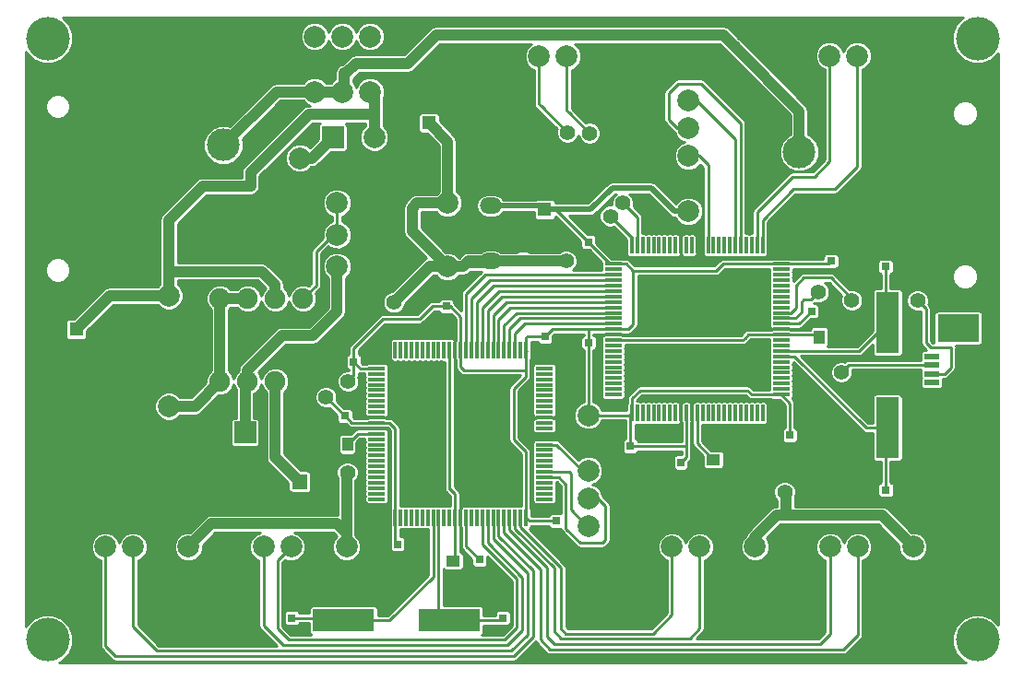
<source format=gbl>
G04 #@! TF.FileFunction,Copper,L2,Bot,Signal*
%FSLAX46Y46*%
G04 Gerber Fmt 4.6, Leading zero omitted, Abs format (unit mm)*
G04 Created by KiCad (PCBNEW (2015-07-11 BZR 5925, Git c291b88)-product) date 2015/07/24 0:21:19*
%MOMM*%
G01*
G04 APERTURE LIST*
%ADD10C,0.100000*%
%ADD11R,0.750000X0.800000*%
%ADD12R,0.800000X0.750000*%
%ADD13R,1.250000X1.000000*%
%ADD14R,1.400000X1.400000*%
%ADD15C,1.400000*%
%ADD16R,1.000000X1.250000*%
%ADD17C,3.000000*%
%ADD18C,1.998980*%
%ADD19C,2.000000*%
%ADD20C,1.905000*%
%ADD21R,0.300000X1.500000*%
%ADD22R,1.500000X0.300000*%
%ADD23R,2.100580X5.600700*%
%ADD24R,5.600700X2.100580*%
%ADD25O,2.000000X1.500000*%
%ADD26R,1.300000X1.300000*%
%ADD27C,1.300000*%
%ADD28R,1.998980X1.998980*%
%ADD29C,4.000500*%
%ADD30R,3.800000X2.500000*%
%ADD31R,1.400000X0.500000*%
%ADD32C,0.250000*%
%ADD33C,0.500000*%
%ADD34C,1.000000*%
%ADD35C,0.254000*%
G04 APERTURE END LIST*
D10*
D11*
X158051500Y-109676500D03*
X158051500Y-111176500D03*
D12*
X162040000Y-110236000D03*
X160540000Y-110236000D03*
D11*
X180500000Y-118750000D03*
X180500000Y-120250000D03*
D13*
X173500000Y-121000000D03*
X173500000Y-123000000D03*
D11*
X165862000Y-119773000D03*
X165862000Y-121273000D03*
X170500000Y-121250000D03*
X170500000Y-122750000D03*
D14*
X135500000Y-123000000D03*
D15*
X130500000Y-123000000D03*
D12*
X182480000Y-107350000D03*
X183980000Y-107350000D03*
D16*
X183200000Y-109700000D03*
X185200000Y-109700000D03*
D12*
X189281500Y-103251000D03*
X187781500Y-103251000D03*
X189305500Y-123761500D03*
X190805500Y-123761500D03*
D11*
X162000000Y-101000000D03*
X162000000Y-99500000D03*
X152019000Y-130187000D03*
X152019000Y-131687000D03*
X148971000Y-106882500D03*
X148971000Y-108382500D03*
D13*
X149606000Y-130318000D03*
X149606000Y-132318000D03*
D11*
X154170000Y-135530000D03*
X154170000Y-134030000D03*
X134800000Y-135550000D03*
X134800000Y-134050000D03*
X144500000Y-128750000D03*
X144500000Y-130250000D03*
D16*
X139890000Y-119580000D03*
X137890000Y-119580000D03*
D12*
X140470000Y-112000000D03*
X138970000Y-112000000D03*
X139670000Y-116980000D03*
X138170000Y-116980000D03*
D11*
X156020000Y-102540000D03*
X156020000Y-101040000D03*
D12*
X184289000Y-102743000D03*
X185789000Y-102743000D03*
D11*
X159060000Y-126620000D03*
X159060000Y-128120000D03*
D17*
X128500000Y-100000000D03*
X128500000Y-92080000D03*
D18*
X149098000Y-100330000D03*
X138938000Y-100330000D03*
X149098000Y-97409000D03*
X138938000Y-97409000D03*
X123500000Y-105920000D03*
X123500000Y-116080000D03*
D19*
X141986000Y-82105500D03*
X139446000Y-82105500D03*
X136906000Y-82105500D03*
X136906000Y-87185500D03*
X139446000Y-87185500D03*
X141986000Y-87185500D03*
D20*
X128190000Y-113810000D03*
X130730000Y-113810000D03*
X133270000Y-113810000D03*
X135810000Y-113810000D03*
X135810000Y-106190000D03*
X133270000Y-106190000D03*
X130730000Y-106190000D03*
X128190000Y-106190000D03*
D21*
X166000000Y-101300000D03*
X166500000Y-101300000D03*
X167000000Y-101300000D03*
X167500000Y-101300000D03*
X168000000Y-101300000D03*
X168500000Y-101300000D03*
X169000000Y-101300000D03*
X169500000Y-101300000D03*
X170000000Y-101300000D03*
X170500000Y-101300000D03*
X171000000Y-101300000D03*
X171500000Y-101300000D03*
X172000000Y-101300000D03*
X172500000Y-101300000D03*
X173000000Y-101300000D03*
X173500000Y-101300000D03*
X174000000Y-101300000D03*
X174500000Y-101300000D03*
X175000000Y-101300000D03*
X175500000Y-101300000D03*
X176000000Y-101300000D03*
X176500000Y-101300000D03*
X177000000Y-101300000D03*
X177500000Y-101300000D03*
X178000000Y-101300000D03*
D22*
X179700000Y-103000000D03*
X179700000Y-103500000D03*
X179700000Y-104000000D03*
X179700000Y-104500000D03*
X179700000Y-105000000D03*
X179700000Y-105500000D03*
X179700000Y-106000000D03*
X179700000Y-106500000D03*
X179700000Y-107000000D03*
X179700000Y-107500000D03*
X179700000Y-108000000D03*
X179700000Y-108500000D03*
X179700000Y-109000000D03*
X179700000Y-109500000D03*
X179700000Y-110000000D03*
X179700000Y-110500000D03*
X179700000Y-111000000D03*
X179700000Y-111500000D03*
X179700000Y-112000000D03*
X179700000Y-112500000D03*
X179700000Y-113000000D03*
X179700000Y-113500000D03*
X179700000Y-114000000D03*
X179700000Y-114500000D03*
X179700000Y-115000000D03*
D21*
X178000000Y-116700000D03*
X177500000Y-116700000D03*
X177000000Y-116700000D03*
X176500000Y-116700000D03*
X176000000Y-116700000D03*
X175500000Y-116700000D03*
X175000000Y-116700000D03*
X174500000Y-116700000D03*
X174000000Y-116700000D03*
X173500000Y-116700000D03*
X173000000Y-116700000D03*
X172500000Y-116700000D03*
X172000000Y-116700000D03*
X171500000Y-116700000D03*
X171000000Y-116700000D03*
X170500000Y-116700000D03*
X170000000Y-116700000D03*
X169500000Y-116700000D03*
X169000000Y-116700000D03*
X168500000Y-116700000D03*
X168000000Y-116700000D03*
X167500000Y-116700000D03*
X167000000Y-116700000D03*
X166500000Y-116700000D03*
X166000000Y-116700000D03*
D22*
X164300000Y-115000000D03*
X164300000Y-114500000D03*
X164300000Y-114000000D03*
X164300000Y-113500000D03*
X164300000Y-113000000D03*
X164300000Y-112500000D03*
X164300000Y-112000000D03*
X164300000Y-111500000D03*
X164300000Y-111000000D03*
X164300000Y-110500000D03*
X164300000Y-110000000D03*
X164300000Y-109500000D03*
X164300000Y-109000000D03*
X164300000Y-108500000D03*
X164300000Y-108000000D03*
X164300000Y-107500000D03*
X164300000Y-107000000D03*
X164300000Y-106500000D03*
X164300000Y-106000000D03*
X164300000Y-105500000D03*
X164300000Y-105000000D03*
X164300000Y-104500000D03*
X164300000Y-104000000D03*
X164300000Y-103500000D03*
X164300000Y-103000000D03*
X157970000Y-112610000D03*
X157970000Y-113110000D03*
X157970000Y-113610000D03*
X157970000Y-114110000D03*
X157970000Y-114610000D03*
X157970000Y-115110000D03*
X157970000Y-115610000D03*
X157970000Y-116110000D03*
X157970000Y-116610000D03*
X157970000Y-117110000D03*
X157970000Y-117610000D03*
X157970000Y-118110000D03*
X157970000Y-118610000D03*
X157970000Y-119110000D03*
X157970000Y-119610000D03*
X157970000Y-120110000D03*
X157970000Y-120610000D03*
X157970000Y-121110000D03*
X157970000Y-121610000D03*
X157970000Y-122110000D03*
X157970000Y-122610000D03*
X157970000Y-123110000D03*
X157970000Y-123610000D03*
X157970000Y-124110000D03*
X157970000Y-124610000D03*
D21*
X156270000Y-126310000D03*
X155770000Y-126310000D03*
X155270000Y-126310000D03*
X154770000Y-126310000D03*
X154270000Y-126310000D03*
X153770000Y-126310000D03*
X153270000Y-126310000D03*
X152770000Y-126310000D03*
X152270000Y-126310000D03*
X151770000Y-126310000D03*
X151270000Y-126310000D03*
X150770000Y-126310000D03*
X150270000Y-126310000D03*
X149770000Y-126310000D03*
X149270000Y-126310000D03*
X148770000Y-126310000D03*
X148270000Y-126310000D03*
X147770000Y-126310000D03*
X147270000Y-126310000D03*
X146770000Y-126310000D03*
X146270000Y-126310000D03*
X145770000Y-126310000D03*
X145270000Y-126310000D03*
X144770000Y-126310000D03*
X144270000Y-126310000D03*
D22*
X142570000Y-124610000D03*
X142570000Y-124110000D03*
X142570000Y-123610000D03*
X142570000Y-123110000D03*
X142570000Y-122610000D03*
X142570000Y-122110000D03*
X142570000Y-121610000D03*
X142570000Y-121110000D03*
X142570000Y-120610000D03*
X142570000Y-120110000D03*
X142570000Y-119610000D03*
X142570000Y-119110000D03*
X142570000Y-118610000D03*
X142570000Y-118110000D03*
X142570000Y-117610000D03*
X142570000Y-117110000D03*
X142570000Y-116610000D03*
X142570000Y-116110000D03*
X142570000Y-115610000D03*
X142570000Y-115110000D03*
X142570000Y-114610000D03*
X142570000Y-114110000D03*
X142570000Y-113610000D03*
X142570000Y-113110000D03*
X142570000Y-112610000D03*
D21*
X144270000Y-110910000D03*
X144770000Y-110910000D03*
X145270000Y-110910000D03*
X145770000Y-110910000D03*
X146270000Y-110910000D03*
X146770000Y-110910000D03*
X147270000Y-110910000D03*
X147770000Y-110910000D03*
X148270000Y-110910000D03*
X148770000Y-110910000D03*
X149270000Y-110910000D03*
X149770000Y-110910000D03*
X150270000Y-110910000D03*
X150770000Y-110910000D03*
X151270000Y-110910000D03*
X151770000Y-110910000D03*
X152270000Y-110910000D03*
X152770000Y-110910000D03*
X153270000Y-110910000D03*
X153770000Y-110910000D03*
X154270000Y-110910000D03*
X154770000Y-110910000D03*
X155270000Y-110910000D03*
X155770000Y-110910000D03*
X156270000Y-110910000D03*
D23*
X189484000Y-118069360D03*
X189484000Y-108371640D03*
D24*
X139550140Y-135763000D03*
X149247860Y-135763000D03*
D19*
X171196000Y-88011000D03*
X171196000Y-90551000D03*
X171196000Y-93091000D03*
X171196000Y-95631000D03*
X171196000Y-98171000D03*
X162000000Y-127080000D03*
X162000000Y-124540000D03*
X162000000Y-122000000D03*
X162000000Y-119460000D03*
X162000000Y-116920000D03*
X191810000Y-129000000D03*
X189270000Y-129000000D03*
X186730000Y-129000000D03*
X184190000Y-129000000D03*
X177310000Y-129000000D03*
X174770000Y-129000000D03*
X172230000Y-129000000D03*
X169690000Y-129000000D03*
X139810000Y-129000000D03*
X137270000Y-129000000D03*
X134730000Y-129000000D03*
X132190000Y-129000000D03*
X125310000Y-129000000D03*
X122770000Y-129000000D03*
X120230000Y-129000000D03*
X117690000Y-129000000D03*
D25*
X153035000Y-102743000D03*
X153035000Y-97663000D03*
X153035000Y-100203000D03*
D26*
X158000000Y-98000000D03*
D27*
X158000000Y-95500000D03*
D26*
X147383500Y-90043000D03*
D27*
X152383500Y-90043000D03*
D26*
X115000000Y-109000000D03*
D27*
X115000000Y-114000000D03*
D17*
X181356000Y-92710000D03*
X181356000Y-100630000D03*
D18*
X149098000Y-103251000D03*
X138938000Y-103251000D03*
X126690000Y-118500000D03*
D28*
X130500000Y-118500000D03*
D18*
X142367000Y-91376500D03*
D28*
X138557000Y-91376500D03*
D18*
X135509000Y-93281500D03*
X135509000Y-103441500D03*
D29*
X112395000Y-137541000D03*
X112395000Y-82296000D03*
X197739000Y-82296000D03*
X197739000Y-137541000D03*
D30*
X195948000Y-108893500D03*
X195948000Y-117293500D03*
D31*
X193548000Y-113093500D03*
X193548000Y-112293500D03*
X193548000Y-113893500D03*
X193548000Y-111493500D03*
X193548000Y-114693500D03*
D19*
X162560000Y-83947000D03*
X160020000Y-83947000D03*
X157480000Y-83947000D03*
X189230000Y-83883500D03*
X186690000Y-83883500D03*
X184150000Y-83883500D03*
D15*
X139954000Y-113792000D03*
X137922000Y-115252500D03*
X161671000Y-132397500D03*
X153797000Y-132334000D03*
X143510000Y-132143500D03*
X151574500Y-133350000D03*
X139890500Y-122174000D03*
X144145000Y-106553000D03*
X180022500Y-123952000D03*
X159956500Y-102743000D03*
X185229500Y-112966500D03*
X183134000Y-105600500D03*
X192214500Y-106362500D03*
X186182000Y-106362500D03*
X165163500Y-97409000D03*
X162115500Y-90995500D03*
X160083500Y-90932000D03*
X164020500Y-98615500D03*
D32*
X179700000Y-103000000D02*
X184032000Y-103000000D01*
X184032000Y-103000000D02*
X184289000Y-102743000D01*
X166000000Y-116700000D02*
X166000000Y-115368500D01*
X176976000Y-115000000D02*
X179700000Y-115000000D01*
X176593500Y-114617500D02*
X176976000Y-115000000D01*
X166751000Y-114617500D02*
X176593500Y-114617500D01*
X166000000Y-115368500D02*
X166751000Y-114617500D01*
X142570000Y-117610000D02*
X143772000Y-117610000D01*
X144270000Y-118108000D02*
X144270000Y-126310000D01*
X143772000Y-117610000D02*
X144270000Y-118108000D01*
X140470000Y-112000000D02*
X140470000Y-110736000D01*
X147689000Y-106882500D02*
X148971000Y-106882500D01*
X146494500Y-108077000D02*
X147689000Y-106882500D01*
X143129000Y-108077000D02*
X146494500Y-108077000D01*
X140470000Y-110736000D02*
X143129000Y-108077000D01*
X150270000Y-110910000D02*
X150270000Y-107852000D01*
X150270000Y-107852000D02*
X149300500Y-106882500D01*
X149300500Y-106882500D02*
X148971000Y-106882500D01*
X162040000Y-110236000D02*
X162040000Y-116880000D01*
X162040000Y-116880000D02*
X162000000Y-116920000D01*
X162040000Y-110236000D02*
X162040000Y-109000000D01*
X162115500Y-109093000D02*
X162115500Y-109000000D01*
X162115500Y-109075500D02*
X162115500Y-109093000D01*
X162040000Y-109000000D02*
X162115500Y-109075500D01*
X150270000Y-110910000D02*
X150270000Y-112424000D01*
X150622000Y-112776000D02*
X156270000Y-112776000D01*
X150270000Y-112424000D02*
X150622000Y-112776000D01*
X156270000Y-110910000D02*
X156270000Y-112776000D01*
X156270000Y-112776000D02*
X156270000Y-113351000D01*
X156270000Y-113351000D02*
X155130500Y-114490500D01*
X155130500Y-114490500D02*
X155130500Y-119126000D01*
X155130500Y-119126000D02*
X156270000Y-120265500D01*
X156270000Y-120265500D02*
X156270000Y-126310000D01*
X179700000Y-103000000D02*
X174368000Y-103000000D01*
X173736000Y-103632000D02*
X166116000Y-103632000D01*
X174368000Y-103000000D02*
X173736000Y-103632000D01*
X164300000Y-109000000D02*
X162115500Y-109000000D01*
X162115500Y-109000000D02*
X158728000Y-109000000D01*
X158728000Y-109000000D02*
X158051500Y-109676500D01*
X156270000Y-110910000D02*
X156270000Y-109788000D01*
X156270000Y-109788000D02*
X156381500Y-109676500D01*
X156381500Y-109676500D02*
X158051500Y-109676500D01*
X139670000Y-116980000D02*
X139649500Y-116980000D01*
X139649500Y-116980000D02*
X137922000Y-115252500D01*
X140470000Y-113276000D02*
X140470000Y-112000000D01*
X139954000Y-113792000D02*
X140470000Y-113276000D01*
D33*
X171196000Y-98171000D02*
X169926000Y-98171000D01*
X162223000Y-98000000D02*
X158000000Y-98000000D01*
X169926000Y-98171000D02*
X167767000Y-96012000D01*
X167767000Y-96012000D02*
X164211000Y-96012000D01*
X164211000Y-96012000D02*
X162223000Y-98000000D01*
D32*
X165862000Y-119773000D02*
X171000000Y-119773000D01*
X171005500Y-119570500D02*
X171000000Y-119570500D01*
X171005500Y-119767500D02*
X171005500Y-119570500D01*
X171000000Y-119773000D02*
X171005500Y-119767500D01*
X156270000Y-110910000D02*
X156337000Y-110977000D01*
X139670000Y-116980000D02*
X139670000Y-116937000D01*
X164300000Y-109000000D02*
X165701000Y-109000000D01*
X165701000Y-109000000D02*
X166116000Y-108585000D01*
X166116000Y-108585000D02*
X166116000Y-103632000D01*
X165484000Y-103000000D02*
X164300000Y-103000000D01*
X166116000Y-103632000D02*
X165484000Y-103000000D01*
X162000000Y-116920000D02*
X165780000Y-116920000D01*
X165780000Y-116920000D02*
X166000000Y-116700000D01*
X180500000Y-118750000D02*
X180500000Y-115800000D01*
X180500000Y-115800000D02*
X179700000Y-115000000D01*
X158000000Y-98000000D02*
X159000000Y-98000000D01*
X159000000Y-98000000D02*
X162000000Y-101000000D01*
D33*
X153035000Y-97663000D02*
X157663000Y-97663000D01*
D32*
X157663000Y-97663000D02*
X158000000Y-98000000D01*
X164300000Y-103000000D02*
X164000000Y-103000000D01*
X164000000Y-103000000D02*
X162000000Y-101000000D01*
X166000000Y-116700000D02*
X165862000Y-116838000D01*
X165862000Y-116838000D02*
X165862000Y-119773000D01*
X171000000Y-116700000D02*
X171000000Y-119570500D01*
X171000000Y-119570500D02*
X171000000Y-120750000D01*
X171000000Y-120750000D02*
X170500000Y-121250000D01*
X144270000Y-126310000D02*
X144270000Y-128520000D01*
X144270000Y-128520000D02*
X144500000Y-128750000D01*
X159060000Y-126620000D02*
X156580000Y-126620000D01*
X156580000Y-126620000D02*
X156270000Y-126310000D01*
X142570000Y-117610000D02*
X140300000Y-117610000D01*
X140300000Y-117610000D02*
X139670000Y-116980000D01*
X142570000Y-112610000D02*
X141080000Y-112610000D01*
X141080000Y-112610000D02*
X140470000Y-112000000D01*
X153035000Y-100203000D02*
X149225000Y-100203000D01*
X149770000Y-110910000D02*
X149770000Y-122782500D01*
X150270000Y-123282500D02*
X150270000Y-126310000D01*
X149770000Y-122782500D02*
X150270000Y-123282500D01*
X142570000Y-118110000D02*
X138112500Y-118110000D01*
X138112500Y-118110000D02*
X137985500Y-118237000D01*
X149770000Y-110910000D02*
X149770000Y-109181500D01*
X149770000Y-109181500D02*
X148971000Y-108382500D01*
X164300000Y-109500000D02*
X166026500Y-109500000D01*
X166526500Y-109000000D02*
X179700000Y-109000000D01*
X166026500Y-109500000D02*
X166526500Y-109000000D01*
X172720000Y-102870000D02*
X171958000Y-102870000D01*
X172000000Y-102828000D02*
X172000000Y-101300000D01*
X171958000Y-102870000D02*
X172000000Y-102828000D01*
X172500000Y-101300000D02*
X172500000Y-102650000D01*
X172500000Y-102650000D02*
X172720000Y-102870000D01*
X151574500Y-133350000D02*
X152781000Y-133350000D01*
X163703000Y-130365500D02*
X163703000Y-129667000D01*
X161671000Y-132397500D02*
X163703000Y-130365500D01*
X152781000Y-133350000D02*
X153797000Y-132334000D01*
X149606000Y-132318000D02*
X150542500Y-132318000D01*
X150542500Y-132318000D02*
X151574500Y-133350000D01*
X171196000Y-95631000D02*
X169291000Y-95631000D01*
X166460000Y-94197000D02*
X164477000Y-92214000D01*
X164477000Y-92214000D02*
X158000000Y-92214000D01*
X167857000Y-94197000D02*
X166460000Y-94197000D01*
X169291000Y-95631000D02*
X167857000Y-94197000D01*
X193548000Y-114693500D02*
X193548000Y-114893500D01*
X193548000Y-114893500D02*
X195948000Y-117293500D01*
X165862000Y-121273000D02*
X163813000Y-121273000D01*
X163813000Y-121273000D02*
X162000000Y-119460000D01*
X159060000Y-128120000D02*
X159060000Y-128135500D01*
X159060000Y-128135500D02*
X160591500Y-129667000D01*
X160591500Y-129667000D02*
X163703000Y-129667000D01*
X163703000Y-129667000D02*
X163766500Y-129667000D01*
X167386000Y-122750000D02*
X167386000Y-122797000D01*
X167386000Y-126047500D02*
X167386000Y-122750000D01*
X163766500Y-129667000D02*
X167386000Y-126047500D01*
X150270000Y-126310000D02*
X150270000Y-129251500D01*
X150270000Y-129251500D02*
X150876000Y-129857500D01*
X150876000Y-129857500D02*
X150876000Y-132318000D01*
X144500000Y-130250000D02*
X144133500Y-130250000D01*
X134800000Y-134050000D02*
X143889500Y-134050000D01*
X145669000Y-131419000D02*
X144500000Y-130250000D01*
X145669000Y-132270500D02*
X145669000Y-131419000D01*
X143889500Y-134050000D02*
X145669000Y-132270500D01*
X134800000Y-134050000D02*
X135825000Y-134050000D01*
X137270000Y-132605000D02*
X137270000Y-129000000D01*
X135825000Y-134050000D02*
X137270000Y-132605000D01*
X154170000Y-134030000D02*
X153100000Y-134030000D01*
X153100000Y-134030000D02*
X151388000Y-132318000D01*
X149606000Y-132318000D02*
X150876000Y-132318000D01*
X150876000Y-132318000D02*
X151388000Y-132318000D01*
X151388000Y-132318000D02*
X152019000Y-131687000D01*
X149352000Y-100330000D02*
X149098000Y-100330000D01*
X138970000Y-112000000D02*
X137160000Y-113810000D01*
X137160000Y-113810000D02*
X135810000Y-113810000D01*
X170500000Y-116700000D02*
X170500000Y-115377000D01*
X171500000Y-115366000D02*
X171500000Y-116700000D01*
X171323000Y-115189000D02*
X171500000Y-115366000D01*
X170688000Y-115189000D02*
X171323000Y-115189000D01*
X170500000Y-115377000D02*
X170688000Y-115189000D01*
X171500000Y-116700000D02*
X171500000Y-123000000D01*
X171450000Y-122936000D02*
X171450000Y-123000000D01*
X171450000Y-122950000D02*
X171450000Y-122936000D01*
X171500000Y-123000000D02*
X171450000Y-122950000D01*
X189270000Y-129000000D02*
X189579000Y-129000000D01*
X189579000Y-129000000D02*
X191516000Y-130937000D01*
X193675000Y-130048000D02*
X193675000Y-122415000D01*
X192786000Y-130937000D02*
X193675000Y-130048000D01*
X191516000Y-130937000D02*
X192786000Y-130937000D01*
X174770000Y-129000000D02*
X174770000Y-130193000D01*
X187397000Y-127127000D02*
X189270000Y-129000000D01*
X181991000Y-127127000D02*
X187397000Y-127127000D01*
X178308000Y-130810000D02*
X181991000Y-127127000D01*
X175387000Y-130810000D02*
X178308000Y-130810000D01*
X174770000Y-130193000D02*
X175387000Y-130810000D01*
X173500000Y-123000000D02*
X177750000Y-123000000D01*
X177750000Y-123000000D02*
X180500000Y-120250000D01*
X153035000Y-100203000D02*
X155183000Y-100203000D01*
X155183000Y-100203000D02*
X156020000Y-101040000D01*
X149225000Y-100203000D02*
X149098000Y-100330000D01*
X130500000Y-123000000D02*
X130500000Y-123388000D01*
X130500000Y-123388000D02*
X132207000Y-125095000D01*
X137890000Y-124111000D02*
X137890000Y-119580000D01*
X136906000Y-125095000D02*
X137890000Y-124111000D01*
X132207000Y-125095000D02*
X136906000Y-125095000D01*
X122770000Y-129000000D02*
X122770000Y-128818000D01*
X122770000Y-128818000D02*
X128588000Y-123000000D01*
X126690000Y-118500000D02*
X126690000Y-121102000D01*
X128588000Y-123000000D02*
X130500000Y-123000000D01*
X126690000Y-121102000D02*
X128588000Y-123000000D01*
X115000000Y-114000000D02*
X115000000Y-115508000D01*
X117992000Y-118500000D02*
X126690000Y-118500000D01*
X115000000Y-115508000D02*
X117992000Y-118500000D01*
X137890000Y-117260000D02*
X138170000Y-116980000D01*
X142570000Y-117110000D02*
X141367000Y-117110000D01*
X141367000Y-117110000D02*
X138067000Y-113810000D01*
X138067000Y-113810000D02*
X135810000Y-113810000D01*
X135810000Y-113810000D02*
X135810000Y-114620000D01*
X157970000Y-117110000D02*
X157954000Y-117094000D01*
X157954000Y-117094000D02*
X156845000Y-117094000D01*
X156845000Y-117094000D02*
X156464000Y-117475000D01*
X156464000Y-117475000D02*
X156464000Y-118364000D01*
X156464000Y-118364000D02*
X156464000Y-118491000D01*
X156464000Y-118491000D02*
X156591000Y-118618000D01*
X156591000Y-118618000D02*
X157962000Y-118618000D01*
X157962000Y-118618000D02*
X157970000Y-118610000D01*
X157970000Y-119110000D02*
X157986000Y-119126000D01*
X157986000Y-119126000D02*
X161666000Y-119126000D01*
X161666000Y-119126000D02*
X162000000Y-119460000D01*
X157970000Y-119110000D02*
X157970000Y-118610000D01*
X165862000Y-121273000D02*
X167386000Y-122797000D01*
X167386000Y-122797000D02*
X167339000Y-122750000D01*
X167339000Y-122750000D02*
X170500000Y-122750000D01*
X170500000Y-122750000D02*
X170750000Y-123000000D01*
X170750000Y-123000000D02*
X171450000Y-123000000D01*
X171450000Y-123000000D02*
X173500000Y-123000000D01*
X179700000Y-109000000D02*
X181703000Y-109000000D01*
X182245000Y-108458000D02*
X183980000Y-108458000D01*
X181703000Y-109000000D02*
X182245000Y-108458000D01*
X183980000Y-107350000D02*
X183980000Y-108458000D01*
X183980000Y-108458000D02*
X183980000Y-108480000D01*
X183980000Y-108480000D02*
X185200000Y-109700000D01*
X184250000Y-107080000D02*
X183980000Y-107350000D01*
X181080000Y-100000000D02*
X181000000Y-99920000D01*
X171577000Y-102870000D02*
X172720000Y-102870000D01*
X181000000Y-99924000D02*
X181000000Y-99920000D01*
X172000000Y-101300000D02*
X172500000Y-101300000D01*
X170500000Y-101300000D02*
X170500000Y-102682000D01*
X172000000Y-102447000D02*
X172000000Y-101300000D01*
X170688000Y-102870000D02*
X171577000Y-102870000D01*
X170500000Y-102682000D02*
X170688000Y-102870000D01*
X158000000Y-92214000D02*
X158000000Y-95500000D01*
X172000000Y-116700000D02*
X172000000Y-119500000D01*
X172000000Y-119500000D02*
X173500000Y-121000000D01*
D34*
X135500000Y-123000000D02*
X133270000Y-120770000D01*
X133270000Y-120770000D02*
X133270000Y-113810000D01*
D32*
X179700000Y-111000000D02*
X186855640Y-111000000D01*
X186855640Y-111000000D02*
X189484000Y-108371640D01*
X189281500Y-103251000D02*
X189281500Y-108169140D01*
X189281500Y-108169140D02*
X189484000Y-108371640D01*
X179700000Y-111500000D02*
X180905500Y-111500000D01*
X187474860Y-118069360D02*
X189484000Y-118069360D01*
X180905500Y-111500000D02*
X187474860Y-118069360D01*
X189305500Y-123761500D02*
X189305500Y-118247860D01*
X189305500Y-118247860D02*
X189484000Y-118069360D01*
X149247860Y-135763000D02*
X153937000Y-135763000D01*
X153937000Y-135763000D02*
X154170000Y-135530000D01*
X148270000Y-126310000D02*
X148270000Y-134785140D01*
X148270000Y-134785140D02*
X149247860Y-135763000D01*
X134800000Y-135550000D02*
X139337140Y-135550000D01*
X139337140Y-135550000D02*
X139550140Y-135763000D01*
X139550140Y-135763000D02*
X143764000Y-135763000D01*
X147770000Y-131757000D02*
X147770000Y-126310000D01*
X143764000Y-135763000D02*
X147770000Y-131757000D01*
X142570000Y-118610000D02*
X140860000Y-118610000D01*
X140860000Y-118610000D02*
X139890000Y-119580000D01*
D34*
X147383500Y-90043000D02*
X149098000Y-91757500D01*
X149098000Y-91757500D02*
X149098000Y-97409000D01*
X139890500Y-122174000D02*
X139810000Y-122254500D01*
X139810000Y-122254500D02*
X139810000Y-129000000D01*
X149098000Y-103251000D02*
X147447000Y-103251000D01*
X147447000Y-103251000D02*
X144145000Y-106553000D01*
X149098000Y-97409000D02*
X146304000Y-97409000D01*
X146304000Y-97409000D02*
X145859500Y-97853500D01*
X145859500Y-97853500D02*
X145859500Y-100012500D01*
X145859500Y-100012500D02*
X149098000Y-103251000D01*
X149098000Y-103251000D02*
X150495000Y-103251000D01*
X150495000Y-103251000D02*
X151003000Y-102743000D01*
X151003000Y-102743000D02*
X153035000Y-102743000D01*
D32*
X149098000Y-103251000D02*
X152527000Y-103251000D01*
D34*
X153035000Y-102743000D02*
X159956500Y-102743000D01*
X180149500Y-124079000D02*
X180149500Y-126111000D01*
X180022500Y-123952000D02*
X180149500Y-124079000D01*
X177310000Y-129000000D02*
X177310000Y-128125000D01*
X177310000Y-128125000D02*
X179324000Y-126111000D01*
X179324000Y-126111000D02*
X180149500Y-126111000D01*
X188921000Y-126111000D02*
X191810000Y-129000000D01*
X180149500Y-126111000D02*
X188921000Y-126111000D01*
X140081000Y-128729000D02*
X139810000Y-129000000D01*
X125310000Y-129000000D02*
X127437000Y-126873000D01*
X127437000Y-126873000D02*
X138938000Y-126873000D01*
X138938000Y-126873000D02*
X139810000Y-127745000D01*
X139810000Y-127745000D02*
X139810000Y-129000000D01*
D32*
X177310000Y-128125000D02*
X179197000Y-126238000D01*
X179197000Y-126238000D02*
X189048000Y-126238000D01*
X189048000Y-126238000D02*
X191810000Y-129000000D01*
X139810000Y-129000000D02*
X139810000Y-127745000D01*
X138938000Y-126873000D02*
X127437000Y-126873000D01*
X139810000Y-127745000D02*
X138938000Y-126873000D01*
X149098000Y-97409000D02*
X148590000Y-97409000D01*
X153035000Y-102743000D02*
X155817000Y-102743000D01*
X155817000Y-102743000D02*
X156020000Y-102540000D01*
X149000000Y-97311000D02*
X149098000Y-97409000D01*
X152527000Y-103251000D02*
X153035000Y-102743000D01*
X171196000Y-88011000D02*
X171958000Y-88011000D01*
X171958000Y-88011000D02*
X175500000Y-91553000D01*
X175500000Y-91553000D02*
X175500000Y-101300000D01*
X171196000Y-90551000D02*
X170180000Y-90551000D01*
X176000000Y-90084500D02*
X176000000Y-101300000D01*
X172339000Y-86423500D02*
X176000000Y-90084500D01*
X170243500Y-86423500D02*
X172339000Y-86423500D01*
X169354500Y-87312500D02*
X170243500Y-86423500D01*
X169354500Y-89725500D02*
X169354500Y-87312500D01*
X170180000Y-90551000D02*
X169354500Y-89725500D01*
X171196000Y-93091000D02*
X172148500Y-93091000D01*
X172148500Y-93091000D02*
X173000000Y-93942500D01*
X173000000Y-93942500D02*
X173000000Y-101300000D01*
D34*
X181356000Y-92710000D02*
X181356000Y-88963500D01*
X181356000Y-88963500D02*
X175387000Y-82994500D01*
X139446000Y-87185500D02*
X139573000Y-87058500D01*
X139573000Y-87058500D02*
X139573000Y-85471000D01*
X174371000Y-81978500D02*
X175387000Y-82994500D01*
X148018500Y-81978500D02*
X174371000Y-81978500D01*
X145415000Y-84582000D02*
X148018500Y-81978500D01*
X140652500Y-84582000D02*
X145415000Y-84582000D01*
X139763500Y-85471000D02*
X140652500Y-84582000D01*
X139573000Y-85471000D02*
X139763500Y-85471000D01*
X136906000Y-87185500D02*
X139446000Y-87185500D01*
X128500000Y-92080000D02*
X133394500Y-87185500D01*
X133394500Y-87185500D02*
X136906000Y-87185500D01*
X175387000Y-82994500D02*
X175450500Y-82994500D01*
D32*
X162000000Y-127080000D02*
X161878000Y-127080000D01*
X161878000Y-127080000D02*
X160401000Y-125603000D01*
X160401000Y-125603000D02*
X160401000Y-122301000D01*
X160401000Y-122301000D02*
X160210000Y-122110000D01*
X160210000Y-122110000D02*
X157970000Y-122110000D01*
X162000000Y-124540000D02*
X162894000Y-124540000D01*
X162894000Y-124540000D02*
X163576000Y-125222000D01*
X163576000Y-125222000D02*
X163576000Y-128397000D01*
X163576000Y-128397000D02*
X163322000Y-128651000D01*
X163322000Y-128651000D02*
X161290000Y-128651000D01*
X161290000Y-128651000D02*
X159950998Y-127311998D01*
X159950998Y-127311998D02*
X159950998Y-123247998D01*
X159950998Y-123247998D02*
X159313000Y-122610000D01*
X159313000Y-122610000D02*
X157970000Y-122610000D01*
X157970000Y-119610000D02*
X159107000Y-119610000D01*
X159107000Y-119610000D02*
X161497000Y-122000000D01*
X161497000Y-122000000D02*
X162000000Y-122000000D01*
D34*
X142367000Y-89281000D02*
X136334500Y-89281000D01*
X131000500Y-94615000D02*
X131000500Y-95885000D01*
X136334500Y-89281000D02*
X131000500Y-94615000D01*
X123500000Y-99004000D02*
X123500000Y-105920000D01*
X131000500Y-95885000D02*
X126619000Y-95885000D01*
X126619000Y-95885000D02*
X123500000Y-99004000D01*
X142367000Y-91376500D02*
X142049500Y-91376500D01*
X141986000Y-87185500D02*
X142367000Y-87566500D01*
X142367000Y-87566500D02*
X142367000Y-89281000D01*
X142367000Y-89281000D02*
X142367000Y-91376500D01*
X123500000Y-105920000D02*
X118080000Y-105920000D01*
X118080000Y-105920000D02*
X115000000Y-109000000D01*
X133270000Y-106190000D02*
X133270000Y-104949000D01*
X132016500Y-103695500D02*
X123500000Y-103695500D01*
X133270000Y-104949000D02*
X132016500Y-103695500D01*
X123500000Y-103695500D02*
X123500000Y-105920000D01*
X138938000Y-107378500D02*
X138938000Y-103251000D01*
X130500000Y-118500000D02*
X130500000Y-114040000D01*
X130500000Y-114040000D02*
X130730000Y-113810000D01*
X130730000Y-113810000D02*
X130730000Y-112792500D01*
X136715500Y-109601000D02*
X138938000Y-107378500D01*
X133921500Y-109601000D02*
X136715500Y-109601000D01*
X130730000Y-112792500D02*
X133921500Y-109601000D01*
D32*
X130730000Y-113810000D02*
X130500000Y-114040000D01*
X138938000Y-100330000D02*
X138557000Y-100330000D01*
X138557000Y-100330000D02*
X137033000Y-101854000D01*
X137033000Y-104967000D02*
X135810000Y-106190000D01*
X137033000Y-101854000D02*
X137033000Y-104967000D01*
X138938000Y-97409000D02*
X138938000Y-100330000D01*
D34*
X128190000Y-106190000D02*
X130730000Y-106190000D01*
X128190000Y-106190000D02*
X128190000Y-113810000D01*
X123500000Y-116080000D02*
X125920000Y-116080000D01*
X125920000Y-116080000D02*
X128190000Y-113810000D01*
D32*
X123500000Y-116080000D02*
X125728000Y-116080000D01*
X125728000Y-116080000D02*
X127998000Y-113810000D01*
X127998000Y-113810000D02*
X128190000Y-113810000D01*
X179700000Y-108000000D02*
X180989898Y-108000000D01*
X185902500Y-112293500D02*
X193548000Y-112293500D01*
X185229500Y-112966500D02*
X185902500Y-112293500D01*
X182435500Y-106299000D02*
X183134000Y-105600500D01*
X181737000Y-106299000D02*
X182435500Y-106299000D01*
X181552002Y-106483998D02*
X181737000Y-106299000D01*
X181552002Y-107437896D02*
X181552002Y-106483998D01*
X180989898Y-108000000D02*
X181552002Y-107437896D01*
X154770000Y-126310000D02*
X154770000Y-127465000D01*
X184190000Y-136993000D02*
X184190000Y-129000000D01*
X183261000Y-137922000D02*
X184190000Y-136993000D01*
X158877000Y-137922000D02*
X183261000Y-137922000D01*
X158242000Y-137287000D02*
X158877000Y-137922000D01*
X158242000Y-130937000D02*
X158242000Y-137287000D01*
X154770000Y-127465000D02*
X158242000Y-130937000D01*
X154270000Y-126310000D02*
X154270000Y-127727000D01*
X186730000Y-137120000D02*
X186730000Y-129000000D01*
X185420000Y-138430000D02*
X186730000Y-137120000D01*
X158496000Y-138430000D02*
X185420000Y-138430000D01*
X157607000Y-137541000D02*
X158496000Y-138430000D01*
X157607000Y-131064000D02*
X157607000Y-137541000D01*
X154270000Y-127727000D02*
X157607000Y-131064000D01*
X155770000Y-126310000D02*
X155770000Y-127192204D01*
X169690000Y-135237000D02*
X169690000Y-129000000D01*
X167963002Y-136963998D02*
X169690000Y-135237000D01*
X159950998Y-136963998D02*
X167963002Y-136963998D01*
X159512000Y-136525000D02*
X159950998Y-136963998D01*
X159512000Y-130934204D02*
X159512000Y-136525000D01*
X155770000Y-127192204D02*
X159512000Y-130934204D01*
X155270000Y-126310000D02*
X155270000Y-127328602D01*
X172230000Y-136507000D02*
X172230000Y-129000000D01*
X171323000Y-137414000D02*
X172230000Y-136507000D01*
X159512000Y-137414000D02*
X171323000Y-137414000D01*
X158877000Y-136779000D02*
X159512000Y-137414000D01*
X158877000Y-130935602D02*
X158877000Y-136779000D01*
X155270000Y-127328602D02*
X158877000Y-130935602D01*
X152770000Y-126310000D02*
X152770000Y-128638602D01*
X132190000Y-136254000D02*
X132190000Y-129000000D01*
X133985000Y-138049000D02*
X132190000Y-136254000D01*
X154559000Y-138049000D02*
X133985000Y-138049000D01*
X155956000Y-136652000D02*
X154559000Y-138049000D01*
X155956000Y-131824602D02*
X155956000Y-136652000D01*
X152770000Y-128638602D02*
X155956000Y-131824602D01*
X152270000Y-126310000D02*
X152270000Y-128775000D01*
X133477000Y-130253000D02*
X134730000Y-129000000D01*
X133477000Y-136525000D02*
X133477000Y-130253000D01*
X134493000Y-137541000D02*
X133477000Y-136525000D01*
X154305000Y-137541000D02*
X134493000Y-137541000D01*
X155448000Y-136398000D02*
X154305000Y-137541000D01*
X155448000Y-131953000D02*
X155448000Y-136398000D01*
X152270000Y-128775000D02*
X155448000Y-131953000D01*
X153770000Y-126310000D02*
X153770000Y-127989000D01*
X117690000Y-138137000D02*
X117690000Y-129000000D01*
X118618000Y-139065000D02*
X117690000Y-138137000D01*
X155194000Y-139065000D02*
X118618000Y-139065000D01*
X156972000Y-137287000D02*
X155194000Y-139065000D01*
X156972000Y-131191000D02*
X156972000Y-137287000D01*
X153770000Y-127989000D02*
X156972000Y-131191000D01*
X153270000Y-126310000D02*
X153270000Y-128251000D01*
X120230000Y-136359000D02*
X120230000Y-129000000D01*
X122428000Y-138557000D02*
X120230000Y-136359000D01*
X154940000Y-138557000D02*
X122428000Y-138557000D01*
X156406002Y-137090998D02*
X154940000Y-138557000D01*
X156406002Y-131387002D02*
X156406002Y-137090998D01*
X153270000Y-128251000D02*
X156406002Y-131387002D01*
X164300000Y-108500000D02*
X156168000Y-108500000D01*
X155270000Y-109398000D02*
X155270000Y-110910000D01*
X156168000Y-108500000D02*
X155270000Y-109398000D01*
X164300000Y-108000000D02*
X155779000Y-108000000D01*
X154770000Y-109009000D02*
X154770000Y-110910000D01*
X155779000Y-108000000D02*
X154770000Y-109009000D01*
X164300000Y-107500000D02*
X155390000Y-107500000D01*
X154270000Y-108620000D02*
X154270000Y-110910000D01*
X155390000Y-107500000D02*
X154270000Y-108620000D01*
X164300000Y-107000000D02*
X154874000Y-107000000D01*
X153770000Y-108104000D02*
X153770000Y-110910000D01*
X154874000Y-107000000D02*
X153770000Y-108104000D01*
X153270000Y-107823000D02*
X153270000Y-107715000D01*
X153270000Y-107715000D02*
X154485000Y-106500000D01*
X164300000Y-106500000D02*
X154485000Y-106500000D01*
X153270000Y-107823000D02*
X153270000Y-110910000D01*
X164300000Y-106000000D02*
X154096000Y-106000000D01*
X152770000Y-107326000D02*
X152770000Y-110910000D01*
X154096000Y-106000000D02*
X152770000Y-107326000D01*
X164300000Y-105500000D02*
X153834000Y-105500000D01*
X152270000Y-107064000D02*
X152270000Y-110910000D01*
X153834000Y-105500000D02*
X152270000Y-107064000D01*
X164300000Y-105000000D02*
X153318000Y-105000000D01*
X151770000Y-106548000D02*
X151770000Y-110910000D01*
X153318000Y-105000000D02*
X151770000Y-106548000D01*
X164300000Y-104500000D02*
X152929000Y-104500000D01*
X151270000Y-106159000D02*
X151270000Y-110910000D01*
X152929000Y-104500000D02*
X151270000Y-106159000D01*
X164300000Y-104000000D02*
X152540000Y-104000000D01*
X150770000Y-105770000D02*
X150770000Y-110910000D01*
X152540000Y-104000000D02*
X150770000Y-105770000D01*
X179700000Y-108500000D02*
X181330000Y-108500000D01*
X181330000Y-108500000D02*
X182480000Y-107350000D01*
X152019000Y-130187000D02*
X150770000Y-128938000D01*
X150770000Y-128938000D02*
X150770000Y-126310000D01*
D34*
X138557000Y-91376500D02*
X136652000Y-93281500D01*
X136652000Y-93281500D02*
X135509000Y-93281500D01*
D32*
X181737000Y-104267000D02*
X184277000Y-104267000D01*
X180599500Y-107500000D02*
X181038500Y-107061000D01*
X181038500Y-107061000D02*
X181038500Y-104965500D01*
X181038500Y-104965500D02*
X181737000Y-104267000D01*
X179700000Y-107500000D02*
X180599500Y-107500000D01*
X194691000Y-113093500D02*
X193548000Y-113093500D01*
X195262500Y-112522000D02*
X194691000Y-113093500D01*
X195262500Y-110744000D02*
X195262500Y-112522000D01*
X195326000Y-110680500D02*
X195262500Y-110744000D01*
X193421000Y-110680500D02*
X195326000Y-110680500D01*
X192976500Y-110236000D02*
X193421000Y-110680500D01*
X192976500Y-107124500D02*
X192976500Y-110236000D01*
X192214500Y-106362500D02*
X192976500Y-107124500D01*
X186182000Y-106172000D02*
X186182000Y-106362500D01*
X184277000Y-104267000D02*
X186182000Y-106172000D01*
X179700000Y-109500000D02*
X176694500Y-109500000D01*
X176194500Y-110000000D02*
X176403000Y-109791500D01*
X176194500Y-110000000D02*
X164300000Y-110000000D01*
X176694500Y-109500000D02*
X176403000Y-109791500D01*
X179700000Y-109500000D02*
X183000000Y-109500000D01*
X183000000Y-109500000D02*
X183200000Y-109700000D01*
X149770000Y-126310000D02*
X149770000Y-124116000D01*
X149770000Y-124116000D02*
X149270000Y-123616000D01*
X149770000Y-124941500D02*
X149770000Y-126310000D01*
X149270000Y-110910000D02*
X149270000Y-123616000D01*
X149270000Y-123616000D02*
X149270000Y-123679500D01*
X149270000Y-123679500D02*
X149637750Y-124047250D01*
X149637750Y-124047250D02*
X149669500Y-124079000D01*
X149606000Y-130318000D02*
X149770000Y-130154000D01*
X149770000Y-130154000D02*
X149770000Y-126310000D01*
X160210500Y-89090500D02*
X160020000Y-88900000D01*
X166500000Y-98745500D02*
X165163500Y-97409000D01*
X162115500Y-90995500D02*
X160210500Y-89090500D01*
X166500000Y-101300000D02*
X166500000Y-98745500D01*
X160020000Y-88900000D02*
X160020000Y-83947000D01*
X157480000Y-83947000D02*
X157480000Y-88328500D01*
X160083500Y-90932000D02*
X157670500Y-88519000D01*
X164020500Y-98615500D02*
X166000000Y-100595000D01*
X157480000Y-88328500D02*
X157670500Y-88519000D01*
X166000000Y-101300000D02*
X166000000Y-100595000D01*
X186690000Y-83883500D02*
X186690000Y-94107000D01*
X184658000Y-96139000D02*
X180848000Y-96139000D01*
X180848000Y-96139000D02*
X178000000Y-98987000D01*
X178000000Y-98987000D02*
X178000000Y-101300000D01*
X186690000Y-94107000D02*
X184658000Y-96139000D01*
X180721000Y-94996000D02*
X182753000Y-94996000D01*
X177500000Y-101300000D02*
X177500000Y-98217000D01*
X180721000Y-94996000D02*
X177500000Y-98217000D01*
X184150000Y-93599000D02*
X184150000Y-83883500D01*
X182753000Y-94996000D02*
X184150000Y-93599000D01*
D35*
G36*
X195767203Y-80975997D02*
X195412154Y-81831050D01*
X195411346Y-82756888D01*
X195764903Y-83612559D01*
X196418997Y-84267797D01*
X197274050Y-84622846D01*
X198199888Y-84623654D01*
X199055559Y-84270097D01*
X199623000Y-83703647D01*
X199623000Y-136134186D01*
X199059003Y-135569203D01*
X198203950Y-135214154D01*
X197278112Y-135213346D01*
X196422441Y-135566903D01*
X195767203Y-136220997D01*
X195412154Y-137076050D01*
X195411346Y-138001888D01*
X195764903Y-138857559D01*
X196418997Y-139512797D01*
X196684395Y-139623000D01*
X113450414Y-139623000D01*
X113711559Y-139515097D01*
X114366797Y-138861003D01*
X114721846Y-138005950D01*
X114722654Y-137080112D01*
X114369097Y-136224441D01*
X113715003Y-135569203D01*
X112859950Y-135214154D01*
X111934112Y-135213346D01*
X111078441Y-135566903D01*
X110423203Y-136220997D01*
X110377000Y-136332266D01*
X110377000Y-129262798D01*
X116362771Y-129262798D01*
X116564369Y-129750703D01*
X116937334Y-130124319D01*
X117238000Y-130249167D01*
X117238000Y-138137000D01*
X117272406Y-138309973D01*
X117370388Y-138456612D01*
X118298388Y-139384612D01*
X118445027Y-139482594D01*
X118618000Y-139517000D01*
X155194000Y-139517000D01*
X155366973Y-139482594D01*
X155513612Y-139384612D01*
X157188551Y-137709673D01*
X157189406Y-137713973D01*
X157287388Y-137860612D01*
X158176388Y-138749612D01*
X158323027Y-138847594D01*
X158496000Y-138882000D01*
X185420000Y-138882000D01*
X185592973Y-138847594D01*
X185739612Y-138749612D01*
X187049612Y-137439612D01*
X187147594Y-137292973D01*
X187182000Y-137120000D01*
X187182000Y-130249052D01*
X187480703Y-130125631D01*
X187854319Y-129752666D01*
X188056769Y-129265115D01*
X188057229Y-128737202D01*
X187855631Y-128249297D01*
X187482666Y-127875681D01*
X186995115Y-127673231D01*
X186467202Y-127672771D01*
X185979297Y-127874369D01*
X185605681Y-128247334D01*
X185459891Y-128598433D01*
X185315631Y-128249297D01*
X184942666Y-127875681D01*
X184455115Y-127673231D01*
X183927202Y-127672771D01*
X183439297Y-127874369D01*
X183065681Y-128247334D01*
X182863231Y-128734885D01*
X182862771Y-129262798D01*
X183064369Y-129750703D01*
X183437334Y-130124319D01*
X183738000Y-130249167D01*
X183738000Y-136805775D01*
X183073776Y-137470000D01*
X171906224Y-137470000D01*
X172549612Y-136826612D01*
X172647594Y-136679973D01*
X172682000Y-136507000D01*
X172682000Y-130249052D01*
X172980703Y-130125631D01*
X173354319Y-129752666D01*
X173556769Y-129265115D01*
X173556771Y-129262798D01*
X175982771Y-129262798D01*
X176184369Y-129750703D01*
X176557334Y-130124319D01*
X177044885Y-130326769D01*
X177572798Y-130327229D01*
X178060703Y-130125631D01*
X178434319Y-129752666D01*
X178636769Y-129265115D01*
X178637229Y-128737202D01*
X178435631Y-128249297D01*
X178395479Y-128209075D01*
X179666554Y-126938000D01*
X188578446Y-126938000D01*
X190483137Y-128842691D01*
X190482771Y-129262798D01*
X190684369Y-129750703D01*
X191057334Y-130124319D01*
X191544885Y-130326769D01*
X192072798Y-130327229D01*
X192560703Y-130125631D01*
X192934319Y-129752666D01*
X193136769Y-129265115D01*
X193137229Y-128737202D01*
X192935631Y-128249297D01*
X192562666Y-127875681D01*
X192075115Y-127673231D01*
X191652417Y-127672863D01*
X189505777Y-125526223D01*
X189237479Y-125346952D01*
X188921000Y-125284000D01*
X180976500Y-125284000D01*
X180976500Y-124332551D01*
X181049321Y-124157179D01*
X181049678Y-123748613D01*
X180893656Y-123371011D01*
X180605008Y-123081860D01*
X180227679Y-122925179D01*
X179819113Y-122924822D01*
X179441511Y-123080844D01*
X179152360Y-123369492D01*
X178995679Y-123746821D01*
X178995322Y-124155387D01*
X179151344Y-124532989D01*
X179322500Y-124704443D01*
X179322500Y-125284298D01*
X179007521Y-125346952D01*
X178739223Y-125526223D01*
X176725223Y-127540223D01*
X176545952Y-127808521D01*
X176526302Y-127907306D01*
X176185681Y-128247334D01*
X175983231Y-128734885D01*
X175982771Y-129262798D01*
X173556771Y-129262798D01*
X173557229Y-128737202D01*
X173355631Y-128249297D01*
X172982666Y-127875681D01*
X172495115Y-127673231D01*
X171967202Y-127672771D01*
X171479297Y-127874369D01*
X171105681Y-128247334D01*
X170959891Y-128598433D01*
X170815631Y-128249297D01*
X170442666Y-127875681D01*
X169955115Y-127673231D01*
X169427202Y-127672771D01*
X168939297Y-127874369D01*
X168565681Y-128247334D01*
X168363231Y-128734885D01*
X168362771Y-129262798D01*
X168564369Y-129750703D01*
X168937334Y-130124319D01*
X169238000Y-130249167D01*
X169238000Y-135049776D01*
X167775778Y-136511998D01*
X160138222Y-136511998D01*
X159964000Y-136337776D01*
X159964000Y-130934204D01*
X159929594Y-130761231D01*
X159831612Y-130614592D01*
X156569762Y-127352742D01*
X156654270Y-127297229D01*
X156727625Y-127188555D01*
X156750999Y-127072000D01*
X158361683Y-127072000D01*
X158375785Y-127144684D01*
X158447771Y-127254270D01*
X158556445Y-127327625D01*
X158685000Y-127353406D01*
X159435000Y-127353406D01*
X159504550Y-127339912D01*
X159533404Y-127484971D01*
X159631386Y-127631610D01*
X160970388Y-128970612D01*
X161117027Y-129068594D01*
X161290000Y-129103000D01*
X163322000Y-129103000D01*
X163494973Y-129068594D01*
X163641612Y-128970612D01*
X163895612Y-128716612D01*
X163993594Y-128569973D01*
X164003534Y-128520000D01*
X164028000Y-128397000D01*
X164028000Y-125222000D01*
X163993594Y-125049027D01*
X163895613Y-124902388D01*
X163327180Y-124333955D01*
X163327229Y-124277202D01*
X163125631Y-123789297D01*
X162752666Y-123415681D01*
X162401567Y-123269891D01*
X162750703Y-123125631D01*
X163124319Y-122752666D01*
X163326769Y-122265115D01*
X163327229Y-121737202D01*
X163125631Y-121249297D01*
X162752666Y-120875681D01*
X162265115Y-120673231D01*
X161737202Y-120672771D01*
X161249297Y-120874369D01*
X161129841Y-120993617D01*
X159426612Y-119290388D01*
X159279973Y-119192406D01*
X159107000Y-119158000D01*
X158856888Y-119158000D01*
X158848555Y-119152375D01*
X158720000Y-119126594D01*
X157220000Y-119126594D01*
X157095316Y-119150785D01*
X156985730Y-119222771D01*
X156912375Y-119331445D01*
X156886594Y-119460000D01*
X156886594Y-119760000D01*
X156906317Y-119861654D01*
X156886594Y-119960000D01*
X156886594Y-120260000D01*
X156906317Y-120361654D01*
X156886594Y-120460000D01*
X156886594Y-120760000D01*
X156906317Y-120861654D01*
X156886594Y-120960000D01*
X156886594Y-121260000D01*
X156906317Y-121361654D01*
X156886594Y-121460000D01*
X156886594Y-121760000D01*
X156906317Y-121861654D01*
X156886594Y-121960000D01*
X156886594Y-122260000D01*
X156906317Y-122361654D01*
X156886594Y-122460000D01*
X156886594Y-122760000D01*
X156906317Y-122861654D01*
X156886594Y-122960000D01*
X156886594Y-123260000D01*
X156906317Y-123361654D01*
X156886594Y-123460000D01*
X156886594Y-123760000D01*
X156906317Y-123861654D01*
X156886594Y-123960000D01*
X156886594Y-124260000D01*
X156906317Y-124361654D01*
X156886594Y-124460000D01*
X156886594Y-124760000D01*
X156910785Y-124884684D01*
X156982771Y-124994270D01*
X157091445Y-125067625D01*
X157220000Y-125093406D01*
X158720000Y-125093406D01*
X158844684Y-125069215D01*
X158954270Y-124997229D01*
X159027625Y-124888555D01*
X159053406Y-124760000D01*
X159053406Y-124460000D01*
X159033683Y-124358346D01*
X159053406Y-124260000D01*
X159053406Y-123960000D01*
X159033683Y-123858346D01*
X159053406Y-123760000D01*
X159053406Y-123460000D01*
X159033683Y-123358346D01*
X159053406Y-123260000D01*
X159053406Y-123062000D01*
X159125776Y-123062000D01*
X159498998Y-123435223D01*
X159498998Y-125899428D01*
X159435000Y-125886594D01*
X158685000Y-125886594D01*
X158560316Y-125910785D01*
X158450730Y-125982771D01*
X158377375Y-126091445D01*
X158362022Y-126168000D01*
X156767224Y-126168000D01*
X156753406Y-126154182D01*
X156753406Y-125560000D01*
X156729215Y-125435316D01*
X156722000Y-125424332D01*
X156722000Y-120265500D01*
X156687594Y-120092527D01*
X156629746Y-120005952D01*
X156589612Y-119945887D01*
X155582500Y-118938776D01*
X155582500Y-117460000D01*
X156886594Y-117460000D01*
X156886594Y-117760000D01*
X156906317Y-117861654D01*
X156886594Y-117960000D01*
X156886594Y-118260000D01*
X156910785Y-118384684D01*
X156982771Y-118494270D01*
X157091445Y-118567625D01*
X157220000Y-118593406D01*
X158720000Y-118593406D01*
X158844684Y-118569215D01*
X158954270Y-118497229D01*
X159027625Y-118388555D01*
X159053406Y-118260000D01*
X159053406Y-117960000D01*
X159033683Y-117858346D01*
X159053406Y-117760000D01*
X159053406Y-117460000D01*
X159029215Y-117335316D01*
X158957229Y-117225730D01*
X158848555Y-117152375D01*
X158720000Y-117126594D01*
X157220000Y-117126594D01*
X157095316Y-117150785D01*
X156985730Y-117222771D01*
X156912375Y-117331445D01*
X156886594Y-117460000D01*
X155582500Y-117460000D01*
X155582500Y-114677724D01*
X156589612Y-113670613D01*
X156687594Y-113523973D01*
X156690156Y-113511094D01*
X156722000Y-113351000D01*
X156722000Y-112460000D01*
X156886594Y-112460000D01*
X156886594Y-112760000D01*
X156906317Y-112861654D01*
X156886594Y-112960000D01*
X156886594Y-113260000D01*
X156906317Y-113361654D01*
X156886594Y-113460000D01*
X156886594Y-113760000D01*
X156906317Y-113861654D01*
X156886594Y-113960000D01*
X156886594Y-114260000D01*
X156906317Y-114361654D01*
X156886594Y-114460000D01*
X156886594Y-114760000D01*
X156906317Y-114861654D01*
X156886594Y-114960000D01*
X156886594Y-115260000D01*
X156906317Y-115361654D01*
X156886594Y-115460000D01*
X156886594Y-115760000D01*
X156906317Y-115861654D01*
X156886594Y-115960000D01*
X156886594Y-116260000D01*
X156906317Y-116361654D01*
X156886594Y-116460000D01*
X156886594Y-116760000D01*
X156910785Y-116884684D01*
X156982771Y-116994270D01*
X157091445Y-117067625D01*
X157220000Y-117093406D01*
X158720000Y-117093406D01*
X158844684Y-117069215D01*
X158954270Y-116997229D01*
X159027625Y-116888555D01*
X159053406Y-116760000D01*
X159053406Y-116460000D01*
X159033683Y-116358346D01*
X159053406Y-116260000D01*
X159053406Y-115960000D01*
X159033683Y-115858346D01*
X159053406Y-115760000D01*
X159053406Y-115460000D01*
X159033683Y-115358346D01*
X159053406Y-115260000D01*
X159053406Y-114960000D01*
X159033683Y-114858346D01*
X159053406Y-114760000D01*
X159053406Y-114460000D01*
X159033683Y-114358346D01*
X159053406Y-114260000D01*
X159053406Y-113960000D01*
X159033683Y-113858346D01*
X159053406Y-113760000D01*
X159053406Y-113460000D01*
X159033683Y-113358346D01*
X159053406Y-113260000D01*
X159053406Y-112960000D01*
X159033683Y-112858346D01*
X159053406Y-112760000D01*
X159053406Y-112460000D01*
X159029215Y-112335316D01*
X158957229Y-112225730D01*
X158848555Y-112152375D01*
X158720000Y-112126594D01*
X157220000Y-112126594D01*
X157095316Y-112150785D01*
X156985730Y-112222771D01*
X156912375Y-112331445D01*
X156886594Y-112460000D01*
X156722000Y-112460000D01*
X156722000Y-111796888D01*
X156727625Y-111788555D01*
X156753406Y-111660000D01*
X156753406Y-111151751D01*
X156754594Y-111149973D01*
X156788999Y-110977000D01*
X156754594Y-110804027D01*
X156753406Y-110802249D01*
X156753406Y-110160000D01*
X156747294Y-110128500D01*
X157353183Y-110128500D01*
X157367285Y-110201184D01*
X157439271Y-110310770D01*
X157547945Y-110384125D01*
X157676500Y-110409906D01*
X158426500Y-110409906D01*
X158551184Y-110385715D01*
X158660770Y-110313729D01*
X158734125Y-110205055D01*
X158759906Y-110076500D01*
X158759906Y-109607319D01*
X158915225Y-109452000D01*
X161588000Y-109452000D01*
X161588000Y-109537683D01*
X161515316Y-109551785D01*
X161405730Y-109623771D01*
X161332375Y-109732445D01*
X161306594Y-109861000D01*
X161306594Y-110611000D01*
X161330785Y-110735684D01*
X161402771Y-110845270D01*
X161511445Y-110918625D01*
X161588000Y-110933978D01*
X161588000Y-115654420D01*
X161249297Y-115794369D01*
X160875681Y-116167334D01*
X160673231Y-116654885D01*
X160672771Y-117182798D01*
X160874369Y-117670703D01*
X161247334Y-118044319D01*
X161734885Y-118246769D01*
X162262798Y-118247229D01*
X162750703Y-118045631D01*
X163124319Y-117672666D01*
X163249167Y-117372000D01*
X165410000Y-117372000D01*
X165410000Y-119054533D01*
X165362316Y-119063785D01*
X165252730Y-119135771D01*
X165179375Y-119244445D01*
X165153594Y-119373000D01*
X165153594Y-120173000D01*
X165177785Y-120297684D01*
X165249771Y-120407270D01*
X165358445Y-120480625D01*
X165487000Y-120506406D01*
X166237000Y-120506406D01*
X166361684Y-120482215D01*
X166471270Y-120410229D01*
X166544625Y-120301555D01*
X166559978Y-120225000D01*
X170548000Y-120225000D01*
X170548000Y-120516594D01*
X170125000Y-120516594D01*
X170000316Y-120540785D01*
X169890730Y-120612771D01*
X169817375Y-120721445D01*
X169791594Y-120850000D01*
X169791594Y-121650000D01*
X169815785Y-121774684D01*
X169887771Y-121884270D01*
X169996445Y-121957625D01*
X170125000Y-121983406D01*
X170875000Y-121983406D01*
X170999684Y-121959215D01*
X171109270Y-121887229D01*
X171182625Y-121778555D01*
X171208406Y-121650000D01*
X171208406Y-121180818D01*
X171319612Y-121069612D01*
X171417594Y-120922973D01*
X171452000Y-120750000D01*
X171452000Y-119795151D01*
X171457500Y-119767500D01*
X171457500Y-119570500D01*
X171452000Y-119542849D01*
X171452000Y-117586888D01*
X171457625Y-117578555D01*
X171483406Y-117450000D01*
X171483406Y-115950000D01*
X171516594Y-115950000D01*
X171516594Y-117450000D01*
X171540785Y-117574684D01*
X171548000Y-117585668D01*
X171548000Y-119500000D01*
X171582406Y-119672973D01*
X171680388Y-119819612D01*
X172541594Y-120680819D01*
X172541594Y-121500000D01*
X172565785Y-121624684D01*
X172637771Y-121734270D01*
X172746445Y-121807625D01*
X172875000Y-121833406D01*
X174125000Y-121833406D01*
X174249684Y-121809215D01*
X174359270Y-121737229D01*
X174432625Y-121628555D01*
X174458406Y-121500000D01*
X174458406Y-120500000D01*
X174434215Y-120375316D01*
X174362229Y-120265730D01*
X174253555Y-120192375D01*
X174125000Y-120166594D01*
X173305819Y-120166594D01*
X172452000Y-119312776D01*
X172452000Y-117783406D01*
X172650000Y-117783406D01*
X172751654Y-117763683D01*
X172850000Y-117783406D01*
X173150000Y-117783406D01*
X173251654Y-117763683D01*
X173350000Y-117783406D01*
X173650000Y-117783406D01*
X173751654Y-117763683D01*
X173850000Y-117783406D01*
X174150000Y-117783406D01*
X174251654Y-117763683D01*
X174350000Y-117783406D01*
X174650000Y-117783406D01*
X174751654Y-117763683D01*
X174850000Y-117783406D01*
X175150000Y-117783406D01*
X175251654Y-117763683D01*
X175350000Y-117783406D01*
X175650000Y-117783406D01*
X175751654Y-117763683D01*
X175850000Y-117783406D01*
X176150000Y-117783406D01*
X176251654Y-117763683D01*
X176350000Y-117783406D01*
X176650000Y-117783406D01*
X176751654Y-117763683D01*
X176850000Y-117783406D01*
X177150000Y-117783406D01*
X177251654Y-117763683D01*
X177350000Y-117783406D01*
X177650000Y-117783406D01*
X177751654Y-117763683D01*
X177850000Y-117783406D01*
X178150000Y-117783406D01*
X178274684Y-117759215D01*
X178384270Y-117687229D01*
X178457625Y-117578555D01*
X178483406Y-117450000D01*
X178483406Y-115950000D01*
X178459215Y-115825316D01*
X178387229Y-115715730D01*
X178278555Y-115642375D01*
X178150000Y-115616594D01*
X177850000Y-115616594D01*
X177748346Y-115636317D01*
X177650000Y-115616594D01*
X177350000Y-115616594D01*
X177248346Y-115636317D01*
X177150000Y-115616594D01*
X176850000Y-115616594D01*
X176748346Y-115636317D01*
X176650000Y-115616594D01*
X176350000Y-115616594D01*
X176248346Y-115636317D01*
X176150000Y-115616594D01*
X175850000Y-115616594D01*
X175748346Y-115636317D01*
X175650000Y-115616594D01*
X175350000Y-115616594D01*
X175248346Y-115636317D01*
X175150000Y-115616594D01*
X174850000Y-115616594D01*
X174748346Y-115636317D01*
X174650000Y-115616594D01*
X174350000Y-115616594D01*
X174248346Y-115636317D01*
X174150000Y-115616594D01*
X173850000Y-115616594D01*
X173748346Y-115636317D01*
X173650000Y-115616594D01*
X173350000Y-115616594D01*
X173248346Y-115636317D01*
X173150000Y-115616594D01*
X172850000Y-115616594D01*
X172748346Y-115636317D01*
X172650000Y-115616594D01*
X172350000Y-115616594D01*
X172248346Y-115636317D01*
X172150000Y-115616594D01*
X171850000Y-115616594D01*
X171725316Y-115640785D01*
X171615730Y-115712771D01*
X171542375Y-115821445D01*
X171516594Y-115950000D01*
X171483406Y-115950000D01*
X171483406Y-115950000D01*
X171459215Y-115825316D01*
X171387229Y-115715730D01*
X171278555Y-115642375D01*
X171150000Y-115616594D01*
X170850000Y-115616594D01*
X170725316Y-115640785D01*
X170615730Y-115712771D01*
X170542375Y-115821445D01*
X170516594Y-115950000D01*
X170516594Y-117450000D01*
X170540785Y-117574684D01*
X170548000Y-117585668D01*
X170548000Y-119321000D01*
X166560317Y-119321000D01*
X166546215Y-119248316D01*
X166474229Y-119138730D01*
X166365555Y-119065375D01*
X166314000Y-119055036D01*
X166314000Y-117776186D01*
X166350000Y-117783406D01*
X166650000Y-117783406D01*
X166751654Y-117763683D01*
X166850000Y-117783406D01*
X167150000Y-117783406D01*
X167251654Y-117763683D01*
X167350000Y-117783406D01*
X167650000Y-117783406D01*
X167751654Y-117763683D01*
X167850000Y-117783406D01*
X168150000Y-117783406D01*
X168251654Y-117763683D01*
X168350000Y-117783406D01*
X168650000Y-117783406D01*
X168751654Y-117763683D01*
X168850000Y-117783406D01*
X169150000Y-117783406D01*
X169251654Y-117763683D01*
X169350000Y-117783406D01*
X169650000Y-117783406D01*
X169751654Y-117763683D01*
X169850000Y-117783406D01*
X170150000Y-117783406D01*
X170274684Y-117759215D01*
X170384270Y-117687229D01*
X170457625Y-117578555D01*
X170483406Y-117450000D01*
X170483406Y-115950000D01*
X170459215Y-115825316D01*
X170387229Y-115715730D01*
X170278555Y-115642375D01*
X170150000Y-115616594D01*
X169850000Y-115616594D01*
X169748346Y-115636317D01*
X169650000Y-115616594D01*
X169350000Y-115616594D01*
X169248346Y-115636317D01*
X169150000Y-115616594D01*
X168850000Y-115616594D01*
X168748346Y-115636317D01*
X168650000Y-115616594D01*
X168350000Y-115616594D01*
X168248346Y-115636317D01*
X168150000Y-115616594D01*
X167850000Y-115616594D01*
X167748346Y-115636317D01*
X167650000Y-115616594D01*
X167350000Y-115616594D01*
X167248346Y-115636317D01*
X167150000Y-115616594D01*
X166850000Y-115616594D01*
X166748346Y-115636317D01*
X166650000Y-115616594D01*
X166452000Y-115616594D01*
X166452000Y-115555724D01*
X166938225Y-115069500D01*
X176406276Y-115069500D01*
X176656388Y-115319612D01*
X176803027Y-115417594D01*
X176976000Y-115452000D01*
X178813112Y-115452000D01*
X178821445Y-115457625D01*
X178950000Y-115483406D01*
X179544182Y-115483406D01*
X180048000Y-115987224D01*
X180048000Y-118031533D01*
X180000316Y-118040785D01*
X179890730Y-118112771D01*
X179817375Y-118221445D01*
X179791594Y-118350000D01*
X179791594Y-119150000D01*
X179815785Y-119274684D01*
X179887771Y-119384270D01*
X179996445Y-119457625D01*
X180125000Y-119483406D01*
X180875000Y-119483406D01*
X180999684Y-119459215D01*
X181109270Y-119387229D01*
X181182625Y-119278555D01*
X181208406Y-119150000D01*
X181208406Y-118350000D01*
X181184215Y-118225316D01*
X181112229Y-118115730D01*
X181003555Y-118042375D01*
X180952000Y-118032036D01*
X180952000Y-115800000D01*
X180917594Y-115627027D01*
X180819612Y-115480388D01*
X180701269Y-115362045D01*
X180757625Y-115278555D01*
X180783406Y-115150000D01*
X180783406Y-114850000D01*
X180763683Y-114748346D01*
X180783406Y-114650000D01*
X180783406Y-114350000D01*
X180763683Y-114248346D01*
X180783406Y-114150000D01*
X180783406Y-113850000D01*
X180763683Y-113748346D01*
X180783406Y-113650000D01*
X180783406Y-113350000D01*
X180763683Y-113248346D01*
X180783406Y-113150000D01*
X180783406Y-112850000D01*
X180763683Y-112748346D01*
X180783406Y-112650000D01*
X180783406Y-112350000D01*
X180763683Y-112248346D01*
X180783406Y-112150000D01*
X180783406Y-112017130D01*
X187155248Y-118388972D01*
X187301887Y-118486954D01*
X187474860Y-118521360D01*
X188100304Y-118521360D01*
X188100304Y-120869710D01*
X188124495Y-120994394D01*
X188196481Y-121103980D01*
X188305155Y-121177335D01*
X188433710Y-121203116D01*
X188853500Y-121203116D01*
X188853500Y-123063183D01*
X188780816Y-123077285D01*
X188671230Y-123149271D01*
X188597875Y-123257945D01*
X188572094Y-123386500D01*
X188572094Y-124136500D01*
X188596285Y-124261184D01*
X188668271Y-124370770D01*
X188776945Y-124444125D01*
X188905500Y-124469906D01*
X189705500Y-124469906D01*
X189830184Y-124445715D01*
X189939770Y-124373729D01*
X190013125Y-124265055D01*
X190038906Y-124136500D01*
X190038906Y-123386500D01*
X190014715Y-123261816D01*
X189942729Y-123152230D01*
X189834055Y-123078875D01*
X189757500Y-123063522D01*
X189757500Y-121203116D01*
X190534290Y-121203116D01*
X190658974Y-121178925D01*
X190768560Y-121106939D01*
X190841915Y-120998265D01*
X190867696Y-120869710D01*
X190867696Y-115269010D01*
X190843505Y-115144326D01*
X190771519Y-115034740D01*
X190662845Y-114961385D01*
X190534290Y-114935604D01*
X188433710Y-114935604D01*
X188309026Y-114959795D01*
X188199440Y-115031781D01*
X188126085Y-115140455D01*
X188100304Y-115269010D01*
X188100304Y-117617360D01*
X187662084Y-117617360D01*
X183214611Y-113169887D01*
X184202322Y-113169887D01*
X184358344Y-113547489D01*
X184646992Y-113836640D01*
X185024321Y-113993321D01*
X185432887Y-113993678D01*
X185810489Y-113837656D01*
X186099640Y-113549008D01*
X186256321Y-113171679D01*
X186256678Y-112763113D01*
X186249400Y-112745500D01*
X192534247Y-112745500D01*
X192514594Y-112843500D01*
X192514594Y-113343500D01*
X192538785Y-113468184D01*
X192555136Y-113493076D01*
X192540375Y-113514945D01*
X192514594Y-113643500D01*
X192514594Y-114143500D01*
X192538785Y-114268184D01*
X192610771Y-114377770D01*
X192719445Y-114451125D01*
X192848000Y-114476906D01*
X194248000Y-114476906D01*
X194372684Y-114452715D01*
X194482270Y-114380729D01*
X194555625Y-114272055D01*
X194581406Y-114143500D01*
X194581406Y-113643500D01*
X194562392Y-113545500D01*
X194691000Y-113545500D01*
X194863973Y-113511094D01*
X195010612Y-113413112D01*
X195582112Y-112841612D01*
X195680094Y-112694973D01*
X195714500Y-112522000D01*
X195714500Y-110897015D01*
X195743594Y-110853473D01*
X195778000Y-110680500D01*
X195743594Y-110507527D01*
X195723134Y-110476906D01*
X197848000Y-110476906D01*
X197972684Y-110452715D01*
X198082270Y-110380729D01*
X198155625Y-110272055D01*
X198181406Y-110143500D01*
X198181406Y-107643500D01*
X198157215Y-107518816D01*
X198085229Y-107409230D01*
X197976555Y-107335875D01*
X197848000Y-107310094D01*
X194048000Y-107310094D01*
X193923316Y-107334285D01*
X193813730Y-107406271D01*
X193740375Y-107514945D01*
X193714594Y-107643500D01*
X193714594Y-110143500D01*
X193731086Y-110228500D01*
X193608224Y-110228500D01*
X193428500Y-110048776D01*
X193428500Y-107124500D01*
X193394094Y-106951527D01*
X193296112Y-106804888D01*
X193187799Y-106696575D01*
X193241321Y-106567679D01*
X193241678Y-106159113D01*
X193085656Y-105781511D01*
X192797008Y-105492360D01*
X192419679Y-105335679D01*
X192011113Y-105335322D01*
X191633511Y-105491344D01*
X191344360Y-105779992D01*
X191187679Y-106157321D01*
X191187322Y-106565887D01*
X191343344Y-106943489D01*
X191631992Y-107232640D01*
X192009321Y-107389321D01*
X192417887Y-107389678D01*
X192524500Y-107345626D01*
X192524500Y-110236000D01*
X192558906Y-110408973D01*
X192656888Y-110555612D01*
X193011370Y-110910094D01*
X192848000Y-110910094D01*
X192723316Y-110934285D01*
X192613730Y-111006271D01*
X192540375Y-111114945D01*
X192514594Y-111243500D01*
X192514594Y-111743500D01*
X192533608Y-111841500D01*
X185902500Y-111841500D01*
X185729527Y-111875906D01*
X185582888Y-111973888D01*
X185563575Y-111993201D01*
X185434679Y-111939679D01*
X185026113Y-111939322D01*
X184648511Y-112095344D01*
X184359360Y-112383992D01*
X184202679Y-112761321D01*
X184202322Y-113169887D01*
X183214611Y-113169887D01*
X181496724Y-111452000D01*
X186855640Y-111452000D01*
X187028613Y-111417594D01*
X187175252Y-111319612D01*
X188100304Y-110394560D01*
X188100304Y-111171990D01*
X188124495Y-111296674D01*
X188196481Y-111406260D01*
X188305155Y-111479615D01*
X188433710Y-111505396D01*
X190534290Y-111505396D01*
X190658974Y-111481205D01*
X190768560Y-111409219D01*
X190841915Y-111300545D01*
X190867696Y-111171990D01*
X190867696Y-105571290D01*
X190843505Y-105446606D01*
X190771519Y-105337020D01*
X190662845Y-105263665D01*
X190534290Y-105237884D01*
X189733500Y-105237884D01*
X189733500Y-104403093D01*
X195378796Y-104403093D01*
X195557606Y-104835846D01*
X195888412Y-105167230D01*
X196320853Y-105346795D01*
X196789093Y-105347204D01*
X197221846Y-105168394D01*
X197553230Y-104837588D01*
X197732795Y-104405147D01*
X197733204Y-103936907D01*
X197554394Y-103504154D01*
X197223588Y-103172770D01*
X196791147Y-102993205D01*
X196322907Y-102992796D01*
X195890154Y-103171606D01*
X195558770Y-103502412D01*
X195379205Y-103934853D01*
X195378796Y-104403093D01*
X189733500Y-104403093D01*
X189733500Y-103949317D01*
X189806184Y-103935215D01*
X189915770Y-103863229D01*
X189989125Y-103754555D01*
X190014906Y-103626000D01*
X190014906Y-102876000D01*
X189990715Y-102751316D01*
X189918729Y-102641730D01*
X189810055Y-102568375D01*
X189681500Y-102542594D01*
X188881500Y-102542594D01*
X188756816Y-102566785D01*
X188647230Y-102638771D01*
X188573875Y-102747445D01*
X188548094Y-102876000D01*
X188548094Y-103626000D01*
X188572285Y-103750684D01*
X188644271Y-103860270D01*
X188752945Y-103933625D01*
X188829500Y-103948978D01*
X188829500Y-105237884D01*
X188433710Y-105237884D01*
X188309026Y-105262075D01*
X188199440Y-105334061D01*
X188126085Y-105442735D01*
X188100304Y-105571290D01*
X188100304Y-109116111D01*
X186668416Y-110548000D01*
X183943875Y-110548000D01*
X184007625Y-110453555D01*
X184033406Y-110325000D01*
X184033406Y-109075000D01*
X184009215Y-108950316D01*
X183937229Y-108840730D01*
X183828555Y-108767375D01*
X183700000Y-108741594D01*
X182700000Y-108741594D01*
X182575316Y-108765785D01*
X182465730Y-108837771D01*
X182392375Y-108946445D01*
X182372009Y-109048000D01*
X180586888Y-109048000D01*
X180578555Y-109042375D01*
X180450000Y-109016594D01*
X178950000Y-109016594D01*
X178825316Y-109040785D01*
X178814332Y-109048000D01*
X176694500Y-109048000D01*
X176521527Y-109082406D01*
X176374888Y-109180388D01*
X176083391Y-109471885D01*
X176083388Y-109471887D01*
X176007275Y-109548000D01*
X165186888Y-109548000D01*
X165178555Y-109542375D01*
X165050000Y-109516594D01*
X163550000Y-109516594D01*
X163425316Y-109540785D01*
X163315730Y-109612771D01*
X163242375Y-109721445D01*
X163216594Y-109850000D01*
X163216594Y-110150000D01*
X163236317Y-110251654D01*
X163216594Y-110350000D01*
X163216594Y-110650000D01*
X163236317Y-110751654D01*
X163216594Y-110850000D01*
X163216594Y-111150000D01*
X163236317Y-111251654D01*
X163216594Y-111350000D01*
X163216594Y-111650000D01*
X163236317Y-111751654D01*
X163216594Y-111850000D01*
X163216594Y-112150000D01*
X163236317Y-112251654D01*
X163216594Y-112350000D01*
X163216594Y-112650000D01*
X163236317Y-112751654D01*
X163216594Y-112850000D01*
X163216594Y-113150000D01*
X163236317Y-113251654D01*
X163216594Y-113350000D01*
X163216594Y-113650000D01*
X163236317Y-113751654D01*
X163216594Y-113850000D01*
X163216594Y-114150000D01*
X163236317Y-114251654D01*
X163216594Y-114350000D01*
X163216594Y-114650000D01*
X163236317Y-114751654D01*
X163216594Y-114850000D01*
X163216594Y-115150000D01*
X163240785Y-115274684D01*
X163312771Y-115384270D01*
X163421445Y-115457625D01*
X163550000Y-115483406D01*
X165050000Y-115483406D01*
X165174684Y-115459215D01*
X165284270Y-115387229D01*
X165357625Y-115278555D01*
X165383406Y-115150000D01*
X165383406Y-114850000D01*
X165363683Y-114748346D01*
X165383406Y-114650000D01*
X165383406Y-114350000D01*
X165363683Y-114248346D01*
X165383406Y-114150000D01*
X165383406Y-113850000D01*
X165363683Y-113748346D01*
X165383406Y-113650000D01*
X165383406Y-113350000D01*
X165363683Y-113248346D01*
X165383406Y-113150000D01*
X165383406Y-112850000D01*
X165363683Y-112748346D01*
X165383406Y-112650000D01*
X165383406Y-112350000D01*
X165363683Y-112248346D01*
X165383406Y-112150000D01*
X165383406Y-111850000D01*
X165363683Y-111748346D01*
X165383406Y-111650000D01*
X165383406Y-111350000D01*
X165363683Y-111248346D01*
X165383406Y-111150000D01*
X165383406Y-110850000D01*
X165363683Y-110748346D01*
X165383406Y-110650000D01*
X165383406Y-110452000D01*
X176194500Y-110452000D01*
X176367473Y-110417594D01*
X176514112Y-110319612D01*
X176722613Y-110111112D01*
X176722615Y-110111109D01*
X176881724Y-109952000D01*
X178616594Y-109952000D01*
X178616594Y-110150000D01*
X178636317Y-110251654D01*
X178616594Y-110350000D01*
X178616594Y-110650000D01*
X178636317Y-110751654D01*
X178616594Y-110850000D01*
X178616594Y-111150000D01*
X178636317Y-111251654D01*
X178616594Y-111350000D01*
X178616594Y-111650000D01*
X178636317Y-111751654D01*
X178616594Y-111850000D01*
X178616594Y-112150000D01*
X178636317Y-112251654D01*
X178616594Y-112350000D01*
X178616594Y-112650000D01*
X178636317Y-112751654D01*
X178616594Y-112850000D01*
X178616594Y-113150000D01*
X178636317Y-113251654D01*
X178616594Y-113350000D01*
X178616594Y-113650000D01*
X178636317Y-113751654D01*
X178616594Y-113850000D01*
X178616594Y-114150000D01*
X178636317Y-114251654D01*
X178616594Y-114350000D01*
X178616594Y-114548000D01*
X177163224Y-114548000D01*
X176913112Y-114297888D01*
X176766473Y-114199906D01*
X176593500Y-114165500D01*
X166751000Y-114165500D01*
X166578027Y-114199906D01*
X166431387Y-114297888D01*
X165680388Y-115048888D01*
X165582406Y-115195527D01*
X165548000Y-115368500D01*
X165548000Y-115813112D01*
X165542375Y-115821445D01*
X165516594Y-115950000D01*
X165516594Y-116468000D01*
X163249052Y-116468000D01*
X163125631Y-116169297D01*
X162752666Y-115795681D01*
X162492000Y-115687442D01*
X162492000Y-110934317D01*
X162564684Y-110920215D01*
X162674270Y-110848229D01*
X162747625Y-110739555D01*
X162773406Y-110611000D01*
X162773406Y-109861000D01*
X162749215Y-109736316D01*
X162677229Y-109626730D01*
X162568555Y-109553375D01*
X162492000Y-109538022D01*
X162492000Y-109452000D01*
X163413112Y-109452000D01*
X163421445Y-109457625D01*
X163550000Y-109483406D01*
X165050000Y-109483406D01*
X165174684Y-109459215D01*
X165185668Y-109452000D01*
X165701000Y-109452000D01*
X165873973Y-109417594D01*
X166020612Y-109319612D01*
X166435613Y-108904612D01*
X166533594Y-108757973D01*
X166568000Y-108585000D01*
X166568000Y-104084000D01*
X173736000Y-104084000D01*
X173908973Y-104049594D01*
X174055612Y-103951612D01*
X174555224Y-103452000D01*
X178616594Y-103452000D01*
X178616594Y-103650000D01*
X178636317Y-103751654D01*
X178616594Y-103850000D01*
X178616594Y-104150000D01*
X178636317Y-104251654D01*
X178616594Y-104350000D01*
X178616594Y-104650000D01*
X178636317Y-104751654D01*
X178616594Y-104850000D01*
X178616594Y-105150000D01*
X178636317Y-105251654D01*
X178616594Y-105350000D01*
X178616594Y-105650000D01*
X178636317Y-105751654D01*
X178616594Y-105850000D01*
X178616594Y-106150000D01*
X178636317Y-106251654D01*
X178616594Y-106350000D01*
X178616594Y-106650000D01*
X178636317Y-106751654D01*
X178616594Y-106850000D01*
X178616594Y-107150000D01*
X178636317Y-107251654D01*
X178616594Y-107350000D01*
X178616594Y-107650000D01*
X178636317Y-107751654D01*
X178616594Y-107850000D01*
X178616594Y-108150000D01*
X178636317Y-108251654D01*
X178616594Y-108350000D01*
X178616594Y-108650000D01*
X178640785Y-108774684D01*
X178712771Y-108884270D01*
X178821445Y-108957625D01*
X178950000Y-108983406D01*
X180450000Y-108983406D01*
X180574684Y-108959215D01*
X180585668Y-108952000D01*
X181330000Y-108952000D01*
X181502973Y-108917594D01*
X181649612Y-108819612D01*
X182410819Y-108058406D01*
X182880000Y-108058406D01*
X183004684Y-108034215D01*
X183114270Y-107962229D01*
X183187625Y-107853555D01*
X183213406Y-107725000D01*
X183213406Y-106975000D01*
X183189215Y-106850316D01*
X183117229Y-106740730D01*
X183008555Y-106667375D01*
X182880000Y-106641594D01*
X182720717Y-106641594D01*
X182755112Y-106618612D01*
X182799925Y-106573799D01*
X182928821Y-106627321D01*
X183337387Y-106627678D01*
X183714989Y-106471656D01*
X184004140Y-106183008D01*
X184160821Y-105805679D01*
X184161178Y-105397113D01*
X184005156Y-105019511D01*
X183716508Y-104730360D01*
X183689150Y-104719000D01*
X184089776Y-104719000D01*
X185264595Y-105893819D01*
X185155179Y-106157321D01*
X185154822Y-106565887D01*
X185310844Y-106943489D01*
X185599492Y-107232640D01*
X185976821Y-107389321D01*
X186385387Y-107389678D01*
X186762989Y-107233656D01*
X187052140Y-106945008D01*
X187208821Y-106567679D01*
X187209178Y-106159113D01*
X187053156Y-105781511D01*
X186764508Y-105492360D01*
X186387179Y-105335679D01*
X185984551Y-105335327D01*
X184596612Y-103947388D01*
X184449973Y-103849406D01*
X184277000Y-103815000D01*
X181737000Y-103815000D01*
X181564027Y-103849406D01*
X181417388Y-103947388D01*
X180783406Y-104581370D01*
X180783406Y-104350000D01*
X180763683Y-104248346D01*
X180783406Y-104150000D01*
X180783406Y-103850000D01*
X180763683Y-103748346D01*
X180783406Y-103650000D01*
X180783406Y-103452000D01*
X184032000Y-103452000D01*
X184034986Y-103451406D01*
X184689000Y-103451406D01*
X184813684Y-103427215D01*
X184923270Y-103355229D01*
X184996625Y-103246555D01*
X185022406Y-103118000D01*
X185022406Y-102368000D01*
X184998215Y-102243316D01*
X184926229Y-102133730D01*
X184817555Y-102060375D01*
X184689000Y-102034594D01*
X183889000Y-102034594D01*
X183764316Y-102058785D01*
X183654730Y-102130771D01*
X183581375Y-102239445D01*
X183555594Y-102368000D01*
X183555594Y-102548000D01*
X180586888Y-102548000D01*
X180578555Y-102542375D01*
X180450000Y-102516594D01*
X178950000Y-102516594D01*
X178825316Y-102540785D01*
X178814332Y-102548000D01*
X174368000Y-102548000D01*
X174195027Y-102582406D01*
X174048388Y-102680388D01*
X173548776Y-103180000D01*
X166303224Y-103180000D01*
X165803612Y-102680388D01*
X165656973Y-102582406D01*
X165484000Y-102548000D01*
X165186888Y-102548000D01*
X165178555Y-102542375D01*
X165050000Y-102516594D01*
X164155818Y-102516594D01*
X162708406Y-101069182D01*
X162708406Y-100600000D01*
X162684215Y-100475316D01*
X162612229Y-100365730D01*
X162503555Y-100292375D01*
X162375000Y-100266594D01*
X161905818Y-100266594D01*
X160216224Y-98577000D01*
X162222995Y-98577000D01*
X162223000Y-98577001D01*
X162443808Y-98533078D01*
X162631001Y-98408001D01*
X164450001Y-96589000D01*
X164531266Y-96589000D01*
X164293360Y-96826492D01*
X164136679Y-97203821D01*
X164136343Y-97588601D01*
X163817113Y-97588322D01*
X163439511Y-97744344D01*
X163150360Y-98032992D01*
X162993679Y-98410321D01*
X162993322Y-98818887D01*
X163149344Y-99196489D01*
X163437992Y-99485640D01*
X163815321Y-99642321D01*
X164223887Y-99642678D01*
X164354490Y-99588714D01*
X165516594Y-100750818D01*
X165516594Y-102050000D01*
X165540785Y-102174684D01*
X165612771Y-102284270D01*
X165721445Y-102357625D01*
X165850000Y-102383406D01*
X166150000Y-102383406D01*
X166251654Y-102363683D01*
X166350000Y-102383406D01*
X166650000Y-102383406D01*
X166751654Y-102363683D01*
X166850000Y-102383406D01*
X167150000Y-102383406D01*
X167251654Y-102363683D01*
X167350000Y-102383406D01*
X167650000Y-102383406D01*
X167751654Y-102363683D01*
X167850000Y-102383406D01*
X168150000Y-102383406D01*
X168251654Y-102363683D01*
X168350000Y-102383406D01*
X168650000Y-102383406D01*
X168751654Y-102363683D01*
X168850000Y-102383406D01*
X169150000Y-102383406D01*
X169251654Y-102363683D01*
X169350000Y-102383406D01*
X169650000Y-102383406D01*
X169751654Y-102363683D01*
X169850000Y-102383406D01*
X170150000Y-102383406D01*
X170274684Y-102359215D01*
X170384270Y-102287229D01*
X170457625Y-102178555D01*
X170483406Y-102050000D01*
X170483406Y-100550000D01*
X170516594Y-100550000D01*
X170516594Y-102050000D01*
X170540785Y-102174684D01*
X170612771Y-102284270D01*
X170721445Y-102357625D01*
X170850000Y-102383406D01*
X171150000Y-102383406D01*
X171251654Y-102363683D01*
X171350000Y-102383406D01*
X171650000Y-102383406D01*
X171774684Y-102359215D01*
X171884270Y-102287229D01*
X171957625Y-102178555D01*
X171983406Y-102050000D01*
X171983406Y-100550000D01*
X171959215Y-100425316D01*
X171887229Y-100315730D01*
X171778555Y-100242375D01*
X171650000Y-100216594D01*
X171350000Y-100216594D01*
X171248346Y-100236317D01*
X171150000Y-100216594D01*
X170850000Y-100216594D01*
X170725316Y-100240785D01*
X170615730Y-100312771D01*
X170542375Y-100421445D01*
X170516594Y-100550000D01*
X170483406Y-100550000D01*
X170483406Y-100550000D01*
X170459215Y-100425316D01*
X170387229Y-100315730D01*
X170278555Y-100242375D01*
X170150000Y-100216594D01*
X169850000Y-100216594D01*
X169748346Y-100236317D01*
X169650000Y-100216594D01*
X169350000Y-100216594D01*
X169248346Y-100236317D01*
X169150000Y-100216594D01*
X168850000Y-100216594D01*
X168748346Y-100236317D01*
X168650000Y-100216594D01*
X168350000Y-100216594D01*
X168248346Y-100236317D01*
X168150000Y-100216594D01*
X167850000Y-100216594D01*
X167748346Y-100236317D01*
X167650000Y-100216594D01*
X167350000Y-100216594D01*
X167248346Y-100236317D01*
X167150000Y-100216594D01*
X166952000Y-100216594D01*
X166952000Y-98745500D01*
X166917594Y-98572527D01*
X166837060Y-98452000D01*
X166819612Y-98425887D01*
X166136799Y-97743074D01*
X166190321Y-97614179D01*
X166190678Y-97205613D01*
X166034656Y-96828011D01*
X165796061Y-96589000D01*
X167527998Y-96589000D01*
X169517999Y-98579001D01*
X169705192Y-98704078D01*
X169926000Y-98748000D01*
X169998596Y-98748000D01*
X170070369Y-98921703D01*
X170443334Y-99295319D01*
X170930885Y-99497769D01*
X171458798Y-99498229D01*
X171946703Y-99296631D01*
X172320319Y-98923666D01*
X172522769Y-98436115D01*
X172523229Y-97908202D01*
X172321631Y-97420297D01*
X171948666Y-97046681D01*
X171461115Y-96844231D01*
X170933202Y-96843771D01*
X170445297Y-97045369D01*
X170071681Y-97418334D01*
X170047521Y-97476519D01*
X168175001Y-95603999D01*
X167987808Y-95478922D01*
X167767000Y-95434999D01*
X167766995Y-95435000D01*
X164211005Y-95435000D01*
X164211000Y-95434999D01*
X163990192Y-95478922D01*
X163802999Y-95603999D01*
X163802997Y-95604002D01*
X161983998Y-97423000D01*
X158983406Y-97423000D01*
X158983406Y-97350000D01*
X158959215Y-97225316D01*
X158887229Y-97115730D01*
X158778555Y-97042375D01*
X158650000Y-97016594D01*
X157350000Y-97016594D01*
X157225316Y-97040785D01*
X157156484Y-97086000D01*
X154195866Y-97086000D01*
X154072551Y-96901446D01*
X153723147Y-96667982D01*
X153310997Y-96586000D01*
X152759003Y-96586000D01*
X152346853Y-96667982D01*
X151997449Y-96901446D01*
X151763985Y-97250850D01*
X151682003Y-97663000D01*
X151763985Y-98075150D01*
X151997449Y-98424554D01*
X152346853Y-98658018D01*
X152759003Y-98740000D01*
X153310997Y-98740000D01*
X153723147Y-98658018D01*
X154072551Y-98424554D01*
X154195866Y-98240000D01*
X157016594Y-98240000D01*
X157016594Y-98650000D01*
X157040785Y-98774684D01*
X157112771Y-98884270D01*
X157221445Y-98957625D01*
X157350000Y-98983406D01*
X158650000Y-98983406D01*
X158774684Y-98959215D01*
X158884270Y-98887229D01*
X158957625Y-98778555D01*
X158983406Y-98650000D01*
X158983406Y-98622630D01*
X161291594Y-100930818D01*
X161291594Y-101400000D01*
X161315785Y-101524684D01*
X161387771Y-101634270D01*
X161496445Y-101707625D01*
X161625000Y-101733406D01*
X162094182Y-101733406D01*
X163216594Y-102855818D01*
X163216594Y-103150000D01*
X163236317Y-103251654D01*
X163216594Y-103350000D01*
X163216594Y-103548000D01*
X160603760Y-103548000D01*
X160826640Y-103325508D01*
X160983321Y-102948179D01*
X160983678Y-102539613D01*
X160827656Y-102162011D01*
X160539008Y-101872860D01*
X160161679Y-101716179D01*
X159753113Y-101715822D01*
X159375511Y-101871844D01*
X159331278Y-101916000D01*
X156638975Y-101916000D01*
X156632229Y-101905730D01*
X156523555Y-101832375D01*
X156395000Y-101806594D01*
X155645000Y-101806594D01*
X155520316Y-101830785D01*
X155410730Y-101902771D01*
X155401800Y-101916000D01*
X153974604Y-101916000D01*
X153723147Y-101747982D01*
X153310997Y-101666000D01*
X152759003Y-101666000D01*
X152346853Y-101747982D01*
X152095396Y-101916000D01*
X151003000Y-101916000D01*
X150686521Y-101978952D01*
X150418222Y-102158223D01*
X150152446Y-102424000D01*
X150146746Y-102424000D01*
X149850377Y-102127113D01*
X149363013Y-101924741D01*
X148940928Y-101924373D01*
X146686500Y-99669946D01*
X146686500Y-98236000D01*
X148049254Y-98236000D01*
X148345623Y-98532887D01*
X148832987Y-98735259D01*
X149360697Y-98735719D01*
X149848414Y-98534199D01*
X150221887Y-98161377D01*
X150424259Y-97674013D01*
X150424719Y-97146303D01*
X150223199Y-96658586D01*
X149925000Y-96359866D01*
X149925000Y-91757500D01*
X149862048Y-91441021D01*
X149682777Y-91172723D01*
X148366906Y-89856852D01*
X148366906Y-89393000D01*
X148342715Y-89268316D01*
X148270729Y-89158730D01*
X148162055Y-89085375D01*
X148033500Y-89059594D01*
X146733500Y-89059594D01*
X146608816Y-89083785D01*
X146499230Y-89155771D01*
X146425875Y-89264445D01*
X146400094Y-89393000D01*
X146400094Y-90693000D01*
X146424285Y-90817684D01*
X146496271Y-90927270D01*
X146604945Y-91000625D01*
X146733500Y-91026406D01*
X147197352Y-91026406D01*
X148271000Y-92100054D01*
X148271000Y-96360254D01*
X148048866Y-96582000D01*
X146304000Y-96582000D01*
X145987521Y-96644952D01*
X145719223Y-96824223D01*
X145274723Y-97268723D01*
X145095452Y-97537021D01*
X145032500Y-97853500D01*
X145032500Y-100012500D01*
X145095452Y-100328979D01*
X145274723Y-100597277D01*
X147158777Y-102481332D01*
X147130521Y-102486952D01*
X146862223Y-102666223D01*
X144002571Y-105525875D01*
X143941613Y-105525822D01*
X143564011Y-105681844D01*
X143274860Y-105970492D01*
X143118179Y-106347821D01*
X143117822Y-106756387D01*
X143273844Y-107133989D01*
X143562492Y-107423140D01*
X143939821Y-107579821D01*
X144348387Y-107580178D01*
X144725989Y-107424156D01*
X145015140Y-107135508D01*
X145171821Y-106758179D01*
X145171876Y-106695678D01*
X147789554Y-104078000D01*
X148049254Y-104078000D01*
X148345623Y-104374887D01*
X148832987Y-104577259D01*
X149360697Y-104577719D01*
X149848414Y-104376199D01*
X150147134Y-104078000D01*
X150495000Y-104078000D01*
X150811479Y-104015048D01*
X151079777Y-103835777D01*
X151212554Y-103703000D01*
X152197776Y-103703000D01*
X150450388Y-105450388D01*
X150352406Y-105597027D01*
X150318000Y-105770000D01*
X150318000Y-107260776D01*
X149679406Y-106622182D01*
X149679406Y-106482500D01*
X149655215Y-106357816D01*
X149583229Y-106248230D01*
X149474555Y-106174875D01*
X149346000Y-106149094D01*
X148596000Y-106149094D01*
X148471316Y-106173285D01*
X148361730Y-106245271D01*
X148288375Y-106353945D01*
X148273022Y-106430500D01*
X147689000Y-106430500D01*
X147516027Y-106464906D01*
X147369388Y-106562888D01*
X146307276Y-107625000D01*
X143129000Y-107625000D01*
X142956027Y-107659406D01*
X142809388Y-107757388D01*
X140150388Y-110416388D01*
X140052406Y-110563027D01*
X140018000Y-110736000D01*
X140018000Y-111301683D01*
X139945316Y-111315785D01*
X139835730Y-111387771D01*
X139762375Y-111496445D01*
X139736594Y-111625000D01*
X139736594Y-112375000D01*
X139760785Y-112499684D01*
X139832771Y-112609270D01*
X139941445Y-112682625D01*
X140018000Y-112697978D01*
X140018000Y-112765056D01*
X139750613Y-112764822D01*
X139373011Y-112920844D01*
X139083860Y-113209492D01*
X138927179Y-113586821D01*
X138926822Y-113995387D01*
X139082844Y-114372989D01*
X139371492Y-114662140D01*
X139748821Y-114818821D01*
X140157387Y-114819178D01*
X140534989Y-114663156D01*
X140824140Y-114374508D01*
X140980821Y-113997179D01*
X140981178Y-113588613D01*
X140899256Y-113390346D01*
X140922000Y-113276000D01*
X140922000Y-113030572D01*
X141080000Y-113062000D01*
X141486594Y-113062000D01*
X141486594Y-113260000D01*
X141506317Y-113361654D01*
X141486594Y-113460000D01*
X141486594Y-113760000D01*
X141506317Y-113861654D01*
X141486594Y-113960000D01*
X141486594Y-114260000D01*
X141506317Y-114361654D01*
X141486594Y-114460000D01*
X141486594Y-114760000D01*
X141506317Y-114861654D01*
X141486594Y-114960000D01*
X141486594Y-115260000D01*
X141506317Y-115361654D01*
X141486594Y-115460000D01*
X141486594Y-115760000D01*
X141506317Y-115861654D01*
X141486594Y-115960000D01*
X141486594Y-116260000D01*
X141506317Y-116361654D01*
X141486594Y-116460000D01*
X141486594Y-116760000D01*
X141510785Y-116884684D01*
X141582771Y-116994270D01*
X141691445Y-117067625D01*
X141820000Y-117093406D01*
X143320000Y-117093406D01*
X143444684Y-117069215D01*
X143554270Y-116997229D01*
X143627625Y-116888555D01*
X143653406Y-116760000D01*
X143653406Y-116460000D01*
X143633683Y-116358346D01*
X143653406Y-116260000D01*
X143653406Y-115960000D01*
X143633683Y-115858346D01*
X143653406Y-115760000D01*
X143653406Y-115460000D01*
X143633683Y-115358346D01*
X143653406Y-115260000D01*
X143653406Y-114960000D01*
X143633683Y-114858346D01*
X143653406Y-114760000D01*
X143653406Y-114460000D01*
X143633683Y-114358346D01*
X143653406Y-114260000D01*
X143653406Y-113960000D01*
X143633683Y-113858346D01*
X143653406Y-113760000D01*
X143653406Y-113460000D01*
X143633683Y-113358346D01*
X143653406Y-113260000D01*
X143653406Y-112960000D01*
X143633683Y-112858346D01*
X143653406Y-112760000D01*
X143653406Y-112460000D01*
X143629215Y-112335316D01*
X143557229Y-112225730D01*
X143448555Y-112152375D01*
X143320000Y-112126594D01*
X141820000Y-112126594D01*
X141695316Y-112150785D01*
X141684332Y-112158000D01*
X141267224Y-112158000D01*
X141203406Y-112094182D01*
X141203406Y-111625000D01*
X141179215Y-111500316D01*
X141107229Y-111390730D01*
X140998555Y-111317375D01*
X140922000Y-111302022D01*
X140922000Y-110923224D01*
X143316224Y-108529000D01*
X146494500Y-108529000D01*
X146667473Y-108494594D01*
X146814112Y-108396612D01*
X147876224Y-107334500D01*
X148272683Y-107334500D01*
X148286785Y-107407184D01*
X148358771Y-107516770D01*
X148467445Y-107590125D01*
X148596000Y-107615906D01*
X149346000Y-107615906D01*
X149386772Y-107607996D01*
X149818000Y-108039224D01*
X149818000Y-110023112D01*
X149812375Y-110031445D01*
X149786594Y-110160000D01*
X149786594Y-111660000D01*
X149810785Y-111784684D01*
X149818000Y-111795668D01*
X149818000Y-112424000D01*
X149852406Y-112596973D01*
X149950388Y-112743612D01*
X150302388Y-113095612D01*
X150449027Y-113193594D01*
X150622000Y-113228000D01*
X155753775Y-113228000D01*
X154810888Y-114170888D01*
X154712906Y-114317527D01*
X154678500Y-114490500D01*
X154678500Y-119126000D01*
X154712906Y-119298973D01*
X154810888Y-119445612D01*
X155818000Y-120452725D01*
X155818000Y-125226594D01*
X155620000Y-125226594D01*
X155518346Y-125246317D01*
X155420000Y-125226594D01*
X155120000Y-125226594D01*
X155018346Y-125246317D01*
X154920000Y-125226594D01*
X154620000Y-125226594D01*
X154518346Y-125246317D01*
X154420000Y-125226594D01*
X154120000Y-125226594D01*
X154018346Y-125246317D01*
X153920000Y-125226594D01*
X153620000Y-125226594D01*
X153518346Y-125246317D01*
X153420000Y-125226594D01*
X153120000Y-125226594D01*
X153018346Y-125246317D01*
X152920000Y-125226594D01*
X152620000Y-125226594D01*
X152518346Y-125246317D01*
X152420000Y-125226594D01*
X152120000Y-125226594D01*
X152018346Y-125246317D01*
X151920000Y-125226594D01*
X151620000Y-125226594D01*
X151518346Y-125246317D01*
X151420000Y-125226594D01*
X151120000Y-125226594D01*
X151018346Y-125246317D01*
X150920000Y-125226594D01*
X150620000Y-125226594D01*
X150495316Y-125250785D01*
X150385730Y-125322771D01*
X150312375Y-125431445D01*
X150286594Y-125560000D01*
X150286594Y-127060000D01*
X150310785Y-127184684D01*
X150318000Y-127195668D01*
X150318000Y-128938000D01*
X150352406Y-129110973D01*
X150450388Y-129257612D01*
X151310594Y-130117818D01*
X151310594Y-130587000D01*
X151334785Y-130711684D01*
X151406771Y-130821270D01*
X151515445Y-130894625D01*
X151644000Y-130920406D01*
X152394000Y-130920406D01*
X152518684Y-130896215D01*
X152628270Y-130824229D01*
X152701625Y-130715555D01*
X152727406Y-130587000D01*
X152727406Y-129871630D01*
X154996000Y-132140224D01*
X154996000Y-136210776D01*
X154117776Y-137089000D01*
X152223899Y-137089000D01*
X152282480Y-137050519D01*
X152355835Y-136941845D01*
X152381616Y-136813290D01*
X152381616Y-136215000D01*
X153632927Y-136215000D01*
X153666445Y-136237625D01*
X153795000Y-136263406D01*
X154545000Y-136263406D01*
X154669684Y-136239215D01*
X154779270Y-136167229D01*
X154852625Y-136058555D01*
X154878406Y-135930000D01*
X154878406Y-135130000D01*
X154854215Y-135005316D01*
X154782229Y-134895730D01*
X154673555Y-134822375D01*
X154545000Y-134796594D01*
X153795000Y-134796594D01*
X153670316Y-134820785D01*
X153560730Y-134892771D01*
X153487375Y-135001445D01*
X153461594Y-135130000D01*
X153461594Y-135311000D01*
X152381616Y-135311000D01*
X152381616Y-134712710D01*
X152357425Y-134588026D01*
X152285439Y-134478440D01*
X152176765Y-134405085D01*
X152048210Y-134379304D01*
X148722000Y-134379304D01*
X148722000Y-131019127D01*
X148743771Y-131052270D01*
X148852445Y-131125625D01*
X148981000Y-131151406D01*
X150231000Y-131151406D01*
X150355684Y-131127215D01*
X150465270Y-131055229D01*
X150538625Y-130946555D01*
X150564406Y-130818000D01*
X150564406Y-129818000D01*
X150540215Y-129693316D01*
X150468229Y-129583730D01*
X150359555Y-129510375D01*
X150231000Y-129484594D01*
X150222000Y-129484594D01*
X150222000Y-127196888D01*
X150227625Y-127188555D01*
X150253406Y-127060000D01*
X150253406Y-125560000D01*
X150229215Y-125435316D01*
X150222000Y-125424332D01*
X150222000Y-124116000D01*
X150187594Y-123943027D01*
X150089612Y-123796388D01*
X149722000Y-123428776D01*
X149722000Y-111796888D01*
X149727625Y-111788555D01*
X149753406Y-111660000D01*
X149753406Y-110160000D01*
X149729215Y-110035316D01*
X149657229Y-109925730D01*
X149548555Y-109852375D01*
X149420000Y-109826594D01*
X149120000Y-109826594D01*
X149018346Y-109846317D01*
X148920000Y-109826594D01*
X148620000Y-109826594D01*
X148518346Y-109846317D01*
X148420000Y-109826594D01*
X148120000Y-109826594D01*
X148018346Y-109846317D01*
X147920000Y-109826594D01*
X147620000Y-109826594D01*
X147518346Y-109846317D01*
X147420000Y-109826594D01*
X147120000Y-109826594D01*
X147018346Y-109846317D01*
X146920000Y-109826594D01*
X146620000Y-109826594D01*
X146518346Y-109846317D01*
X146420000Y-109826594D01*
X146120000Y-109826594D01*
X146018346Y-109846317D01*
X145920000Y-109826594D01*
X145620000Y-109826594D01*
X145518346Y-109846317D01*
X145420000Y-109826594D01*
X145120000Y-109826594D01*
X145018346Y-109846317D01*
X144920000Y-109826594D01*
X144620000Y-109826594D01*
X144518346Y-109846317D01*
X144420000Y-109826594D01*
X144120000Y-109826594D01*
X143995316Y-109850785D01*
X143885730Y-109922771D01*
X143812375Y-110031445D01*
X143786594Y-110160000D01*
X143786594Y-111660000D01*
X143810785Y-111784684D01*
X143882771Y-111894270D01*
X143991445Y-111967625D01*
X144120000Y-111993406D01*
X144420000Y-111993406D01*
X144521654Y-111973683D01*
X144620000Y-111993406D01*
X144920000Y-111993406D01*
X145021654Y-111973683D01*
X145120000Y-111993406D01*
X145420000Y-111993406D01*
X145521654Y-111973683D01*
X145620000Y-111993406D01*
X145920000Y-111993406D01*
X146021654Y-111973683D01*
X146120000Y-111993406D01*
X146420000Y-111993406D01*
X146521654Y-111973683D01*
X146620000Y-111993406D01*
X146920000Y-111993406D01*
X147021654Y-111973683D01*
X147120000Y-111993406D01*
X147420000Y-111993406D01*
X147521654Y-111973683D01*
X147620000Y-111993406D01*
X147920000Y-111993406D01*
X148021654Y-111973683D01*
X148120000Y-111993406D01*
X148420000Y-111993406D01*
X148521654Y-111973683D01*
X148620000Y-111993406D01*
X148818000Y-111993406D01*
X148818000Y-123679500D01*
X148852406Y-123852473D01*
X148950388Y-123999112D01*
X149318000Y-124366724D01*
X149318000Y-125226594D01*
X149120000Y-125226594D01*
X149018346Y-125246317D01*
X148920000Y-125226594D01*
X148620000Y-125226594D01*
X148518346Y-125246317D01*
X148420000Y-125226594D01*
X148120000Y-125226594D01*
X148018346Y-125246317D01*
X147920000Y-125226594D01*
X147620000Y-125226594D01*
X147518346Y-125246317D01*
X147420000Y-125226594D01*
X147120000Y-125226594D01*
X147018346Y-125246317D01*
X146920000Y-125226594D01*
X146620000Y-125226594D01*
X146518346Y-125246317D01*
X146420000Y-125226594D01*
X146120000Y-125226594D01*
X146018346Y-125246317D01*
X145920000Y-125226594D01*
X145620000Y-125226594D01*
X145518346Y-125246317D01*
X145420000Y-125226594D01*
X145120000Y-125226594D01*
X145018346Y-125246317D01*
X144920000Y-125226594D01*
X144722000Y-125226594D01*
X144722000Y-118108000D01*
X144687594Y-117935027D01*
X144683064Y-117928248D01*
X144589612Y-117788387D01*
X144091612Y-117290388D01*
X143944973Y-117192406D01*
X143772000Y-117158000D01*
X143456888Y-117158000D01*
X143448555Y-117152375D01*
X143320000Y-117126594D01*
X141820000Y-117126594D01*
X141695316Y-117150785D01*
X141684332Y-117158000D01*
X140487225Y-117158000D01*
X140403406Y-117074181D01*
X140403406Y-116605000D01*
X140379215Y-116480316D01*
X140307229Y-116370730D01*
X140198555Y-116297375D01*
X140070000Y-116271594D01*
X139580318Y-116271594D01*
X138895299Y-115586575D01*
X138948821Y-115457679D01*
X138949178Y-115049113D01*
X138793156Y-114671511D01*
X138504508Y-114382360D01*
X138127179Y-114225679D01*
X137718613Y-114225322D01*
X137341011Y-114381344D01*
X137051860Y-114669992D01*
X136895179Y-115047321D01*
X136894822Y-115455887D01*
X137050844Y-115833489D01*
X137339492Y-116122640D01*
X137716821Y-116279321D01*
X138125387Y-116279678D01*
X138255990Y-116225714D01*
X138936594Y-116906318D01*
X138936594Y-117355000D01*
X138960785Y-117479684D01*
X139032771Y-117589270D01*
X139141445Y-117662625D01*
X139270000Y-117688406D01*
X139739181Y-117688406D01*
X139980388Y-117929613D01*
X140127027Y-118027594D01*
X140300000Y-118062000D01*
X141683112Y-118062000D01*
X141691445Y-118067625D01*
X141820000Y-118093406D01*
X143320000Y-118093406D01*
X143444684Y-118069215D01*
X143455668Y-118062000D01*
X143584776Y-118062000D01*
X143818000Y-118295225D01*
X143818000Y-125423112D01*
X143812375Y-125431445D01*
X143786594Y-125560000D01*
X143786594Y-127060000D01*
X143810785Y-127184684D01*
X143818000Y-127195668D01*
X143818000Y-128220519D01*
X143817375Y-128221445D01*
X143791594Y-128350000D01*
X143791594Y-129150000D01*
X143815785Y-129274684D01*
X143887771Y-129384270D01*
X143996445Y-129457625D01*
X144125000Y-129483406D01*
X144875000Y-129483406D01*
X144999684Y-129459215D01*
X145109270Y-129387229D01*
X145182625Y-129278555D01*
X145208406Y-129150000D01*
X145208406Y-128350000D01*
X145184215Y-128225316D01*
X145112229Y-128115730D01*
X145003555Y-128042375D01*
X144875000Y-128016594D01*
X144722000Y-128016594D01*
X144722000Y-127393406D01*
X144920000Y-127393406D01*
X145021654Y-127373683D01*
X145120000Y-127393406D01*
X145420000Y-127393406D01*
X145521654Y-127373683D01*
X145620000Y-127393406D01*
X145920000Y-127393406D01*
X146021654Y-127373683D01*
X146120000Y-127393406D01*
X146420000Y-127393406D01*
X146521654Y-127373683D01*
X146620000Y-127393406D01*
X146920000Y-127393406D01*
X147021654Y-127373683D01*
X147120000Y-127393406D01*
X147318000Y-127393406D01*
X147318000Y-131569775D01*
X143576776Y-135311000D01*
X142683896Y-135311000D01*
X142683896Y-134712710D01*
X142659705Y-134588026D01*
X142587719Y-134478440D01*
X142479045Y-134405085D01*
X142350490Y-134379304D01*
X136749790Y-134379304D01*
X136625106Y-134403495D01*
X136515520Y-134475481D01*
X136442165Y-134584155D01*
X136416384Y-134712710D01*
X136416384Y-135098000D01*
X135498317Y-135098000D01*
X135484215Y-135025316D01*
X135412229Y-134915730D01*
X135303555Y-134842375D01*
X135175000Y-134816594D01*
X134425000Y-134816594D01*
X134300316Y-134840785D01*
X134190730Y-134912771D01*
X134117375Y-135021445D01*
X134091594Y-135150000D01*
X134091594Y-135950000D01*
X134115785Y-136074684D01*
X134187771Y-136184270D01*
X134296445Y-136257625D01*
X134425000Y-136283406D01*
X135175000Y-136283406D01*
X135299684Y-136259215D01*
X135409270Y-136187229D01*
X135482625Y-136078555D01*
X135497978Y-136002000D01*
X136416384Y-136002000D01*
X136416384Y-136813290D01*
X136440575Y-136937974D01*
X136512561Y-137047560D01*
X136573954Y-137089000D01*
X134680224Y-137089000D01*
X133929000Y-136337776D01*
X133929000Y-130440224D01*
X134166398Y-130202826D01*
X134464885Y-130326769D01*
X134992798Y-130327229D01*
X135480703Y-130125631D01*
X135854319Y-129752666D01*
X136056769Y-129265115D01*
X136057229Y-128737202D01*
X135855631Y-128249297D01*
X135482666Y-127875681D01*
X135059582Y-127700000D01*
X138595446Y-127700000D01*
X138914430Y-128018984D01*
X138685681Y-128247334D01*
X138483231Y-128734885D01*
X138482771Y-129262798D01*
X138684369Y-129750703D01*
X139057334Y-130124319D01*
X139544885Y-130326769D01*
X140072798Y-130327229D01*
X140560703Y-130125631D01*
X140934319Y-129752666D01*
X141136769Y-129265115D01*
X141137229Y-128737202D01*
X140935631Y-128249297D01*
X140637000Y-127950145D01*
X140637000Y-122879933D01*
X140760640Y-122756508D01*
X140917321Y-122379179D01*
X140917678Y-121970613D01*
X140761656Y-121593011D01*
X140473008Y-121303860D01*
X140095679Y-121147179D01*
X139687113Y-121146822D01*
X139309511Y-121302844D01*
X139020360Y-121591492D01*
X138863679Y-121968821D01*
X138863322Y-122377387D01*
X138983000Y-122667030D01*
X138983000Y-126054951D01*
X138938000Y-126046000D01*
X127437000Y-126046000D01*
X127120521Y-126108952D01*
X126852223Y-126288223D01*
X125467309Y-127673137D01*
X125047202Y-127672771D01*
X124559297Y-127874369D01*
X124185681Y-128247334D01*
X123983231Y-128734885D01*
X123982771Y-129262798D01*
X124184369Y-129750703D01*
X124557334Y-130124319D01*
X125044885Y-130326769D01*
X125572798Y-130327229D01*
X126060703Y-130125631D01*
X126434319Y-129752666D01*
X126636769Y-129265115D01*
X126637137Y-128842417D01*
X127779554Y-127700000D01*
X131861303Y-127700000D01*
X131439297Y-127874369D01*
X131065681Y-128247334D01*
X130863231Y-128734885D01*
X130862771Y-129262798D01*
X131064369Y-129750703D01*
X131437334Y-130124319D01*
X131738000Y-130249167D01*
X131738000Y-136254000D01*
X131772406Y-136426973D01*
X131870388Y-136573612D01*
X133401775Y-138105000D01*
X122615225Y-138105000D01*
X120682000Y-136171776D01*
X120682000Y-130249052D01*
X120980703Y-130125631D01*
X121354319Y-129752666D01*
X121556769Y-129265115D01*
X121557229Y-128737202D01*
X121355631Y-128249297D01*
X120982666Y-127875681D01*
X120495115Y-127673231D01*
X119967202Y-127672771D01*
X119479297Y-127874369D01*
X119105681Y-128247334D01*
X118959891Y-128598433D01*
X118815631Y-128249297D01*
X118442666Y-127875681D01*
X117955115Y-127673231D01*
X117427202Y-127672771D01*
X116939297Y-127874369D01*
X116565681Y-128247334D01*
X116363231Y-128734885D01*
X116362771Y-129262798D01*
X110377000Y-129262798D01*
X110377000Y-108350000D01*
X114016594Y-108350000D01*
X114016594Y-109650000D01*
X114040785Y-109774684D01*
X114112771Y-109884270D01*
X114221445Y-109957625D01*
X114350000Y-109983406D01*
X115650000Y-109983406D01*
X115774684Y-109959215D01*
X115884270Y-109887229D01*
X115957625Y-109778555D01*
X115983406Y-109650000D01*
X115983406Y-109186148D01*
X118422554Y-106747000D01*
X122451254Y-106747000D01*
X122747623Y-107043887D01*
X123234987Y-107246259D01*
X123762697Y-107246719D01*
X124250414Y-107045199D01*
X124623887Y-106672377D01*
X124826259Y-106185013D01*
X124826719Y-105657303D01*
X124625199Y-105169586D01*
X124327000Y-104870866D01*
X124327000Y-104522500D01*
X131673946Y-104522500D01*
X132401010Y-105249565D01*
X132185925Y-105464275D01*
X131999783Y-105912554D01*
X131815340Y-105466168D01*
X131455725Y-105105925D01*
X130985625Y-104910722D01*
X130476608Y-104910278D01*
X130006168Y-105104660D01*
X129747377Y-105363000D01*
X129172352Y-105363000D01*
X128915725Y-105105925D01*
X128445625Y-104910722D01*
X127936608Y-104910278D01*
X127466168Y-105104660D01*
X127105925Y-105464275D01*
X126910722Y-105934375D01*
X126910278Y-106443392D01*
X127104660Y-106913832D01*
X127363000Y-107172623D01*
X127363000Y-112827648D01*
X127105925Y-113084275D01*
X126910722Y-113554375D01*
X126910403Y-113920043D01*
X125577446Y-115253000D01*
X124548746Y-115253000D01*
X124252377Y-114956113D01*
X123765013Y-114753741D01*
X123237303Y-114753281D01*
X122749586Y-114954801D01*
X122376113Y-115327623D01*
X122173741Y-115814987D01*
X122173281Y-116342697D01*
X122374801Y-116830414D01*
X122747623Y-117203887D01*
X123234987Y-117406259D01*
X123762697Y-117406719D01*
X124250414Y-117205199D01*
X124549134Y-116907000D01*
X125920000Y-116907000D01*
X126236479Y-116844048D01*
X126504777Y-116664777D01*
X128080149Y-115089405D01*
X128443392Y-115089722D01*
X128913832Y-114895340D01*
X129274075Y-114535725D01*
X129460217Y-114087446D01*
X129644660Y-114533832D01*
X129673000Y-114562221D01*
X129673000Y-117167104D01*
X129500510Y-117167104D01*
X129375826Y-117191295D01*
X129266240Y-117263281D01*
X129192885Y-117371955D01*
X129167104Y-117500510D01*
X129167104Y-119499490D01*
X129191295Y-119624174D01*
X129263281Y-119733760D01*
X129371955Y-119807115D01*
X129500510Y-119832896D01*
X131499490Y-119832896D01*
X131624174Y-119808705D01*
X131733760Y-119736719D01*
X131807115Y-119628045D01*
X131832896Y-119499490D01*
X131832896Y-117500510D01*
X131808705Y-117375826D01*
X131736719Y-117266240D01*
X131628045Y-117192885D01*
X131499490Y-117167104D01*
X131327000Y-117167104D01*
X131327000Y-114947746D01*
X131453832Y-114895340D01*
X131814075Y-114535725D01*
X132000217Y-114087446D01*
X132184660Y-114533832D01*
X132443000Y-114792623D01*
X132443000Y-120770000D01*
X132505952Y-121086479D01*
X132685223Y-121354777D01*
X134466594Y-123136148D01*
X134466594Y-123700000D01*
X134490785Y-123824684D01*
X134562771Y-123934270D01*
X134671445Y-124007625D01*
X134800000Y-124033406D01*
X136200000Y-124033406D01*
X136324684Y-124009215D01*
X136434270Y-123937229D01*
X136507625Y-123828555D01*
X136533406Y-123700000D01*
X136533406Y-122300000D01*
X136509215Y-122175316D01*
X136437229Y-122065730D01*
X136328555Y-121992375D01*
X136200000Y-121966594D01*
X135636148Y-121966594D01*
X134097000Y-120427446D01*
X134097000Y-118955000D01*
X139056594Y-118955000D01*
X139056594Y-120205000D01*
X139080785Y-120329684D01*
X139152771Y-120439270D01*
X139261445Y-120512625D01*
X139390000Y-120538406D01*
X140390000Y-120538406D01*
X140514684Y-120514215D01*
X140624270Y-120442229D01*
X140697625Y-120333555D01*
X140723406Y-120205000D01*
X140723406Y-119385818D01*
X141047224Y-119062000D01*
X141486594Y-119062000D01*
X141486594Y-119260000D01*
X141506317Y-119361654D01*
X141486594Y-119460000D01*
X141486594Y-119760000D01*
X141506317Y-119861654D01*
X141486594Y-119960000D01*
X141486594Y-120260000D01*
X141506317Y-120361654D01*
X141486594Y-120460000D01*
X141486594Y-120760000D01*
X141506317Y-120861654D01*
X141486594Y-120960000D01*
X141486594Y-121260000D01*
X141506317Y-121361654D01*
X141486594Y-121460000D01*
X141486594Y-121760000D01*
X141506317Y-121861654D01*
X141486594Y-121960000D01*
X141486594Y-122260000D01*
X141506317Y-122361654D01*
X141486594Y-122460000D01*
X141486594Y-122760000D01*
X141506317Y-122861654D01*
X141486594Y-122960000D01*
X141486594Y-123260000D01*
X141506317Y-123361654D01*
X141486594Y-123460000D01*
X141486594Y-123760000D01*
X141506317Y-123861654D01*
X141486594Y-123960000D01*
X141486594Y-124260000D01*
X141506317Y-124361654D01*
X141486594Y-124460000D01*
X141486594Y-124760000D01*
X141510785Y-124884684D01*
X141582771Y-124994270D01*
X141691445Y-125067625D01*
X141820000Y-125093406D01*
X143320000Y-125093406D01*
X143444684Y-125069215D01*
X143554270Y-124997229D01*
X143627625Y-124888555D01*
X143653406Y-124760000D01*
X143653406Y-124460000D01*
X143633683Y-124358346D01*
X143653406Y-124260000D01*
X143653406Y-123960000D01*
X143633683Y-123858346D01*
X143653406Y-123760000D01*
X143653406Y-123460000D01*
X143633683Y-123358346D01*
X143653406Y-123260000D01*
X143653406Y-122960000D01*
X143633683Y-122858346D01*
X143653406Y-122760000D01*
X143653406Y-122460000D01*
X143633683Y-122358346D01*
X143653406Y-122260000D01*
X143653406Y-121960000D01*
X143633683Y-121858346D01*
X143653406Y-121760000D01*
X143653406Y-121460000D01*
X143633683Y-121358346D01*
X143653406Y-121260000D01*
X143653406Y-120960000D01*
X143633683Y-120858346D01*
X143653406Y-120760000D01*
X143653406Y-120460000D01*
X143633683Y-120358346D01*
X143653406Y-120260000D01*
X143653406Y-119960000D01*
X143633683Y-119858346D01*
X143653406Y-119760000D01*
X143653406Y-119460000D01*
X143633683Y-119358346D01*
X143653406Y-119260000D01*
X143653406Y-118960000D01*
X143633683Y-118858346D01*
X143653406Y-118760000D01*
X143653406Y-118460000D01*
X143629215Y-118335316D01*
X143557229Y-118225730D01*
X143448555Y-118152375D01*
X143320000Y-118126594D01*
X141820000Y-118126594D01*
X141695316Y-118150785D01*
X141684332Y-118158000D01*
X140860000Y-118158000D01*
X140687027Y-118192406D01*
X140540388Y-118290388D01*
X140209182Y-118621594D01*
X139390000Y-118621594D01*
X139265316Y-118645785D01*
X139155730Y-118717771D01*
X139082375Y-118826445D01*
X139056594Y-118955000D01*
X134097000Y-118955000D01*
X134097000Y-114792352D01*
X134354075Y-114535725D01*
X134549278Y-114065625D01*
X134549722Y-113556608D01*
X134355340Y-113086168D01*
X133995725Y-112725925D01*
X133525625Y-112530722D01*
X133016608Y-112530278D01*
X132546168Y-112724660D01*
X132185925Y-113084275D01*
X131999783Y-113532554D01*
X131815340Y-113086168D01*
X131710704Y-112981350D01*
X134264055Y-110428000D01*
X136715500Y-110428000D01*
X137031979Y-110365048D01*
X137300277Y-110185777D01*
X139522778Y-107963277D01*
X139702048Y-107694979D01*
X139765000Y-107378500D01*
X139765000Y-104299746D01*
X140061887Y-104003377D01*
X140264259Y-103516013D01*
X140264719Y-102988303D01*
X140063199Y-102500586D01*
X139690377Y-102127113D01*
X139203013Y-101924741D01*
X138675303Y-101924281D01*
X138187586Y-102125801D01*
X137814113Y-102498623D01*
X137611741Y-102985987D01*
X137611281Y-103513697D01*
X137812801Y-104001414D01*
X138111000Y-104300134D01*
X138111000Y-107035945D01*
X136372946Y-108774000D01*
X133921500Y-108774000D01*
X133605021Y-108836952D01*
X133336723Y-109016222D01*
X130145223Y-112207723D01*
X129965952Y-112476021D01*
X129903000Y-112792500D01*
X129903000Y-112827648D01*
X129645925Y-113084275D01*
X129459783Y-113532554D01*
X129275340Y-113086168D01*
X129017000Y-112827377D01*
X129017000Y-107172352D01*
X129172623Y-107017000D01*
X129747648Y-107017000D01*
X130004275Y-107274075D01*
X130474375Y-107469278D01*
X130983392Y-107469722D01*
X131453832Y-107275340D01*
X131814075Y-106915725D01*
X132000217Y-106467446D01*
X132184660Y-106913832D01*
X132544275Y-107274075D01*
X133014375Y-107469278D01*
X133523392Y-107469722D01*
X133993832Y-107275340D01*
X134354075Y-106915725D01*
X134540217Y-106467446D01*
X134724660Y-106913832D01*
X135084275Y-107274075D01*
X135554375Y-107469278D01*
X136063392Y-107469722D01*
X136533832Y-107275340D01*
X136894075Y-106915725D01*
X137089278Y-106445625D01*
X137089722Y-105936608D01*
X136976539Y-105662685D01*
X137352612Y-105286612D01*
X137450594Y-105139973D01*
X137459937Y-105093000D01*
X137485000Y-104967000D01*
X137485000Y-102041224D01*
X138129030Y-101397195D01*
X138185623Y-101453887D01*
X138672987Y-101656259D01*
X139200697Y-101656719D01*
X139688414Y-101455199D01*
X140061887Y-101082377D01*
X140264259Y-100595013D01*
X140264719Y-100067303D01*
X140063199Y-99579586D01*
X139690377Y-99206113D01*
X139390000Y-99081385D01*
X139390000Y-98657501D01*
X139688414Y-98534199D01*
X140061887Y-98161377D01*
X140264259Y-97674013D01*
X140264719Y-97146303D01*
X140063199Y-96658586D01*
X139690377Y-96285113D01*
X139203013Y-96082741D01*
X138675303Y-96082281D01*
X138187586Y-96283801D01*
X137814113Y-96656623D01*
X137611741Y-97143987D01*
X137611281Y-97671697D01*
X137812801Y-98159414D01*
X138185623Y-98532887D01*
X138486000Y-98657615D01*
X138486000Y-99081499D01*
X138187586Y-99204801D01*
X137814113Y-99577623D01*
X137611741Y-100064987D01*
X137611281Y-100592697D01*
X137624087Y-100623689D01*
X136713388Y-101534388D01*
X136615406Y-101681027D01*
X136581000Y-101854000D01*
X136581000Y-104779776D01*
X136337261Y-105023515D01*
X136065625Y-104910722D01*
X135556608Y-104910278D01*
X135086168Y-105104660D01*
X134725925Y-105464275D01*
X134539783Y-105912554D01*
X134355340Y-105466168D01*
X134097000Y-105207377D01*
X134097000Y-104949000D01*
X134034048Y-104632521D01*
X134022829Y-104615730D01*
X133854778Y-104364223D01*
X132601277Y-103110723D01*
X132332979Y-102931452D01*
X132016500Y-102868500D01*
X124327000Y-102868500D01*
X124327000Y-99346554D01*
X126961554Y-96712000D01*
X131000500Y-96712000D01*
X131316979Y-96649048D01*
X131585277Y-96469777D01*
X131764548Y-96201479D01*
X131827500Y-95885000D01*
X131827500Y-94957554D01*
X136677054Y-90108000D01*
X137371621Y-90108000D01*
X137323240Y-90139781D01*
X137249885Y-90248455D01*
X137224104Y-90377010D01*
X137224104Y-91539842D01*
X136433705Y-92330241D01*
X136261377Y-92157613D01*
X135774013Y-91955241D01*
X135246303Y-91954781D01*
X134758586Y-92156301D01*
X134385113Y-92529123D01*
X134182741Y-93016487D01*
X134182281Y-93544197D01*
X134383801Y-94031914D01*
X134756623Y-94405387D01*
X135243987Y-94607759D01*
X135771697Y-94608219D01*
X136259414Y-94406699D01*
X136558134Y-94108500D01*
X136652000Y-94108500D01*
X136968479Y-94045548D01*
X137236777Y-93866277D01*
X138393658Y-92709396D01*
X139556490Y-92709396D01*
X139681174Y-92685205D01*
X139790760Y-92613219D01*
X139864115Y-92504545D01*
X139889896Y-92375990D01*
X139889896Y-90377010D01*
X139865705Y-90252326D01*
X139793719Y-90142740D01*
X139742252Y-90108000D01*
X141540000Y-90108000D01*
X141540000Y-90327754D01*
X141243113Y-90624123D01*
X141040741Y-91111487D01*
X141040281Y-91639197D01*
X141241801Y-92126914D01*
X141614623Y-92500387D01*
X142101987Y-92702759D01*
X142629697Y-92703219D01*
X143117414Y-92501699D01*
X143490887Y-92128877D01*
X143693259Y-91641513D01*
X143693719Y-91113803D01*
X143492199Y-90626086D01*
X143194000Y-90327366D01*
X143194000Y-87736641D01*
X143312769Y-87450615D01*
X143313229Y-86922702D01*
X143111631Y-86434797D01*
X142738666Y-86061181D01*
X142251115Y-85858731D01*
X141723202Y-85858271D01*
X141235297Y-86059869D01*
X140861681Y-86432834D01*
X140715891Y-86783933D01*
X140571631Y-86434797D01*
X140400000Y-86262866D01*
X140400000Y-86004054D01*
X140995054Y-85409000D01*
X145415000Y-85409000D01*
X145731479Y-85346048D01*
X145999777Y-85166777D01*
X148361054Y-82805500D01*
X156767703Y-82805500D01*
X156729297Y-82821369D01*
X156355681Y-83194334D01*
X156153231Y-83681885D01*
X156152771Y-84209798D01*
X156354369Y-84697703D01*
X156727334Y-85071319D01*
X157028000Y-85196167D01*
X157028000Y-88328500D01*
X157062406Y-88501473D01*
X157160388Y-88648112D01*
X159110201Y-90597925D01*
X159056679Y-90726821D01*
X159056322Y-91135387D01*
X159212344Y-91512989D01*
X159500992Y-91802140D01*
X159878321Y-91958821D01*
X160286887Y-91959178D01*
X160664489Y-91803156D01*
X160953640Y-91514508D01*
X161088330Y-91190140D01*
X161088322Y-91198887D01*
X161244344Y-91576489D01*
X161532992Y-91865640D01*
X161910321Y-92022321D01*
X162318887Y-92022678D01*
X162696489Y-91866656D01*
X162985640Y-91578008D01*
X163142321Y-91200679D01*
X163142678Y-90792113D01*
X162986656Y-90414511D01*
X162698008Y-90125360D01*
X162320679Y-89968679D01*
X161912113Y-89968322D01*
X161781510Y-90022286D01*
X160472000Y-88712776D01*
X160472000Y-87312500D01*
X168902500Y-87312500D01*
X168902500Y-89725500D01*
X168936906Y-89898473D01*
X169034888Y-90045112D01*
X169860388Y-90870612D01*
X169904396Y-90900018D01*
X170070369Y-91301703D01*
X170443334Y-91675319D01*
X170794433Y-91821109D01*
X170445297Y-91965369D01*
X170071681Y-92338334D01*
X169869231Y-92825885D01*
X169868771Y-93353798D01*
X170070369Y-93841703D01*
X170443334Y-94215319D01*
X170930885Y-94417769D01*
X171458798Y-94418229D01*
X171946703Y-94216631D01*
X172291105Y-93872829D01*
X172548000Y-94129724D01*
X172548000Y-100413112D01*
X172542375Y-100421445D01*
X172516594Y-100550000D01*
X172516594Y-102050000D01*
X172540785Y-102174684D01*
X172612771Y-102284270D01*
X172721445Y-102357625D01*
X172850000Y-102383406D01*
X173150000Y-102383406D01*
X173251654Y-102363683D01*
X173350000Y-102383406D01*
X173650000Y-102383406D01*
X173751654Y-102363683D01*
X173850000Y-102383406D01*
X174150000Y-102383406D01*
X174251654Y-102363683D01*
X174350000Y-102383406D01*
X174650000Y-102383406D01*
X174751654Y-102363683D01*
X174850000Y-102383406D01*
X175150000Y-102383406D01*
X175251654Y-102363683D01*
X175350000Y-102383406D01*
X175650000Y-102383406D01*
X175751654Y-102363683D01*
X175850000Y-102383406D01*
X176150000Y-102383406D01*
X176251654Y-102363683D01*
X176350000Y-102383406D01*
X176650000Y-102383406D01*
X176751654Y-102363683D01*
X176850000Y-102383406D01*
X177150000Y-102383406D01*
X177251654Y-102363683D01*
X177350000Y-102383406D01*
X177650000Y-102383406D01*
X177751654Y-102363683D01*
X177850000Y-102383406D01*
X178150000Y-102383406D01*
X178274684Y-102359215D01*
X178384270Y-102287229D01*
X178457625Y-102178555D01*
X178483406Y-102050000D01*
X178483406Y-100550000D01*
X178459215Y-100425316D01*
X178452000Y-100414332D01*
X178452000Y-99174224D01*
X181035224Y-96591000D01*
X184658000Y-96591000D01*
X184830973Y-96556594D01*
X184977612Y-96458612D01*
X187009612Y-94426612D01*
X187107594Y-94279973D01*
X187142000Y-94107000D01*
X187142000Y-89403093D01*
X195378796Y-89403093D01*
X195557606Y-89835846D01*
X195888412Y-90167230D01*
X196320853Y-90346795D01*
X196789093Y-90347204D01*
X197221846Y-90168394D01*
X197553230Y-89837588D01*
X197732795Y-89405147D01*
X197733204Y-88936907D01*
X197554394Y-88504154D01*
X197223588Y-88172770D01*
X196791147Y-87993205D01*
X196322907Y-87992796D01*
X195890154Y-88171606D01*
X195558770Y-88502412D01*
X195379205Y-88934853D01*
X195378796Y-89403093D01*
X187142000Y-89403093D01*
X187142000Y-85132552D01*
X187440703Y-85009131D01*
X187814319Y-84636166D01*
X188016769Y-84148615D01*
X188017229Y-83620702D01*
X187815631Y-83132797D01*
X187442666Y-82759181D01*
X186955115Y-82556731D01*
X186427202Y-82556271D01*
X185939297Y-82757869D01*
X185565681Y-83130834D01*
X185419891Y-83481933D01*
X185275631Y-83132797D01*
X184902666Y-82759181D01*
X184415115Y-82556731D01*
X183887202Y-82556271D01*
X183399297Y-82757869D01*
X183025681Y-83130834D01*
X182823231Y-83618385D01*
X182822771Y-84146298D01*
X183024369Y-84634203D01*
X183397334Y-85007819D01*
X183698000Y-85132667D01*
X183698000Y-93411775D01*
X182565776Y-94544000D01*
X180721000Y-94544000D01*
X180548027Y-94578406D01*
X180401388Y-94676388D01*
X177180388Y-97897388D01*
X177082406Y-98044027D01*
X177048000Y-98217000D01*
X177048000Y-100216594D01*
X176850000Y-100216594D01*
X176748346Y-100236317D01*
X176650000Y-100216594D01*
X176452000Y-100216594D01*
X176452000Y-90084500D01*
X176417594Y-89911527D01*
X176319612Y-89764888D01*
X172658612Y-86103888D01*
X172511973Y-86005906D01*
X172339000Y-85971500D01*
X170243500Y-85971500D01*
X170070527Y-86005906D01*
X169923888Y-86103888D01*
X169034888Y-86992888D01*
X168936906Y-87139527D01*
X168902500Y-87312500D01*
X160472000Y-87312500D01*
X160472000Y-85196052D01*
X160770703Y-85072631D01*
X161144319Y-84699666D01*
X161346769Y-84212115D01*
X161347229Y-83684202D01*
X161145631Y-83196297D01*
X160772666Y-82822681D01*
X160731290Y-82805500D01*
X174028446Y-82805500D01*
X180529000Y-89306054D01*
X180529000Y-91074893D01*
X180322440Y-91160242D01*
X179808048Y-91673736D01*
X179529318Y-92344993D01*
X179528684Y-93071818D01*
X179806242Y-93743560D01*
X180319736Y-94257952D01*
X180990993Y-94536682D01*
X181717818Y-94537316D01*
X182389560Y-94259758D01*
X182903952Y-93746264D01*
X183182682Y-93075007D01*
X183183316Y-92348182D01*
X182905758Y-91676440D01*
X182392264Y-91162048D01*
X182183000Y-91075154D01*
X182183000Y-88963500D01*
X182120048Y-88647021D01*
X181940777Y-88378723D01*
X176163145Y-82601091D01*
X176035277Y-82409723D01*
X175843909Y-82281855D01*
X174955777Y-81393723D01*
X174687479Y-81214452D01*
X174371000Y-81151500D01*
X148018500Y-81151500D01*
X147702021Y-81214452D01*
X147433723Y-81393723D01*
X145072446Y-83755000D01*
X140652500Y-83755000D01*
X140336021Y-83817952D01*
X140067723Y-83997223D01*
X139383190Y-84681756D01*
X139256521Y-84706952D01*
X138988223Y-84886223D01*
X138808952Y-85154521D01*
X138746000Y-85471000D01*
X138746000Y-86038919D01*
X138695297Y-86059869D01*
X138396145Y-86358500D01*
X137955467Y-86358500D01*
X137658666Y-86061181D01*
X137171115Y-85858731D01*
X136643202Y-85858271D01*
X136155297Y-86059869D01*
X135856145Y-86358500D01*
X133394500Y-86358500D01*
X133078021Y-86421452D01*
X132809722Y-86600723D01*
X129071418Y-90339027D01*
X128865007Y-90253318D01*
X128138182Y-90252684D01*
X127466440Y-90530242D01*
X126952048Y-91043736D01*
X126673318Y-91714993D01*
X126672684Y-92441818D01*
X126950242Y-93113560D01*
X127463736Y-93627952D01*
X128134993Y-93906682D01*
X128861818Y-93907316D01*
X129533560Y-93629758D01*
X130047952Y-93116264D01*
X130326682Y-92445007D01*
X130327316Y-91718182D01*
X130240787Y-91508767D01*
X133737055Y-88012500D01*
X135856533Y-88012500D01*
X136153334Y-88309819D01*
X136500558Y-88454000D01*
X136334500Y-88454000D01*
X136018021Y-88516952D01*
X135749723Y-88696223D01*
X130415723Y-94030223D01*
X130236452Y-94298521D01*
X130173500Y-94615000D01*
X130173500Y-95058000D01*
X126619000Y-95058000D01*
X126302521Y-95120952D01*
X126034223Y-95300223D01*
X122915223Y-98419223D01*
X122735952Y-98687521D01*
X122673000Y-99004000D01*
X122673000Y-104871254D01*
X122450866Y-105093000D01*
X118080000Y-105093000D01*
X117763521Y-105155952D01*
X117495223Y-105335223D01*
X114813852Y-108016594D01*
X114350000Y-108016594D01*
X114225316Y-108040785D01*
X114115730Y-108112771D01*
X114042375Y-108221445D01*
X114016594Y-108350000D01*
X110377000Y-108350000D01*
X110377000Y-103773093D01*
X112122796Y-103773093D01*
X112301606Y-104205846D01*
X112632412Y-104537230D01*
X113064853Y-104716795D01*
X113533093Y-104717204D01*
X113965846Y-104538394D01*
X114297230Y-104207588D01*
X114476795Y-103775147D01*
X114477204Y-103306907D01*
X114298394Y-102874154D01*
X113967588Y-102542770D01*
X113535147Y-102363205D01*
X113066907Y-102362796D01*
X112634154Y-102541606D01*
X112302770Y-102872412D01*
X112123205Y-103304853D01*
X112122796Y-103773093D01*
X110377000Y-103773093D01*
X110377000Y-88773093D01*
X112122796Y-88773093D01*
X112301606Y-89205846D01*
X112632412Y-89537230D01*
X113064853Y-89716795D01*
X113533093Y-89717204D01*
X113965846Y-89538394D01*
X114297230Y-89207588D01*
X114476795Y-88775147D01*
X114477204Y-88306907D01*
X114298394Y-87874154D01*
X113967588Y-87542770D01*
X113535147Y-87363205D01*
X113066907Y-87362796D01*
X112634154Y-87541606D01*
X112302770Y-87872412D01*
X112123205Y-88304853D01*
X112122796Y-88773093D01*
X110377000Y-88773093D01*
X110377000Y-83506306D01*
X110420903Y-83612559D01*
X111074997Y-84267797D01*
X111930050Y-84622846D01*
X112855888Y-84623654D01*
X113711559Y-84270097D01*
X114366797Y-83616003D01*
X114721846Y-82760950D01*
X114722188Y-82368298D01*
X135578771Y-82368298D01*
X135780369Y-82856203D01*
X136153334Y-83229819D01*
X136640885Y-83432269D01*
X137168798Y-83432729D01*
X137656703Y-83231131D01*
X138030319Y-82858166D01*
X138176109Y-82507067D01*
X138320369Y-82856203D01*
X138693334Y-83229819D01*
X139180885Y-83432269D01*
X139708798Y-83432729D01*
X140196703Y-83231131D01*
X140570319Y-82858166D01*
X140716109Y-82507067D01*
X140860369Y-82856203D01*
X141233334Y-83229819D01*
X141720885Y-83432269D01*
X142248798Y-83432729D01*
X142736703Y-83231131D01*
X143110319Y-82858166D01*
X143312769Y-82370615D01*
X143313229Y-81842702D01*
X143111631Y-81354797D01*
X142738666Y-80981181D01*
X142251115Y-80778731D01*
X141723202Y-80778271D01*
X141235297Y-80979869D01*
X140861681Y-81352834D01*
X140715891Y-81703933D01*
X140571631Y-81354797D01*
X140198666Y-80981181D01*
X139711115Y-80778731D01*
X139183202Y-80778271D01*
X138695297Y-80979869D01*
X138321681Y-81352834D01*
X138175891Y-81703933D01*
X138031631Y-81354797D01*
X137658666Y-80981181D01*
X137171115Y-80778731D01*
X136643202Y-80778271D01*
X136155297Y-80979869D01*
X135781681Y-81352834D01*
X135579231Y-81840385D01*
X135578771Y-82368298D01*
X114722188Y-82368298D01*
X114722654Y-81835112D01*
X114369097Y-80979441D01*
X113767708Y-80377000D01*
X196367248Y-80377000D01*
X195767203Y-80975997D01*
X195767203Y-80975997D01*
G37*
X195767203Y-80975997D02*
X195412154Y-81831050D01*
X195411346Y-82756888D01*
X195764903Y-83612559D01*
X196418997Y-84267797D01*
X197274050Y-84622846D01*
X198199888Y-84623654D01*
X199055559Y-84270097D01*
X199623000Y-83703647D01*
X199623000Y-136134186D01*
X199059003Y-135569203D01*
X198203950Y-135214154D01*
X197278112Y-135213346D01*
X196422441Y-135566903D01*
X195767203Y-136220997D01*
X195412154Y-137076050D01*
X195411346Y-138001888D01*
X195764903Y-138857559D01*
X196418997Y-139512797D01*
X196684395Y-139623000D01*
X113450414Y-139623000D01*
X113711559Y-139515097D01*
X114366797Y-138861003D01*
X114721846Y-138005950D01*
X114722654Y-137080112D01*
X114369097Y-136224441D01*
X113715003Y-135569203D01*
X112859950Y-135214154D01*
X111934112Y-135213346D01*
X111078441Y-135566903D01*
X110423203Y-136220997D01*
X110377000Y-136332266D01*
X110377000Y-129262798D01*
X116362771Y-129262798D01*
X116564369Y-129750703D01*
X116937334Y-130124319D01*
X117238000Y-130249167D01*
X117238000Y-138137000D01*
X117272406Y-138309973D01*
X117370388Y-138456612D01*
X118298388Y-139384612D01*
X118445027Y-139482594D01*
X118618000Y-139517000D01*
X155194000Y-139517000D01*
X155366973Y-139482594D01*
X155513612Y-139384612D01*
X157188551Y-137709673D01*
X157189406Y-137713973D01*
X157287388Y-137860612D01*
X158176388Y-138749612D01*
X158323027Y-138847594D01*
X158496000Y-138882000D01*
X185420000Y-138882000D01*
X185592973Y-138847594D01*
X185739612Y-138749612D01*
X187049612Y-137439612D01*
X187147594Y-137292973D01*
X187182000Y-137120000D01*
X187182000Y-130249052D01*
X187480703Y-130125631D01*
X187854319Y-129752666D01*
X188056769Y-129265115D01*
X188057229Y-128737202D01*
X187855631Y-128249297D01*
X187482666Y-127875681D01*
X186995115Y-127673231D01*
X186467202Y-127672771D01*
X185979297Y-127874369D01*
X185605681Y-128247334D01*
X185459891Y-128598433D01*
X185315631Y-128249297D01*
X184942666Y-127875681D01*
X184455115Y-127673231D01*
X183927202Y-127672771D01*
X183439297Y-127874369D01*
X183065681Y-128247334D01*
X182863231Y-128734885D01*
X182862771Y-129262798D01*
X183064369Y-129750703D01*
X183437334Y-130124319D01*
X183738000Y-130249167D01*
X183738000Y-136805775D01*
X183073776Y-137470000D01*
X171906224Y-137470000D01*
X172549612Y-136826612D01*
X172647594Y-136679973D01*
X172682000Y-136507000D01*
X172682000Y-130249052D01*
X172980703Y-130125631D01*
X173354319Y-129752666D01*
X173556769Y-129265115D01*
X173556771Y-129262798D01*
X175982771Y-129262798D01*
X176184369Y-129750703D01*
X176557334Y-130124319D01*
X177044885Y-130326769D01*
X177572798Y-130327229D01*
X178060703Y-130125631D01*
X178434319Y-129752666D01*
X178636769Y-129265115D01*
X178637229Y-128737202D01*
X178435631Y-128249297D01*
X178395479Y-128209075D01*
X179666554Y-126938000D01*
X188578446Y-126938000D01*
X190483137Y-128842691D01*
X190482771Y-129262798D01*
X190684369Y-129750703D01*
X191057334Y-130124319D01*
X191544885Y-130326769D01*
X192072798Y-130327229D01*
X192560703Y-130125631D01*
X192934319Y-129752666D01*
X193136769Y-129265115D01*
X193137229Y-128737202D01*
X192935631Y-128249297D01*
X192562666Y-127875681D01*
X192075115Y-127673231D01*
X191652417Y-127672863D01*
X189505777Y-125526223D01*
X189237479Y-125346952D01*
X188921000Y-125284000D01*
X180976500Y-125284000D01*
X180976500Y-124332551D01*
X181049321Y-124157179D01*
X181049678Y-123748613D01*
X180893656Y-123371011D01*
X180605008Y-123081860D01*
X180227679Y-122925179D01*
X179819113Y-122924822D01*
X179441511Y-123080844D01*
X179152360Y-123369492D01*
X178995679Y-123746821D01*
X178995322Y-124155387D01*
X179151344Y-124532989D01*
X179322500Y-124704443D01*
X179322500Y-125284298D01*
X179007521Y-125346952D01*
X178739223Y-125526223D01*
X176725223Y-127540223D01*
X176545952Y-127808521D01*
X176526302Y-127907306D01*
X176185681Y-128247334D01*
X175983231Y-128734885D01*
X175982771Y-129262798D01*
X173556771Y-129262798D01*
X173557229Y-128737202D01*
X173355631Y-128249297D01*
X172982666Y-127875681D01*
X172495115Y-127673231D01*
X171967202Y-127672771D01*
X171479297Y-127874369D01*
X171105681Y-128247334D01*
X170959891Y-128598433D01*
X170815631Y-128249297D01*
X170442666Y-127875681D01*
X169955115Y-127673231D01*
X169427202Y-127672771D01*
X168939297Y-127874369D01*
X168565681Y-128247334D01*
X168363231Y-128734885D01*
X168362771Y-129262798D01*
X168564369Y-129750703D01*
X168937334Y-130124319D01*
X169238000Y-130249167D01*
X169238000Y-135049776D01*
X167775778Y-136511998D01*
X160138222Y-136511998D01*
X159964000Y-136337776D01*
X159964000Y-130934204D01*
X159929594Y-130761231D01*
X159831612Y-130614592D01*
X156569762Y-127352742D01*
X156654270Y-127297229D01*
X156727625Y-127188555D01*
X156750999Y-127072000D01*
X158361683Y-127072000D01*
X158375785Y-127144684D01*
X158447771Y-127254270D01*
X158556445Y-127327625D01*
X158685000Y-127353406D01*
X159435000Y-127353406D01*
X159504550Y-127339912D01*
X159533404Y-127484971D01*
X159631386Y-127631610D01*
X160970388Y-128970612D01*
X161117027Y-129068594D01*
X161290000Y-129103000D01*
X163322000Y-129103000D01*
X163494973Y-129068594D01*
X163641612Y-128970612D01*
X163895612Y-128716612D01*
X163993594Y-128569973D01*
X164003534Y-128520000D01*
X164028000Y-128397000D01*
X164028000Y-125222000D01*
X163993594Y-125049027D01*
X163895613Y-124902388D01*
X163327180Y-124333955D01*
X163327229Y-124277202D01*
X163125631Y-123789297D01*
X162752666Y-123415681D01*
X162401567Y-123269891D01*
X162750703Y-123125631D01*
X163124319Y-122752666D01*
X163326769Y-122265115D01*
X163327229Y-121737202D01*
X163125631Y-121249297D01*
X162752666Y-120875681D01*
X162265115Y-120673231D01*
X161737202Y-120672771D01*
X161249297Y-120874369D01*
X161129841Y-120993617D01*
X159426612Y-119290388D01*
X159279973Y-119192406D01*
X159107000Y-119158000D01*
X158856888Y-119158000D01*
X158848555Y-119152375D01*
X158720000Y-119126594D01*
X157220000Y-119126594D01*
X157095316Y-119150785D01*
X156985730Y-119222771D01*
X156912375Y-119331445D01*
X156886594Y-119460000D01*
X156886594Y-119760000D01*
X156906317Y-119861654D01*
X156886594Y-119960000D01*
X156886594Y-120260000D01*
X156906317Y-120361654D01*
X156886594Y-120460000D01*
X156886594Y-120760000D01*
X156906317Y-120861654D01*
X156886594Y-120960000D01*
X156886594Y-121260000D01*
X156906317Y-121361654D01*
X156886594Y-121460000D01*
X156886594Y-121760000D01*
X156906317Y-121861654D01*
X156886594Y-121960000D01*
X156886594Y-122260000D01*
X156906317Y-122361654D01*
X156886594Y-122460000D01*
X156886594Y-122760000D01*
X156906317Y-122861654D01*
X156886594Y-122960000D01*
X156886594Y-123260000D01*
X156906317Y-123361654D01*
X156886594Y-123460000D01*
X156886594Y-123760000D01*
X156906317Y-123861654D01*
X156886594Y-123960000D01*
X156886594Y-124260000D01*
X156906317Y-124361654D01*
X156886594Y-124460000D01*
X156886594Y-124760000D01*
X156910785Y-124884684D01*
X156982771Y-124994270D01*
X157091445Y-125067625D01*
X157220000Y-125093406D01*
X158720000Y-125093406D01*
X158844684Y-125069215D01*
X158954270Y-124997229D01*
X159027625Y-124888555D01*
X159053406Y-124760000D01*
X159053406Y-124460000D01*
X159033683Y-124358346D01*
X159053406Y-124260000D01*
X159053406Y-123960000D01*
X159033683Y-123858346D01*
X159053406Y-123760000D01*
X159053406Y-123460000D01*
X159033683Y-123358346D01*
X159053406Y-123260000D01*
X159053406Y-123062000D01*
X159125776Y-123062000D01*
X159498998Y-123435223D01*
X159498998Y-125899428D01*
X159435000Y-125886594D01*
X158685000Y-125886594D01*
X158560316Y-125910785D01*
X158450730Y-125982771D01*
X158377375Y-126091445D01*
X158362022Y-126168000D01*
X156767224Y-126168000D01*
X156753406Y-126154182D01*
X156753406Y-125560000D01*
X156729215Y-125435316D01*
X156722000Y-125424332D01*
X156722000Y-120265500D01*
X156687594Y-120092527D01*
X156629746Y-120005952D01*
X156589612Y-119945887D01*
X155582500Y-118938776D01*
X155582500Y-117460000D01*
X156886594Y-117460000D01*
X156886594Y-117760000D01*
X156906317Y-117861654D01*
X156886594Y-117960000D01*
X156886594Y-118260000D01*
X156910785Y-118384684D01*
X156982771Y-118494270D01*
X157091445Y-118567625D01*
X157220000Y-118593406D01*
X158720000Y-118593406D01*
X158844684Y-118569215D01*
X158954270Y-118497229D01*
X159027625Y-118388555D01*
X159053406Y-118260000D01*
X159053406Y-117960000D01*
X159033683Y-117858346D01*
X159053406Y-117760000D01*
X159053406Y-117460000D01*
X159029215Y-117335316D01*
X158957229Y-117225730D01*
X158848555Y-117152375D01*
X158720000Y-117126594D01*
X157220000Y-117126594D01*
X157095316Y-117150785D01*
X156985730Y-117222771D01*
X156912375Y-117331445D01*
X156886594Y-117460000D01*
X155582500Y-117460000D01*
X155582500Y-114677724D01*
X156589612Y-113670613D01*
X156687594Y-113523973D01*
X156690156Y-113511094D01*
X156722000Y-113351000D01*
X156722000Y-112460000D01*
X156886594Y-112460000D01*
X156886594Y-112760000D01*
X156906317Y-112861654D01*
X156886594Y-112960000D01*
X156886594Y-113260000D01*
X156906317Y-113361654D01*
X156886594Y-113460000D01*
X156886594Y-113760000D01*
X156906317Y-113861654D01*
X156886594Y-113960000D01*
X156886594Y-114260000D01*
X156906317Y-114361654D01*
X156886594Y-114460000D01*
X156886594Y-114760000D01*
X156906317Y-114861654D01*
X156886594Y-114960000D01*
X156886594Y-115260000D01*
X156906317Y-115361654D01*
X156886594Y-115460000D01*
X156886594Y-115760000D01*
X156906317Y-115861654D01*
X156886594Y-115960000D01*
X156886594Y-116260000D01*
X156906317Y-116361654D01*
X156886594Y-116460000D01*
X156886594Y-116760000D01*
X156910785Y-116884684D01*
X156982771Y-116994270D01*
X157091445Y-117067625D01*
X157220000Y-117093406D01*
X158720000Y-117093406D01*
X158844684Y-117069215D01*
X158954270Y-116997229D01*
X159027625Y-116888555D01*
X159053406Y-116760000D01*
X159053406Y-116460000D01*
X159033683Y-116358346D01*
X159053406Y-116260000D01*
X159053406Y-115960000D01*
X159033683Y-115858346D01*
X159053406Y-115760000D01*
X159053406Y-115460000D01*
X159033683Y-115358346D01*
X159053406Y-115260000D01*
X159053406Y-114960000D01*
X159033683Y-114858346D01*
X159053406Y-114760000D01*
X159053406Y-114460000D01*
X159033683Y-114358346D01*
X159053406Y-114260000D01*
X159053406Y-113960000D01*
X159033683Y-113858346D01*
X159053406Y-113760000D01*
X159053406Y-113460000D01*
X159033683Y-113358346D01*
X159053406Y-113260000D01*
X159053406Y-112960000D01*
X159033683Y-112858346D01*
X159053406Y-112760000D01*
X159053406Y-112460000D01*
X159029215Y-112335316D01*
X158957229Y-112225730D01*
X158848555Y-112152375D01*
X158720000Y-112126594D01*
X157220000Y-112126594D01*
X157095316Y-112150785D01*
X156985730Y-112222771D01*
X156912375Y-112331445D01*
X156886594Y-112460000D01*
X156722000Y-112460000D01*
X156722000Y-111796888D01*
X156727625Y-111788555D01*
X156753406Y-111660000D01*
X156753406Y-111151751D01*
X156754594Y-111149973D01*
X156788999Y-110977000D01*
X156754594Y-110804027D01*
X156753406Y-110802249D01*
X156753406Y-110160000D01*
X156747294Y-110128500D01*
X157353183Y-110128500D01*
X157367285Y-110201184D01*
X157439271Y-110310770D01*
X157547945Y-110384125D01*
X157676500Y-110409906D01*
X158426500Y-110409906D01*
X158551184Y-110385715D01*
X158660770Y-110313729D01*
X158734125Y-110205055D01*
X158759906Y-110076500D01*
X158759906Y-109607319D01*
X158915225Y-109452000D01*
X161588000Y-109452000D01*
X161588000Y-109537683D01*
X161515316Y-109551785D01*
X161405730Y-109623771D01*
X161332375Y-109732445D01*
X161306594Y-109861000D01*
X161306594Y-110611000D01*
X161330785Y-110735684D01*
X161402771Y-110845270D01*
X161511445Y-110918625D01*
X161588000Y-110933978D01*
X161588000Y-115654420D01*
X161249297Y-115794369D01*
X160875681Y-116167334D01*
X160673231Y-116654885D01*
X160672771Y-117182798D01*
X160874369Y-117670703D01*
X161247334Y-118044319D01*
X161734885Y-118246769D01*
X162262798Y-118247229D01*
X162750703Y-118045631D01*
X163124319Y-117672666D01*
X163249167Y-117372000D01*
X165410000Y-117372000D01*
X165410000Y-119054533D01*
X165362316Y-119063785D01*
X165252730Y-119135771D01*
X165179375Y-119244445D01*
X165153594Y-119373000D01*
X165153594Y-120173000D01*
X165177785Y-120297684D01*
X165249771Y-120407270D01*
X165358445Y-120480625D01*
X165487000Y-120506406D01*
X166237000Y-120506406D01*
X166361684Y-120482215D01*
X166471270Y-120410229D01*
X166544625Y-120301555D01*
X166559978Y-120225000D01*
X170548000Y-120225000D01*
X170548000Y-120516594D01*
X170125000Y-120516594D01*
X170000316Y-120540785D01*
X169890730Y-120612771D01*
X169817375Y-120721445D01*
X169791594Y-120850000D01*
X169791594Y-121650000D01*
X169815785Y-121774684D01*
X169887771Y-121884270D01*
X169996445Y-121957625D01*
X170125000Y-121983406D01*
X170875000Y-121983406D01*
X170999684Y-121959215D01*
X171109270Y-121887229D01*
X171182625Y-121778555D01*
X171208406Y-121650000D01*
X171208406Y-121180818D01*
X171319612Y-121069612D01*
X171417594Y-120922973D01*
X171452000Y-120750000D01*
X171452000Y-119795151D01*
X171457500Y-119767500D01*
X171457500Y-119570500D01*
X171452000Y-119542849D01*
X171452000Y-117586888D01*
X171457625Y-117578555D01*
X171483406Y-117450000D01*
X171483406Y-115950000D01*
X171516594Y-115950000D01*
X171516594Y-117450000D01*
X171540785Y-117574684D01*
X171548000Y-117585668D01*
X171548000Y-119500000D01*
X171582406Y-119672973D01*
X171680388Y-119819612D01*
X172541594Y-120680819D01*
X172541594Y-121500000D01*
X172565785Y-121624684D01*
X172637771Y-121734270D01*
X172746445Y-121807625D01*
X172875000Y-121833406D01*
X174125000Y-121833406D01*
X174249684Y-121809215D01*
X174359270Y-121737229D01*
X174432625Y-121628555D01*
X174458406Y-121500000D01*
X174458406Y-120500000D01*
X174434215Y-120375316D01*
X174362229Y-120265730D01*
X174253555Y-120192375D01*
X174125000Y-120166594D01*
X173305819Y-120166594D01*
X172452000Y-119312776D01*
X172452000Y-117783406D01*
X172650000Y-117783406D01*
X172751654Y-117763683D01*
X172850000Y-117783406D01*
X173150000Y-117783406D01*
X173251654Y-117763683D01*
X173350000Y-117783406D01*
X173650000Y-117783406D01*
X173751654Y-117763683D01*
X173850000Y-117783406D01*
X174150000Y-117783406D01*
X174251654Y-117763683D01*
X174350000Y-117783406D01*
X174650000Y-117783406D01*
X174751654Y-117763683D01*
X174850000Y-117783406D01*
X175150000Y-117783406D01*
X175251654Y-117763683D01*
X175350000Y-117783406D01*
X175650000Y-117783406D01*
X175751654Y-117763683D01*
X175850000Y-117783406D01*
X176150000Y-117783406D01*
X176251654Y-117763683D01*
X176350000Y-117783406D01*
X176650000Y-117783406D01*
X176751654Y-117763683D01*
X176850000Y-117783406D01*
X177150000Y-117783406D01*
X177251654Y-117763683D01*
X177350000Y-117783406D01*
X177650000Y-117783406D01*
X177751654Y-117763683D01*
X177850000Y-117783406D01*
X178150000Y-117783406D01*
X178274684Y-117759215D01*
X178384270Y-117687229D01*
X178457625Y-117578555D01*
X178483406Y-117450000D01*
X178483406Y-115950000D01*
X178459215Y-115825316D01*
X178387229Y-115715730D01*
X178278555Y-115642375D01*
X178150000Y-115616594D01*
X177850000Y-115616594D01*
X177748346Y-115636317D01*
X177650000Y-115616594D01*
X177350000Y-115616594D01*
X177248346Y-115636317D01*
X177150000Y-115616594D01*
X176850000Y-115616594D01*
X176748346Y-115636317D01*
X176650000Y-115616594D01*
X176350000Y-115616594D01*
X176248346Y-115636317D01*
X176150000Y-115616594D01*
X175850000Y-115616594D01*
X175748346Y-115636317D01*
X175650000Y-115616594D01*
X175350000Y-115616594D01*
X175248346Y-115636317D01*
X175150000Y-115616594D01*
X174850000Y-115616594D01*
X174748346Y-115636317D01*
X174650000Y-115616594D01*
X174350000Y-115616594D01*
X174248346Y-115636317D01*
X174150000Y-115616594D01*
X173850000Y-115616594D01*
X173748346Y-115636317D01*
X173650000Y-115616594D01*
X173350000Y-115616594D01*
X173248346Y-115636317D01*
X173150000Y-115616594D01*
X172850000Y-115616594D01*
X172748346Y-115636317D01*
X172650000Y-115616594D01*
X172350000Y-115616594D01*
X172248346Y-115636317D01*
X172150000Y-115616594D01*
X171850000Y-115616594D01*
X171725316Y-115640785D01*
X171615730Y-115712771D01*
X171542375Y-115821445D01*
X171516594Y-115950000D01*
X171483406Y-115950000D01*
X171483406Y-115950000D01*
X171459215Y-115825316D01*
X171387229Y-115715730D01*
X171278555Y-115642375D01*
X171150000Y-115616594D01*
X170850000Y-115616594D01*
X170725316Y-115640785D01*
X170615730Y-115712771D01*
X170542375Y-115821445D01*
X170516594Y-115950000D01*
X170516594Y-117450000D01*
X170540785Y-117574684D01*
X170548000Y-117585668D01*
X170548000Y-119321000D01*
X166560317Y-119321000D01*
X166546215Y-119248316D01*
X166474229Y-119138730D01*
X166365555Y-119065375D01*
X166314000Y-119055036D01*
X166314000Y-117776186D01*
X166350000Y-117783406D01*
X166650000Y-117783406D01*
X166751654Y-117763683D01*
X166850000Y-117783406D01*
X167150000Y-117783406D01*
X167251654Y-117763683D01*
X167350000Y-117783406D01*
X167650000Y-117783406D01*
X167751654Y-117763683D01*
X167850000Y-117783406D01*
X168150000Y-117783406D01*
X168251654Y-117763683D01*
X168350000Y-117783406D01*
X168650000Y-117783406D01*
X168751654Y-117763683D01*
X168850000Y-117783406D01*
X169150000Y-117783406D01*
X169251654Y-117763683D01*
X169350000Y-117783406D01*
X169650000Y-117783406D01*
X169751654Y-117763683D01*
X169850000Y-117783406D01*
X170150000Y-117783406D01*
X170274684Y-117759215D01*
X170384270Y-117687229D01*
X170457625Y-117578555D01*
X170483406Y-117450000D01*
X170483406Y-115950000D01*
X170459215Y-115825316D01*
X170387229Y-115715730D01*
X170278555Y-115642375D01*
X170150000Y-115616594D01*
X169850000Y-115616594D01*
X169748346Y-115636317D01*
X169650000Y-115616594D01*
X169350000Y-115616594D01*
X169248346Y-115636317D01*
X169150000Y-115616594D01*
X168850000Y-115616594D01*
X168748346Y-115636317D01*
X168650000Y-115616594D01*
X168350000Y-115616594D01*
X168248346Y-115636317D01*
X168150000Y-115616594D01*
X167850000Y-115616594D01*
X167748346Y-115636317D01*
X167650000Y-115616594D01*
X167350000Y-115616594D01*
X167248346Y-115636317D01*
X167150000Y-115616594D01*
X166850000Y-115616594D01*
X166748346Y-115636317D01*
X166650000Y-115616594D01*
X166452000Y-115616594D01*
X166452000Y-115555724D01*
X166938225Y-115069500D01*
X176406276Y-115069500D01*
X176656388Y-115319612D01*
X176803027Y-115417594D01*
X176976000Y-115452000D01*
X178813112Y-115452000D01*
X178821445Y-115457625D01*
X178950000Y-115483406D01*
X179544182Y-115483406D01*
X180048000Y-115987224D01*
X180048000Y-118031533D01*
X180000316Y-118040785D01*
X179890730Y-118112771D01*
X179817375Y-118221445D01*
X179791594Y-118350000D01*
X179791594Y-119150000D01*
X179815785Y-119274684D01*
X179887771Y-119384270D01*
X179996445Y-119457625D01*
X180125000Y-119483406D01*
X180875000Y-119483406D01*
X180999684Y-119459215D01*
X181109270Y-119387229D01*
X181182625Y-119278555D01*
X181208406Y-119150000D01*
X181208406Y-118350000D01*
X181184215Y-118225316D01*
X181112229Y-118115730D01*
X181003555Y-118042375D01*
X180952000Y-118032036D01*
X180952000Y-115800000D01*
X180917594Y-115627027D01*
X180819612Y-115480388D01*
X180701269Y-115362045D01*
X180757625Y-115278555D01*
X180783406Y-115150000D01*
X180783406Y-114850000D01*
X180763683Y-114748346D01*
X180783406Y-114650000D01*
X180783406Y-114350000D01*
X180763683Y-114248346D01*
X180783406Y-114150000D01*
X180783406Y-113850000D01*
X180763683Y-113748346D01*
X180783406Y-113650000D01*
X180783406Y-113350000D01*
X180763683Y-113248346D01*
X180783406Y-113150000D01*
X180783406Y-112850000D01*
X180763683Y-112748346D01*
X180783406Y-112650000D01*
X180783406Y-112350000D01*
X180763683Y-112248346D01*
X180783406Y-112150000D01*
X180783406Y-112017130D01*
X187155248Y-118388972D01*
X187301887Y-118486954D01*
X187474860Y-118521360D01*
X188100304Y-118521360D01*
X188100304Y-120869710D01*
X188124495Y-120994394D01*
X188196481Y-121103980D01*
X188305155Y-121177335D01*
X188433710Y-121203116D01*
X188853500Y-121203116D01*
X188853500Y-123063183D01*
X188780816Y-123077285D01*
X188671230Y-123149271D01*
X188597875Y-123257945D01*
X188572094Y-123386500D01*
X188572094Y-124136500D01*
X188596285Y-124261184D01*
X188668271Y-124370770D01*
X188776945Y-124444125D01*
X188905500Y-124469906D01*
X189705500Y-124469906D01*
X189830184Y-124445715D01*
X189939770Y-124373729D01*
X190013125Y-124265055D01*
X190038906Y-124136500D01*
X190038906Y-123386500D01*
X190014715Y-123261816D01*
X189942729Y-123152230D01*
X189834055Y-123078875D01*
X189757500Y-123063522D01*
X189757500Y-121203116D01*
X190534290Y-121203116D01*
X190658974Y-121178925D01*
X190768560Y-121106939D01*
X190841915Y-120998265D01*
X190867696Y-120869710D01*
X190867696Y-115269010D01*
X190843505Y-115144326D01*
X190771519Y-115034740D01*
X190662845Y-114961385D01*
X190534290Y-114935604D01*
X188433710Y-114935604D01*
X188309026Y-114959795D01*
X188199440Y-115031781D01*
X188126085Y-115140455D01*
X188100304Y-115269010D01*
X188100304Y-117617360D01*
X187662084Y-117617360D01*
X183214611Y-113169887D01*
X184202322Y-113169887D01*
X184358344Y-113547489D01*
X184646992Y-113836640D01*
X185024321Y-113993321D01*
X185432887Y-113993678D01*
X185810489Y-113837656D01*
X186099640Y-113549008D01*
X186256321Y-113171679D01*
X186256678Y-112763113D01*
X186249400Y-112745500D01*
X192534247Y-112745500D01*
X192514594Y-112843500D01*
X192514594Y-113343500D01*
X192538785Y-113468184D01*
X192555136Y-113493076D01*
X192540375Y-113514945D01*
X192514594Y-113643500D01*
X192514594Y-114143500D01*
X192538785Y-114268184D01*
X192610771Y-114377770D01*
X192719445Y-114451125D01*
X192848000Y-114476906D01*
X194248000Y-114476906D01*
X194372684Y-114452715D01*
X194482270Y-114380729D01*
X194555625Y-114272055D01*
X194581406Y-114143500D01*
X194581406Y-113643500D01*
X194562392Y-113545500D01*
X194691000Y-113545500D01*
X194863973Y-113511094D01*
X195010612Y-113413112D01*
X195582112Y-112841612D01*
X195680094Y-112694973D01*
X195714500Y-112522000D01*
X195714500Y-110897015D01*
X195743594Y-110853473D01*
X195778000Y-110680500D01*
X195743594Y-110507527D01*
X195723134Y-110476906D01*
X197848000Y-110476906D01*
X197972684Y-110452715D01*
X198082270Y-110380729D01*
X198155625Y-110272055D01*
X198181406Y-110143500D01*
X198181406Y-107643500D01*
X198157215Y-107518816D01*
X198085229Y-107409230D01*
X197976555Y-107335875D01*
X197848000Y-107310094D01*
X194048000Y-107310094D01*
X193923316Y-107334285D01*
X193813730Y-107406271D01*
X193740375Y-107514945D01*
X193714594Y-107643500D01*
X193714594Y-110143500D01*
X193731086Y-110228500D01*
X193608224Y-110228500D01*
X193428500Y-110048776D01*
X193428500Y-107124500D01*
X193394094Y-106951527D01*
X193296112Y-106804888D01*
X193187799Y-106696575D01*
X193241321Y-106567679D01*
X193241678Y-106159113D01*
X193085656Y-105781511D01*
X192797008Y-105492360D01*
X192419679Y-105335679D01*
X192011113Y-105335322D01*
X191633511Y-105491344D01*
X191344360Y-105779992D01*
X191187679Y-106157321D01*
X191187322Y-106565887D01*
X191343344Y-106943489D01*
X191631992Y-107232640D01*
X192009321Y-107389321D01*
X192417887Y-107389678D01*
X192524500Y-107345626D01*
X192524500Y-110236000D01*
X192558906Y-110408973D01*
X192656888Y-110555612D01*
X193011370Y-110910094D01*
X192848000Y-110910094D01*
X192723316Y-110934285D01*
X192613730Y-111006271D01*
X192540375Y-111114945D01*
X192514594Y-111243500D01*
X192514594Y-111743500D01*
X192533608Y-111841500D01*
X185902500Y-111841500D01*
X185729527Y-111875906D01*
X185582888Y-111973888D01*
X185563575Y-111993201D01*
X185434679Y-111939679D01*
X185026113Y-111939322D01*
X184648511Y-112095344D01*
X184359360Y-112383992D01*
X184202679Y-112761321D01*
X184202322Y-113169887D01*
X183214611Y-113169887D01*
X181496724Y-111452000D01*
X186855640Y-111452000D01*
X187028613Y-111417594D01*
X187175252Y-111319612D01*
X188100304Y-110394560D01*
X188100304Y-111171990D01*
X188124495Y-111296674D01*
X188196481Y-111406260D01*
X188305155Y-111479615D01*
X188433710Y-111505396D01*
X190534290Y-111505396D01*
X190658974Y-111481205D01*
X190768560Y-111409219D01*
X190841915Y-111300545D01*
X190867696Y-111171990D01*
X190867696Y-105571290D01*
X190843505Y-105446606D01*
X190771519Y-105337020D01*
X190662845Y-105263665D01*
X190534290Y-105237884D01*
X189733500Y-105237884D01*
X189733500Y-104403093D01*
X195378796Y-104403093D01*
X195557606Y-104835846D01*
X195888412Y-105167230D01*
X196320853Y-105346795D01*
X196789093Y-105347204D01*
X197221846Y-105168394D01*
X197553230Y-104837588D01*
X197732795Y-104405147D01*
X197733204Y-103936907D01*
X197554394Y-103504154D01*
X197223588Y-103172770D01*
X196791147Y-102993205D01*
X196322907Y-102992796D01*
X195890154Y-103171606D01*
X195558770Y-103502412D01*
X195379205Y-103934853D01*
X195378796Y-104403093D01*
X189733500Y-104403093D01*
X189733500Y-103949317D01*
X189806184Y-103935215D01*
X189915770Y-103863229D01*
X189989125Y-103754555D01*
X190014906Y-103626000D01*
X190014906Y-102876000D01*
X189990715Y-102751316D01*
X189918729Y-102641730D01*
X189810055Y-102568375D01*
X189681500Y-102542594D01*
X188881500Y-102542594D01*
X188756816Y-102566785D01*
X188647230Y-102638771D01*
X188573875Y-102747445D01*
X188548094Y-102876000D01*
X188548094Y-103626000D01*
X188572285Y-103750684D01*
X188644271Y-103860270D01*
X188752945Y-103933625D01*
X188829500Y-103948978D01*
X188829500Y-105237884D01*
X188433710Y-105237884D01*
X188309026Y-105262075D01*
X188199440Y-105334061D01*
X188126085Y-105442735D01*
X188100304Y-105571290D01*
X188100304Y-109116111D01*
X186668416Y-110548000D01*
X183943875Y-110548000D01*
X184007625Y-110453555D01*
X184033406Y-110325000D01*
X184033406Y-109075000D01*
X184009215Y-108950316D01*
X183937229Y-108840730D01*
X183828555Y-108767375D01*
X183700000Y-108741594D01*
X182700000Y-108741594D01*
X182575316Y-108765785D01*
X182465730Y-108837771D01*
X182392375Y-108946445D01*
X182372009Y-109048000D01*
X180586888Y-109048000D01*
X180578555Y-109042375D01*
X180450000Y-109016594D01*
X178950000Y-109016594D01*
X178825316Y-109040785D01*
X178814332Y-109048000D01*
X176694500Y-109048000D01*
X176521527Y-109082406D01*
X176374888Y-109180388D01*
X176083391Y-109471885D01*
X176083388Y-109471887D01*
X176007275Y-109548000D01*
X165186888Y-109548000D01*
X165178555Y-109542375D01*
X165050000Y-109516594D01*
X163550000Y-109516594D01*
X163425316Y-109540785D01*
X163315730Y-109612771D01*
X163242375Y-109721445D01*
X163216594Y-109850000D01*
X163216594Y-110150000D01*
X163236317Y-110251654D01*
X163216594Y-110350000D01*
X163216594Y-110650000D01*
X163236317Y-110751654D01*
X163216594Y-110850000D01*
X163216594Y-111150000D01*
X163236317Y-111251654D01*
X163216594Y-111350000D01*
X163216594Y-111650000D01*
X163236317Y-111751654D01*
X163216594Y-111850000D01*
X163216594Y-112150000D01*
X163236317Y-112251654D01*
X163216594Y-112350000D01*
X163216594Y-112650000D01*
X163236317Y-112751654D01*
X163216594Y-112850000D01*
X163216594Y-113150000D01*
X163236317Y-113251654D01*
X163216594Y-113350000D01*
X163216594Y-113650000D01*
X163236317Y-113751654D01*
X163216594Y-113850000D01*
X163216594Y-114150000D01*
X163236317Y-114251654D01*
X163216594Y-114350000D01*
X163216594Y-114650000D01*
X163236317Y-114751654D01*
X163216594Y-114850000D01*
X163216594Y-115150000D01*
X163240785Y-115274684D01*
X163312771Y-115384270D01*
X163421445Y-115457625D01*
X163550000Y-115483406D01*
X165050000Y-115483406D01*
X165174684Y-115459215D01*
X165284270Y-115387229D01*
X165357625Y-115278555D01*
X165383406Y-115150000D01*
X165383406Y-114850000D01*
X165363683Y-114748346D01*
X165383406Y-114650000D01*
X165383406Y-114350000D01*
X165363683Y-114248346D01*
X165383406Y-114150000D01*
X165383406Y-113850000D01*
X165363683Y-113748346D01*
X165383406Y-113650000D01*
X165383406Y-113350000D01*
X165363683Y-113248346D01*
X165383406Y-113150000D01*
X165383406Y-112850000D01*
X165363683Y-112748346D01*
X165383406Y-112650000D01*
X165383406Y-112350000D01*
X165363683Y-112248346D01*
X165383406Y-112150000D01*
X165383406Y-111850000D01*
X165363683Y-111748346D01*
X165383406Y-111650000D01*
X165383406Y-111350000D01*
X165363683Y-111248346D01*
X165383406Y-111150000D01*
X165383406Y-110850000D01*
X165363683Y-110748346D01*
X165383406Y-110650000D01*
X165383406Y-110452000D01*
X176194500Y-110452000D01*
X176367473Y-110417594D01*
X176514112Y-110319612D01*
X176722613Y-110111112D01*
X176722615Y-110111109D01*
X176881724Y-109952000D01*
X178616594Y-109952000D01*
X178616594Y-110150000D01*
X178636317Y-110251654D01*
X178616594Y-110350000D01*
X178616594Y-110650000D01*
X178636317Y-110751654D01*
X178616594Y-110850000D01*
X178616594Y-111150000D01*
X178636317Y-111251654D01*
X178616594Y-111350000D01*
X178616594Y-111650000D01*
X178636317Y-111751654D01*
X178616594Y-111850000D01*
X178616594Y-112150000D01*
X178636317Y-112251654D01*
X178616594Y-112350000D01*
X178616594Y-112650000D01*
X178636317Y-112751654D01*
X178616594Y-112850000D01*
X178616594Y-113150000D01*
X178636317Y-113251654D01*
X178616594Y-113350000D01*
X178616594Y-113650000D01*
X178636317Y-113751654D01*
X178616594Y-113850000D01*
X178616594Y-114150000D01*
X178636317Y-114251654D01*
X178616594Y-114350000D01*
X178616594Y-114548000D01*
X177163224Y-114548000D01*
X176913112Y-114297888D01*
X176766473Y-114199906D01*
X176593500Y-114165500D01*
X166751000Y-114165500D01*
X166578027Y-114199906D01*
X166431387Y-114297888D01*
X165680388Y-115048888D01*
X165582406Y-115195527D01*
X165548000Y-115368500D01*
X165548000Y-115813112D01*
X165542375Y-115821445D01*
X165516594Y-115950000D01*
X165516594Y-116468000D01*
X163249052Y-116468000D01*
X163125631Y-116169297D01*
X162752666Y-115795681D01*
X162492000Y-115687442D01*
X162492000Y-110934317D01*
X162564684Y-110920215D01*
X162674270Y-110848229D01*
X162747625Y-110739555D01*
X162773406Y-110611000D01*
X162773406Y-109861000D01*
X162749215Y-109736316D01*
X162677229Y-109626730D01*
X162568555Y-109553375D01*
X162492000Y-109538022D01*
X162492000Y-109452000D01*
X163413112Y-109452000D01*
X163421445Y-109457625D01*
X163550000Y-109483406D01*
X165050000Y-109483406D01*
X165174684Y-109459215D01*
X165185668Y-109452000D01*
X165701000Y-109452000D01*
X165873973Y-109417594D01*
X166020612Y-109319612D01*
X166435613Y-108904612D01*
X166533594Y-108757973D01*
X166568000Y-108585000D01*
X166568000Y-104084000D01*
X173736000Y-104084000D01*
X173908973Y-104049594D01*
X174055612Y-103951612D01*
X174555224Y-103452000D01*
X178616594Y-103452000D01*
X178616594Y-103650000D01*
X178636317Y-103751654D01*
X178616594Y-103850000D01*
X178616594Y-104150000D01*
X178636317Y-104251654D01*
X178616594Y-104350000D01*
X178616594Y-104650000D01*
X178636317Y-104751654D01*
X178616594Y-104850000D01*
X178616594Y-105150000D01*
X178636317Y-105251654D01*
X178616594Y-105350000D01*
X178616594Y-105650000D01*
X178636317Y-105751654D01*
X178616594Y-105850000D01*
X178616594Y-106150000D01*
X178636317Y-106251654D01*
X178616594Y-106350000D01*
X178616594Y-106650000D01*
X178636317Y-106751654D01*
X178616594Y-106850000D01*
X178616594Y-107150000D01*
X178636317Y-107251654D01*
X178616594Y-107350000D01*
X178616594Y-107650000D01*
X178636317Y-107751654D01*
X178616594Y-107850000D01*
X178616594Y-108150000D01*
X178636317Y-108251654D01*
X178616594Y-108350000D01*
X178616594Y-108650000D01*
X178640785Y-108774684D01*
X178712771Y-108884270D01*
X178821445Y-108957625D01*
X178950000Y-108983406D01*
X180450000Y-108983406D01*
X180574684Y-108959215D01*
X180585668Y-108952000D01*
X181330000Y-108952000D01*
X181502973Y-108917594D01*
X181649612Y-108819612D01*
X182410819Y-108058406D01*
X182880000Y-108058406D01*
X183004684Y-108034215D01*
X183114270Y-107962229D01*
X183187625Y-107853555D01*
X183213406Y-107725000D01*
X183213406Y-106975000D01*
X183189215Y-106850316D01*
X183117229Y-106740730D01*
X183008555Y-106667375D01*
X182880000Y-106641594D01*
X182720717Y-106641594D01*
X182755112Y-106618612D01*
X182799925Y-106573799D01*
X182928821Y-106627321D01*
X183337387Y-106627678D01*
X183714989Y-106471656D01*
X184004140Y-106183008D01*
X184160821Y-105805679D01*
X184161178Y-105397113D01*
X184005156Y-105019511D01*
X183716508Y-104730360D01*
X183689150Y-104719000D01*
X184089776Y-104719000D01*
X185264595Y-105893819D01*
X185155179Y-106157321D01*
X185154822Y-106565887D01*
X185310844Y-106943489D01*
X185599492Y-107232640D01*
X185976821Y-107389321D01*
X186385387Y-107389678D01*
X186762989Y-107233656D01*
X187052140Y-106945008D01*
X187208821Y-106567679D01*
X187209178Y-106159113D01*
X187053156Y-105781511D01*
X186764508Y-105492360D01*
X186387179Y-105335679D01*
X185984551Y-105335327D01*
X184596612Y-103947388D01*
X184449973Y-103849406D01*
X184277000Y-103815000D01*
X181737000Y-103815000D01*
X181564027Y-103849406D01*
X181417388Y-103947388D01*
X180783406Y-104581370D01*
X180783406Y-104350000D01*
X180763683Y-104248346D01*
X180783406Y-104150000D01*
X180783406Y-103850000D01*
X180763683Y-103748346D01*
X180783406Y-103650000D01*
X180783406Y-103452000D01*
X184032000Y-103452000D01*
X184034986Y-103451406D01*
X184689000Y-103451406D01*
X184813684Y-103427215D01*
X184923270Y-103355229D01*
X184996625Y-103246555D01*
X185022406Y-103118000D01*
X185022406Y-102368000D01*
X184998215Y-102243316D01*
X184926229Y-102133730D01*
X184817555Y-102060375D01*
X184689000Y-102034594D01*
X183889000Y-102034594D01*
X183764316Y-102058785D01*
X183654730Y-102130771D01*
X183581375Y-102239445D01*
X183555594Y-102368000D01*
X183555594Y-102548000D01*
X180586888Y-102548000D01*
X180578555Y-102542375D01*
X180450000Y-102516594D01*
X178950000Y-102516594D01*
X178825316Y-102540785D01*
X178814332Y-102548000D01*
X174368000Y-102548000D01*
X174195027Y-102582406D01*
X174048388Y-102680388D01*
X173548776Y-103180000D01*
X166303224Y-103180000D01*
X165803612Y-102680388D01*
X165656973Y-102582406D01*
X165484000Y-102548000D01*
X165186888Y-102548000D01*
X165178555Y-102542375D01*
X165050000Y-102516594D01*
X164155818Y-102516594D01*
X162708406Y-101069182D01*
X162708406Y-100600000D01*
X162684215Y-100475316D01*
X162612229Y-100365730D01*
X162503555Y-100292375D01*
X162375000Y-100266594D01*
X161905818Y-100266594D01*
X160216224Y-98577000D01*
X162222995Y-98577000D01*
X162223000Y-98577001D01*
X162443808Y-98533078D01*
X162631001Y-98408001D01*
X164450001Y-96589000D01*
X164531266Y-96589000D01*
X164293360Y-96826492D01*
X164136679Y-97203821D01*
X164136343Y-97588601D01*
X163817113Y-97588322D01*
X163439511Y-97744344D01*
X163150360Y-98032992D01*
X162993679Y-98410321D01*
X162993322Y-98818887D01*
X163149344Y-99196489D01*
X163437992Y-99485640D01*
X163815321Y-99642321D01*
X164223887Y-99642678D01*
X164354490Y-99588714D01*
X165516594Y-100750818D01*
X165516594Y-102050000D01*
X165540785Y-102174684D01*
X165612771Y-102284270D01*
X165721445Y-102357625D01*
X165850000Y-102383406D01*
X166150000Y-102383406D01*
X166251654Y-102363683D01*
X166350000Y-102383406D01*
X166650000Y-102383406D01*
X166751654Y-102363683D01*
X166850000Y-102383406D01*
X167150000Y-102383406D01*
X167251654Y-102363683D01*
X167350000Y-102383406D01*
X167650000Y-102383406D01*
X167751654Y-102363683D01*
X167850000Y-102383406D01*
X168150000Y-102383406D01*
X168251654Y-102363683D01*
X168350000Y-102383406D01*
X168650000Y-102383406D01*
X168751654Y-102363683D01*
X168850000Y-102383406D01*
X169150000Y-102383406D01*
X169251654Y-102363683D01*
X169350000Y-102383406D01*
X169650000Y-102383406D01*
X169751654Y-102363683D01*
X169850000Y-102383406D01*
X170150000Y-102383406D01*
X170274684Y-102359215D01*
X170384270Y-102287229D01*
X170457625Y-102178555D01*
X170483406Y-102050000D01*
X170483406Y-100550000D01*
X170516594Y-100550000D01*
X170516594Y-102050000D01*
X170540785Y-102174684D01*
X170612771Y-102284270D01*
X170721445Y-102357625D01*
X170850000Y-102383406D01*
X171150000Y-102383406D01*
X171251654Y-102363683D01*
X171350000Y-102383406D01*
X171650000Y-102383406D01*
X171774684Y-102359215D01*
X171884270Y-102287229D01*
X171957625Y-102178555D01*
X171983406Y-102050000D01*
X171983406Y-100550000D01*
X171959215Y-100425316D01*
X171887229Y-100315730D01*
X171778555Y-100242375D01*
X171650000Y-100216594D01*
X171350000Y-100216594D01*
X171248346Y-100236317D01*
X171150000Y-100216594D01*
X170850000Y-100216594D01*
X170725316Y-100240785D01*
X170615730Y-100312771D01*
X170542375Y-100421445D01*
X170516594Y-100550000D01*
X170483406Y-100550000D01*
X170483406Y-100550000D01*
X170459215Y-100425316D01*
X170387229Y-100315730D01*
X170278555Y-100242375D01*
X170150000Y-100216594D01*
X169850000Y-100216594D01*
X169748346Y-100236317D01*
X169650000Y-100216594D01*
X169350000Y-100216594D01*
X169248346Y-100236317D01*
X169150000Y-100216594D01*
X168850000Y-100216594D01*
X168748346Y-100236317D01*
X168650000Y-100216594D01*
X168350000Y-100216594D01*
X168248346Y-100236317D01*
X168150000Y-100216594D01*
X167850000Y-100216594D01*
X167748346Y-100236317D01*
X167650000Y-100216594D01*
X167350000Y-100216594D01*
X167248346Y-100236317D01*
X167150000Y-100216594D01*
X166952000Y-100216594D01*
X166952000Y-98745500D01*
X166917594Y-98572527D01*
X166837060Y-98452000D01*
X166819612Y-98425887D01*
X166136799Y-97743074D01*
X166190321Y-97614179D01*
X166190678Y-97205613D01*
X166034656Y-96828011D01*
X165796061Y-96589000D01*
X167527998Y-96589000D01*
X169517999Y-98579001D01*
X169705192Y-98704078D01*
X169926000Y-98748000D01*
X169998596Y-98748000D01*
X170070369Y-98921703D01*
X170443334Y-99295319D01*
X170930885Y-99497769D01*
X171458798Y-99498229D01*
X171946703Y-99296631D01*
X172320319Y-98923666D01*
X172522769Y-98436115D01*
X172523229Y-97908202D01*
X172321631Y-97420297D01*
X171948666Y-97046681D01*
X171461115Y-96844231D01*
X170933202Y-96843771D01*
X170445297Y-97045369D01*
X170071681Y-97418334D01*
X170047521Y-97476519D01*
X168175001Y-95603999D01*
X167987808Y-95478922D01*
X167767000Y-95434999D01*
X167766995Y-95435000D01*
X164211005Y-95435000D01*
X164211000Y-95434999D01*
X163990192Y-95478922D01*
X163802999Y-95603999D01*
X163802997Y-95604002D01*
X161983998Y-97423000D01*
X158983406Y-97423000D01*
X158983406Y-97350000D01*
X158959215Y-97225316D01*
X158887229Y-97115730D01*
X158778555Y-97042375D01*
X158650000Y-97016594D01*
X157350000Y-97016594D01*
X157225316Y-97040785D01*
X157156484Y-97086000D01*
X154195866Y-97086000D01*
X154072551Y-96901446D01*
X153723147Y-96667982D01*
X153310997Y-96586000D01*
X152759003Y-96586000D01*
X152346853Y-96667982D01*
X151997449Y-96901446D01*
X151763985Y-97250850D01*
X151682003Y-97663000D01*
X151763985Y-98075150D01*
X151997449Y-98424554D01*
X152346853Y-98658018D01*
X152759003Y-98740000D01*
X153310997Y-98740000D01*
X153723147Y-98658018D01*
X154072551Y-98424554D01*
X154195866Y-98240000D01*
X157016594Y-98240000D01*
X157016594Y-98650000D01*
X157040785Y-98774684D01*
X157112771Y-98884270D01*
X157221445Y-98957625D01*
X157350000Y-98983406D01*
X158650000Y-98983406D01*
X158774684Y-98959215D01*
X158884270Y-98887229D01*
X158957625Y-98778555D01*
X158983406Y-98650000D01*
X158983406Y-98622630D01*
X161291594Y-100930818D01*
X161291594Y-101400000D01*
X161315785Y-101524684D01*
X161387771Y-101634270D01*
X161496445Y-101707625D01*
X161625000Y-101733406D01*
X162094182Y-101733406D01*
X163216594Y-102855818D01*
X163216594Y-103150000D01*
X163236317Y-103251654D01*
X163216594Y-103350000D01*
X163216594Y-103548000D01*
X160603760Y-103548000D01*
X160826640Y-103325508D01*
X160983321Y-102948179D01*
X160983678Y-102539613D01*
X160827656Y-102162011D01*
X160539008Y-101872860D01*
X160161679Y-101716179D01*
X159753113Y-101715822D01*
X159375511Y-101871844D01*
X159331278Y-101916000D01*
X156638975Y-101916000D01*
X156632229Y-101905730D01*
X156523555Y-101832375D01*
X156395000Y-101806594D01*
X155645000Y-101806594D01*
X155520316Y-101830785D01*
X155410730Y-101902771D01*
X155401800Y-101916000D01*
X153974604Y-101916000D01*
X153723147Y-101747982D01*
X153310997Y-101666000D01*
X152759003Y-101666000D01*
X152346853Y-101747982D01*
X152095396Y-101916000D01*
X151003000Y-101916000D01*
X150686521Y-101978952D01*
X150418222Y-102158223D01*
X150152446Y-102424000D01*
X150146746Y-102424000D01*
X149850377Y-102127113D01*
X149363013Y-101924741D01*
X148940928Y-101924373D01*
X146686500Y-99669946D01*
X146686500Y-98236000D01*
X148049254Y-98236000D01*
X148345623Y-98532887D01*
X148832987Y-98735259D01*
X149360697Y-98735719D01*
X149848414Y-98534199D01*
X150221887Y-98161377D01*
X150424259Y-97674013D01*
X150424719Y-97146303D01*
X150223199Y-96658586D01*
X149925000Y-96359866D01*
X149925000Y-91757500D01*
X149862048Y-91441021D01*
X149682777Y-91172723D01*
X148366906Y-89856852D01*
X148366906Y-89393000D01*
X148342715Y-89268316D01*
X148270729Y-89158730D01*
X148162055Y-89085375D01*
X148033500Y-89059594D01*
X146733500Y-89059594D01*
X146608816Y-89083785D01*
X146499230Y-89155771D01*
X146425875Y-89264445D01*
X146400094Y-89393000D01*
X146400094Y-90693000D01*
X146424285Y-90817684D01*
X146496271Y-90927270D01*
X146604945Y-91000625D01*
X146733500Y-91026406D01*
X147197352Y-91026406D01*
X148271000Y-92100054D01*
X148271000Y-96360254D01*
X148048866Y-96582000D01*
X146304000Y-96582000D01*
X145987521Y-96644952D01*
X145719223Y-96824223D01*
X145274723Y-97268723D01*
X145095452Y-97537021D01*
X145032500Y-97853500D01*
X145032500Y-100012500D01*
X145095452Y-100328979D01*
X145274723Y-100597277D01*
X147158777Y-102481332D01*
X147130521Y-102486952D01*
X146862223Y-102666223D01*
X144002571Y-105525875D01*
X143941613Y-105525822D01*
X143564011Y-105681844D01*
X143274860Y-105970492D01*
X143118179Y-106347821D01*
X143117822Y-106756387D01*
X143273844Y-107133989D01*
X143562492Y-107423140D01*
X143939821Y-107579821D01*
X144348387Y-107580178D01*
X144725989Y-107424156D01*
X145015140Y-107135508D01*
X145171821Y-106758179D01*
X145171876Y-106695678D01*
X147789554Y-104078000D01*
X148049254Y-104078000D01*
X148345623Y-104374887D01*
X148832987Y-104577259D01*
X149360697Y-104577719D01*
X149848414Y-104376199D01*
X150147134Y-104078000D01*
X150495000Y-104078000D01*
X150811479Y-104015048D01*
X151079777Y-103835777D01*
X151212554Y-103703000D01*
X152197776Y-103703000D01*
X150450388Y-105450388D01*
X150352406Y-105597027D01*
X150318000Y-105770000D01*
X150318000Y-107260776D01*
X149679406Y-106622182D01*
X149679406Y-106482500D01*
X149655215Y-106357816D01*
X149583229Y-106248230D01*
X149474555Y-106174875D01*
X149346000Y-106149094D01*
X148596000Y-106149094D01*
X148471316Y-106173285D01*
X148361730Y-106245271D01*
X148288375Y-106353945D01*
X148273022Y-106430500D01*
X147689000Y-106430500D01*
X147516027Y-106464906D01*
X147369388Y-106562888D01*
X146307276Y-107625000D01*
X143129000Y-107625000D01*
X142956027Y-107659406D01*
X142809388Y-107757388D01*
X140150388Y-110416388D01*
X140052406Y-110563027D01*
X140018000Y-110736000D01*
X140018000Y-111301683D01*
X139945316Y-111315785D01*
X139835730Y-111387771D01*
X139762375Y-111496445D01*
X139736594Y-111625000D01*
X139736594Y-112375000D01*
X139760785Y-112499684D01*
X139832771Y-112609270D01*
X139941445Y-112682625D01*
X140018000Y-112697978D01*
X140018000Y-112765056D01*
X139750613Y-112764822D01*
X139373011Y-112920844D01*
X139083860Y-113209492D01*
X138927179Y-113586821D01*
X138926822Y-113995387D01*
X139082844Y-114372989D01*
X139371492Y-114662140D01*
X139748821Y-114818821D01*
X140157387Y-114819178D01*
X140534989Y-114663156D01*
X140824140Y-114374508D01*
X140980821Y-113997179D01*
X140981178Y-113588613D01*
X140899256Y-113390346D01*
X140922000Y-113276000D01*
X140922000Y-113030572D01*
X141080000Y-113062000D01*
X141486594Y-113062000D01*
X141486594Y-113260000D01*
X141506317Y-113361654D01*
X141486594Y-113460000D01*
X141486594Y-113760000D01*
X141506317Y-113861654D01*
X141486594Y-113960000D01*
X141486594Y-114260000D01*
X141506317Y-114361654D01*
X141486594Y-114460000D01*
X141486594Y-114760000D01*
X141506317Y-114861654D01*
X141486594Y-114960000D01*
X141486594Y-115260000D01*
X141506317Y-115361654D01*
X141486594Y-115460000D01*
X141486594Y-115760000D01*
X141506317Y-115861654D01*
X141486594Y-115960000D01*
X141486594Y-116260000D01*
X141506317Y-116361654D01*
X141486594Y-116460000D01*
X141486594Y-116760000D01*
X141510785Y-116884684D01*
X141582771Y-116994270D01*
X141691445Y-117067625D01*
X141820000Y-117093406D01*
X143320000Y-117093406D01*
X143444684Y-117069215D01*
X143554270Y-116997229D01*
X143627625Y-116888555D01*
X143653406Y-116760000D01*
X143653406Y-116460000D01*
X143633683Y-116358346D01*
X143653406Y-116260000D01*
X143653406Y-115960000D01*
X143633683Y-115858346D01*
X143653406Y-115760000D01*
X143653406Y-115460000D01*
X143633683Y-115358346D01*
X143653406Y-115260000D01*
X143653406Y-114960000D01*
X143633683Y-114858346D01*
X143653406Y-114760000D01*
X143653406Y-114460000D01*
X143633683Y-114358346D01*
X143653406Y-114260000D01*
X143653406Y-113960000D01*
X143633683Y-113858346D01*
X143653406Y-113760000D01*
X143653406Y-113460000D01*
X143633683Y-113358346D01*
X143653406Y-113260000D01*
X143653406Y-112960000D01*
X143633683Y-112858346D01*
X143653406Y-112760000D01*
X143653406Y-112460000D01*
X143629215Y-112335316D01*
X143557229Y-112225730D01*
X143448555Y-112152375D01*
X143320000Y-112126594D01*
X141820000Y-112126594D01*
X141695316Y-112150785D01*
X141684332Y-112158000D01*
X141267224Y-112158000D01*
X141203406Y-112094182D01*
X141203406Y-111625000D01*
X141179215Y-111500316D01*
X141107229Y-111390730D01*
X140998555Y-111317375D01*
X140922000Y-111302022D01*
X140922000Y-110923224D01*
X143316224Y-108529000D01*
X146494500Y-108529000D01*
X146667473Y-108494594D01*
X146814112Y-108396612D01*
X147876224Y-107334500D01*
X148272683Y-107334500D01*
X148286785Y-107407184D01*
X148358771Y-107516770D01*
X148467445Y-107590125D01*
X148596000Y-107615906D01*
X149346000Y-107615906D01*
X149386772Y-107607996D01*
X149818000Y-108039224D01*
X149818000Y-110023112D01*
X149812375Y-110031445D01*
X149786594Y-110160000D01*
X149786594Y-111660000D01*
X149810785Y-111784684D01*
X149818000Y-111795668D01*
X149818000Y-112424000D01*
X149852406Y-112596973D01*
X149950388Y-112743612D01*
X150302388Y-113095612D01*
X150449027Y-113193594D01*
X150622000Y-113228000D01*
X155753775Y-113228000D01*
X154810888Y-114170888D01*
X154712906Y-114317527D01*
X154678500Y-114490500D01*
X154678500Y-119126000D01*
X154712906Y-119298973D01*
X154810888Y-119445612D01*
X155818000Y-120452725D01*
X155818000Y-125226594D01*
X155620000Y-125226594D01*
X155518346Y-125246317D01*
X155420000Y-125226594D01*
X155120000Y-125226594D01*
X155018346Y-125246317D01*
X154920000Y-125226594D01*
X154620000Y-125226594D01*
X154518346Y-125246317D01*
X154420000Y-125226594D01*
X154120000Y-125226594D01*
X154018346Y-125246317D01*
X153920000Y-125226594D01*
X153620000Y-125226594D01*
X153518346Y-125246317D01*
X153420000Y-125226594D01*
X153120000Y-125226594D01*
X153018346Y-125246317D01*
X152920000Y-125226594D01*
X152620000Y-125226594D01*
X152518346Y-125246317D01*
X152420000Y-125226594D01*
X152120000Y-125226594D01*
X152018346Y-125246317D01*
X151920000Y-125226594D01*
X151620000Y-125226594D01*
X151518346Y-125246317D01*
X151420000Y-125226594D01*
X151120000Y-125226594D01*
X151018346Y-125246317D01*
X150920000Y-125226594D01*
X150620000Y-125226594D01*
X150495316Y-125250785D01*
X150385730Y-125322771D01*
X150312375Y-125431445D01*
X150286594Y-125560000D01*
X150286594Y-127060000D01*
X150310785Y-127184684D01*
X150318000Y-127195668D01*
X150318000Y-128938000D01*
X150352406Y-129110973D01*
X150450388Y-129257612D01*
X151310594Y-130117818D01*
X151310594Y-130587000D01*
X151334785Y-130711684D01*
X151406771Y-130821270D01*
X151515445Y-130894625D01*
X151644000Y-130920406D01*
X152394000Y-130920406D01*
X152518684Y-130896215D01*
X152628270Y-130824229D01*
X152701625Y-130715555D01*
X152727406Y-130587000D01*
X152727406Y-129871630D01*
X154996000Y-132140224D01*
X154996000Y-136210776D01*
X154117776Y-137089000D01*
X152223899Y-137089000D01*
X152282480Y-137050519D01*
X152355835Y-136941845D01*
X152381616Y-136813290D01*
X152381616Y-136215000D01*
X153632927Y-136215000D01*
X153666445Y-136237625D01*
X153795000Y-136263406D01*
X154545000Y-136263406D01*
X154669684Y-136239215D01*
X154779270Y-136167229D01*
X154852625Y-136058555D01*
X154878406Y-135930000D01*
X154878406Y-135130000D01*
X154854215Y-135005316D01*
X154782229Y-134895730D01*
X154673555Y-134822375D01*
X154545000Y-134796594D01*
X153795000Y-134796594D01*
X153670316Y-134820785D01*
X153560730Y-134892771D01*
X153487375Y-135001445D01*
X153461594Y-135130000D01*
X153461594Y-135311000D01*
X152381616Y-135311000D01*
X152381616Y-134712710D01*
X152357425Y-134588026D01*
X152285439Y-134478440D01*
X152176765Y-134405085D01*
X152048210Y-134379304D01*
X148722000Y-134379304D01*
X148722000Y-131019127D01*
X148743771Y-131052270D01*
X148852445Y-131125625D01*
X148981000Y-131151406D01*
X150231000Y-131151406D01*
X150355684Y-131127215D01*
X150465270Y-131055229D01*
X150538625Y-130946555D01*
X150564406Y-130818000D01*
X150564406Y-129818000D01*
X150540215Y-129693316D01*
X150468229Y-129583730D01*
X150359555Y-129510375D01*
X150231000Y-129484594D01*
X150222000Y-129484594D01*
X150222000Y-127196888D01*
X150227625Y-127188555D01*
X150253406Y-127060000D01*
X150253406Y-125560000D01*
X150229215Y-125435316D01*
X150222000Y-125424332D01*
X150222000Y-124116000D01*
X150187594Y-123943027D01*
X150089612Y-123796388D01*
X149722000Y-123428776D01*
X149722000Y-111796888D01*
X149727625Y-111788555D01*
X149753406Y-111660000D01*
X149753406Y-110160000D01*
X149729215Y-110035316D01*
X149657229Y-109925730D01*
X149548555Y-109852375D01*
X149420000Y-109826594D01*
X149120000Y-109826594D01*
X149018346Y-109846317D01*
X148920000Y-109826594D01*
X148620000Y-109826594D01*
X148518346Y-109846317D01*
X148420000Y-109826594D01*
X148120000Y-109826594D01*
X148018346Y-109846317D01*
X147920000Y-109826594D01*
X147620000Y-109826594D01*
X147518346Y-109846317D01*
X147420000Y-109826594D01*
X147120000Y-109826594D01*
X147018346Y-109846317D01*
X146920000Y-109826594D01*
X146620000Y-109826594D01*
X146518346Y-109846317D01*
X146420000Y-109826594D01*
X146120000Y-109826594D01*
X146018346Y-109846317D01*
X145920000Y-109826594D01*
X145620000Y-109826594D01*
X145518346Y-109846317D01*
X145420000Y-109826594D01*
X145120000Y-109826594D01*
X145018346Y-109846317D01*
X144920000Y-109826594D01*
X144620000Y-109826594D01*
X144518346Y-109846317D01*
X144420000Y-109826594D01*
X144120000Y-109826594D01*
X143995316Y-109850785D01*
X143885730Y-109922771D01*
X143812375Y-110031445D01*
X143786594Y-110160000D01*
X143786594Y-111660000D01*
X143810785Y-111784684D01*
X143882771Y-111894270D01*
X143991445Y-111967625D01*
X144120000Y-111993406D01*
X144420000Y-111993406D01*
X144521654Y-111973683D01*
X144620000Y-111993406D01*
X144920000Y-111993406D01*
X145021654Y-111973683D01*
X145120000Y-111993406D01*
X145420000Y-111993406D01*
X145521654Y-111973683D01*
X145620000Y-111993406D01*
X145920000Y-111993406D01*
X146021654Y-111973683D01*
X146120000Y-111993406D01*
X146420000Y-111993406D01*
X146521654Y-111973683D01*
X146620000Y-111993406D01*
X146920000Y-111993406D01*
X147021654Y-111973683D01*
X147120000Y-111993406D01*
X147420000Y-111993406D01*
X147521654Y-111973683D01*
X147620000Y-111993406D01*
X147920000Y-111993406D01*
X148021654Y-111973683D01*
X148120000Y-111993406D01*
X148420000Y-111993406D01*
X148521654Y-111973683D01*
X148620000Y-111993406D01*
X148818000Y-111993406D01*
X148818000Y-123679500D01*
X148852406Y-123852473D01*
X148950388Y-123999112D01*
X149318000Y-124366724D01*
X149318000Y-125226594D01*
X149120000Y-125226594D01*
X149018346Y-125246317D01*
X148920000Y-125226594D01*
X148620000Y-125226594D01*
X148518346Y-125246317D01*
X148420000Y-125226594D01*
X148120000Y-125226594D01*
X148018346Y-125246317D01*
X147920000Y-125226594D01*
X147620000Y-125226594D01*
X147518346Y-125246317D01*
X147420000Y-125226594D01*
X147120000Y-125226594D01*
X147018346Y-125246317D01*
X146920000Y-125226594D01*
X146620000Y-125226594D01*
X146518346Y-125246317D01*
X146420000Y-125226594D01*
X146120000Y-125226594D01*
X146018346Y-125246317D01*
X145920000Y-125226594D01*
X145620000Y-125226594D01*
X145518346Y-125246317D01*
X145420000Y-125226594D01*
X145120000Y-125226594D01*
X145018346Y-125246317D01*
X144920000Y-125226594D01*
X144722000Y-125226594D01*
X144722000Y-118108000D01*
X144687594Y-117935027D01*
X144683064Y-117928248D01*
X144589612Y-117788387D01*
X144091612Y-117290388D01*
X143944973Y-117192406D01*
X143772000Y-117158000D01*
X143456888Y-117158000D01*
X143448555Y-117152375D01*
X143320000Y-117126594D01*
X141820000Y-117126594D01*
X141695316Y-117150785D01*
X141684332Y-117158000D01*
X140487225Y-117158000D01*
X140403406Y-117074181D01*
X140403406Y-116605000D01*
X140379215Y-116480316D01*
X140307229Y-116370730D01*
X140198555Y-116297375D01*
X140070000Y-116271594D01*
X139580318Y-116271594D01*
X138895299Y-115586575D01*
X138948821Y-115457679D01*
X138949178Y-115049113D01*
X138793156Y-114671511D01*
X138504508Y-114382360D01*
X138127179Y-114225679D01*
X137718613Y-114225322D01*
X137341011Y-114381344D01*
X137051860Y-114669992D01*
X136895179Y-115047321D01*
X136894822Y-115455887D01*
X137050844Y-115833489D01*
X137339492Y-116122640D01*
X137716821Y-116279321D01*
X138125387Y-116279678D01*
X138255990Y-116225714D01*
X138936594Y-116906318D01*
X138936594Y-117355000D01*
X138960785Y-117479684D01*
X139032771Y-117589270D01*
X139141445Y-117662625D01*
X139270000Y-117688406D01*
X139739181Y-117688406D01*
X139980388Y-117929613D01*
X140127027Y-118027594D01*
X140300000Y-118062000D01*
X141683112Y-118062000D01*
X141691445Y-118067625D01*
X141820000Y-118093406D01*
X143320000Y-118093406D01*
X143444684Y-118069215D01*
X143455668Y-118062000D01*
X143584776Y-118062000D01*
X143818000Y-118295225D01*
X143818000Y-125423112D01*
X143812375Y-125431445D01*
X143786594Y-125560000D01*
X143786594Y-127060000D01*
X143810785Y-127184684D01*
X143818000Y-127195668D01*
X143818000Y-128220519D01*
X143817375Y-128221445D01*
X143791594Y-128350000D01*
X143791594Y-129150000D01*
X143815785Y-129274684D01*
X143887771Y-129384270D01*
X143996445Y-129457625D01*
X144125000Y-129483406D01*
X144875000Y-129483406D01*
X144999684Y-129459215D01*
X145109270Y-129387229D01*
X145182625Y-129278555D01*
X145208406Y-129150000D01*
X145208406Y-128350000D01*
X145184215Y-128225316D01*
X145112229Y-128115730D01*
X145003555Y-128042375D01*
X144875000Y-128016594D01*
X144722000Y-128016594D01*
X144722000Y-127393406D01*
X144920000Y-127393406D01*
X145021654Y-127373683D01*
X145120000Y-127393406D01*
X145420000Y-127393406D01*
X145521654Y-127373683D01*
X145620000Y-127393406D01*
X145920000Y-127393406D01*
X146021654Y-127373683D01*
X146120000Y-127393406D01*
X146420000Y-127393406D01*
X146521654Y-127373683D01*
X146620000Y-127393406D01*
X146920000Y-127393406D01*
X147021654Y-127373683D01*
X147120000Y-127393406D01*
X147318000Y-127393406D01*
X147318000Y-131569775D01*
X143576776Y-135311000D01*
X142683896Y-135311000D01*
X142683896Y-134712710D01*
X142659705Y-134588026D01*
X142587719Y-134478440D01*
X142479045Y-134405085D01*
X142350490Y-134379304D01*
X136749790Y-134379304D01*
X136625106Y-134403495D01*
X136515520Y-134475481D01*
X136442165Y-134584155D01*
X136416384Y-134712710D01*
X136416384Y-135098000D01*
X135498317Y-135098000D01*
X135484215Y-135025316D01*
X135412229Y-134915730D01*
X135303555Y-134842375D01*
X135175000Y-134816594D01*
X134425000Y-134816594D01*
X134300316Y-134840785D01*
X134190730Y-134912771D01*
X134117375Y-135021445D01*
X134091594Y-135150000D01*
X134091594Y-135950000D01*
X134115785Y-136074684D01*
X134187771Y-136184270D01*
X134296445Y-136257625D01*
X134425000Y-136283406D01*
X135175000Y-136283406D01*
X135299684Y-136259215D01*
X135409270Y-136187229D01*
X135482625Y-136078555D01*
X135497978Y-136002000D01*
X136416384Y-136002000D01*
X136416384Y-136813290D01*
X136440575Y-136937974D01*
X136512561Y-137047560D01*
X136573954Y-137089000D01*
X134680224Y-137089000D01*
X133929000Y-136337776D01*
X133929000Y-130440224D01*
X134166398Y-130202826D01*
X134464885Y-130326769D01*
X134992798Y-130327229D01*
X135480703Y-130125631D01*
X135854319Y-129752666D01*
X136056769Y-129265115D01*
X136057229Y-128737202D01*
X135855631Y-128249297D01*
X135482666Y-127875681D01*
X135059582Y-127700000D01*
X138595446Y-127700000D01*
X138914430Y-128018984D01*
X138685681Y-128247334D01*
X138483231Y-128734885D01*
X138482771Y-129262798D01*
X138684369Y-129750703D01*
X139057334Y-130124319D01*
X139544885Y-130326769D01*
X140072798Y-130327229D01*
X140560703Y-130125631D01*
X140934319Y-129752666D01*
X141136769Y-129265115D01*
X141137229Y-128737202D01*
X140935631Y-128249297D01*
X140637000Y-127950145D01*
X140637000Y-122879933D01*
X140760640Y-122756508D01*
X140917321Y-122379179D01*
X140917678Y-121970613D01*
X140761656Y-121593011D01*
X140473008Y-121303860D01*
X140095679Y-121147179D01*
X139687113Y-121146822D01*
X139309511Y-121302844D01*
X139020360Y-121591492D01*
X138863679Y-121968821D01*
X138863322Y-122377387D01*
X138983000Y-122667030D01*
X138983000Y-126054951D01*
X138938000Y-126046000D01*
X127437000Y-126046000D01*
X127120521Y-126108952D01*
X126852223Y-126288223D01*
X125467309Y-127673137D01*
X125047202Y-127672771D01*
X124559297Y-127874369D01*
X124185681Y-128247334D01*
X123983231Y-128734885D01*
X123982771Y-129262798D01*
X124184369Y-129750703D01*
X124557334Y-130124319D01*
X125044885Y-130326769D01*
X125572798Y-130327229D01*
X126060703Y-130125631D01*
X126434319Y-129752666D01*
X126636769Y-129265115D01*
X126637137Y-128842417D01*
X127779554Y-127700000D01*
X131861303Y-127700000D01*
X131439297Y-127874369D01*
X131065681Y-128247334D01*
X130863231Y-128734885D01*
X130862771Y-129262798D01*
X131064369Y-129750703D01*
X131437334Y-130124319D01*
X131738000Y-130249167D01*
X131738000Y-136254000D01*
X131772406Y-136426973D01*
X131870388Y-136573612D01*
X133401775Y-138105000D01*
X122615225Y-138105000D01*
X120682000Y-136171776D01*
X120682000Y-130249052D01*
X120980703Y-130125631D01*
X121354319Y-129752666D01*
X121556769Y-129265115D01*
X121557229Y-128737202D01*
X121355631Y-128249297D01*
X120982666Y-127875681D01*
X120495115Y-127673231D01*
X119967202Y-127672771D01*
X119479297Y-127874369D01*
X119105681Y-128247334D01*
X118959891Y-128598433D01*
X118815631Y-128249297D01*
X118442666Y-127875681D01*
X117955115Y-127673231D01*
X117427202Y-127672771D01*
X116939297Y-127874369D01*
X116565681Y-128247334D01*
X116363231Y-128734885D01*
X116362771Y-129262798D01*
X110377000Y-129262798D01*
X110377000Y-108350000D01*
X114016594Y-108350000D01*
X114016594Y-109650000D01*
X114040785Y-109774684D01*
X114112771Y-109884270D01*
X114221445Y-109957625D01*
X114350000Y-109983406D01*
X115650000Y-109983406D01*
X115774684Y-109959215D01*
X115884270Y-109887229D01*
X115957625Y-109778555D01*
X115983406Y-109650000D01*
X115983406Y-109186148D01*
X118422554Y-106747000D01*
X122451254Y-106747000D01*
X122747623Y-107043887D01*
X123234987Y-107246259D01*
X123762697Y-107246719D01*
X124250414Y-107045199D01*
X124623887Y-106672377D01*
X124826259Y-106185013D01*
X124826719Y-105657303D01*
X124625199Y-105169586D01*
X124327000Y-104870866D01*
X124327000Y-104522500D01*
X131673946Y-104522500D01*
X132401010Y-105249565D01*
X132185925Y-105464275D01*
X131999783Y-105912554D01*
X131815340Y-105466168D01*
X131455725Y-105105925D01*
X130985625Y-104910722D01*
X130476608Y-104910278D01*
X130006168Y-105104660D01*
X129747377Y-105363000D01*
X129172352Y-105363000D01*
X128915725Y-105105925D01*
X128445625Y-104910722D01*
X127936608Y-104910278D01*
X127466168Y-105104660D01*
X127105925Y-105464275D01*
X126910722Y-105934375D01*
X126910278Y-106443392D01*
X127104660Y-106913832D01*
X127363000Y-107172623D01*
X127363000Y-112827648D01*
X127105925Y-113084275D01*
X126910722Y-113554375D01*
X126910403Y-113920043D01*
X125577446Y-115253000D01*
X124548746Y-115253000D01*
X124252377Y-114956113D01*
X123765013Y-114753741D01*
X123237303Y-114753281D01*
X122749586Y-114954801D01*
X122376113Y-115327623D01*
X122173741Y-115814987D01*
X122173281Y-116342697D01*
X122374801Y-116830414D01*
X122747623Y-117203887D01*
X123234987Y-117406259D01*
X123762697Y-117406719D01*
X124250414Y-117205199D01*
X124549134Y-116907000D01*
X125920000Y-116907000D01*
X126236479Y-116844048D01*
X126504777Y-116664777D01*
X128080149Y-115089405D01*
X128443392Y-115089722D01*
X128913832Y-114895340D01*
X129274075Y-114535725D01*
X129460217Y-114087446D01*
X129644660Y-114533832D01*
X129673000Y-114562221D01*
X129673000Y-117167104D01*
X129500510Y-117167104D01*
X129375826Y-117191295D01*
X129266240Y-117263281D01*
X129192885Y-117371955D01*
X129167104Y-117500510D01*
X129167104Y-119499490D01*
X129191295Y-119624174D01*
X129263281Y-119733760D01*
X129371955Y-119807115D01*
X129500510Y-119832896D01*
X131499490Y-119832896D01*
X131624174Y-119808705D01*
X131733760Y-119736719D01*
X131807115Y-119628045D01*
X131832896Y-119499490D01*
X131832896Y-117500510D01*
X131808705Y-117375826D01*
X131736719Y-117266240D01*
X131628045Y-117192885D01*
X131499490Y-117167104D01*
X131327000Y-117167104D01*
X131327000Y-114947746D01*
X131453832Y-114895340D01*
X131814075Y-114535725D01*
X132000217Y-114087446D01*
X132184660Y-114533832D01*
X132443000Y-114792623D01*
X132443000Y-120770000D01*
X132505952Y-121086479D01*
X132685223Y-121354777D01*
X134466594Y-123136148D01*
X134466594Y-123700000D01*
X134490785Y-123824684D01*
X134562771Y-123934270D01*
X134671445Y-124007625D01*
X134800000Y-124033406D01*
X136200000Y-124033406D01*
X136324684Y-124009215D01*
X136434270Y-123937229D01*
X136507625Y-123828555D01*
X136533406Y-123700000D01*
X136533406Y-122300000D01*
X136509215Y-122175316D01*
X136437229Y-122065730D01*
X136328555Y-121992375D01*
X136200000Y-121966594D01*
X135636148Y-121966594D01*
X134097000Y-120427446D01*
X134097000Y-118955000D01*
X139056594Y-118955000D01*
X139056594Y-120205000D01*
X139080785Y-120329684D01*
X139152771Y-120439270D01*
X139261445Y-120512625D01*
X139390000Y-120538406D01*
X140390000Y-120538406D01*
X140514684Y-120514215D01*
X140624270Y-120442229D01*
X140697625Y-120333555D01*
X140723406Y-120205000D01*
X140723406Y-119385818D01*
X141047224Y-119062000D01*
X141486594Y-119062000D01*
X141486594Y-119260000D01*
X141506317Y-119361654D01*
X141486594Y-119460000D01*
X141486594Y-119760000D01*
X141506317Y-119861654D01*
X141486594Y-119960000D01*
X141486594Y-120260000D01*
X141506317Y-120361654D01*
X141486594Y-120460000D01*
X141486594Y-120760000D01*
X141506317Y-120861654D01*
X141486594Y-120960000D01*
X141486594Y-121260000D01*
X141506317Y-121361654D01*
X141486594Y-121460000D01*
X141486594Y-121760000D01*
X141506317Y-121861654D01*
X141486594Y-121960000D01*
X141486594Y-122260000D01*
X141506317Y-122361654D01*
X141486594Y-122460000D01*
X141486594Y-122760000D01*
X141506317Y-122861654D01*
X141486594Y-122960000D01*
X141486594Y-123260000D01*
X141506317Y-123361654D01*
X141486594Y-123460000D01*
X141486594Y-123760000D01*
X141506317Y-123861654D01*
X141486594Y-123960000D01*
X141486594Y-124260000D01*
X141506317Y-124361654D01*
X141486594Y-124460000D01*
X141486594Y-124760000D01*
X141510785Y-124884684D01*
X141582771Y-124994270D01*
X141691445Y-125067625D01*
X141820000Y-125093406D01*
X143320000Y-125093406D01*
X143444684Y-125069215D01*
X143554270Y-124997229D01*
X143627625Y-124888555D01*
X143653406Y-124760000D01*
X143653406Y-124460000D01*
X143633683Y-124358346D01*
X143653406Y-124260000D01*
X143653406Y-123960000D01*
X143633683Y-123858346D01*
X143653406Y-123760000D01*
X143653406Y-123460000D01*
X143633683Y-123358346D01*
X143653406Y-123260000D01*
X143653406Y-122960000D01*
X143633683Y-122858346D01*
X143653406Y-122760000D01*
X143653406Y-122460000D01*
X143633683Y-122358346D01*
X143653406Y-122260000D01*
X143653406Y-121960000D01*
X143633683Y-121858346D01*
X143653406Y-121760000D01*
X143653406Y-121460000D01*
X143633683Y-121358346D01*
X143653406Y-121260000D01*
X143653406Y-120960000D01*
X143633683Y-120858346D01*
X143653406Y-120760000D01*
X143653406Y-120460000D01*
X143633683Y-120358346D01*
X143653406Y-120260000D01*
X143653406Y-119960000D01*
X143633683Y-119858346D01*
X143653406Y-119760000D01*
X143653406Y-119460000D01*
X143633683Y-119358346D01*
X143653406Y-119260000D01*
X143653406Y-118960000D01*
X143633683Y-118858346D01*
X143653406Y-118760000D01*
X143653406Y-118460000D01*
X143629215Y-118335316D01*
X143557229Y-118225730D01*
X143448555Y-118152375D01*
X143320000Y-118126594D01*
X141820000Y-118126594D01*
X141695316Y-118150785D01*
X141684332Y-118158000D01*
X140860000Y-118158000D01*
X140687027Y-118192406D01*
X140540388Y-118290388D01*
X140209182Y-118621594D01*
X139390000Y-118621594D01*
X139265316Y-118645785D01*
X139155730Y-118717771D01*
X139082375Y-118826445D01*
X139056594Y-118955000D01*
X134097000Y-118955000D01*
X134097000Y-114792352D01*
X134354075Y-114535725D01*
X134549278Y-114065625D01*
X134549722Y-113556608D01*
X134355340Y-113086168D01*
X133995725Y-112725925D01*
X133525625Y-112530722D01*
X133016608Y-112530278D01*
X132546168Y-112724660D01*
X132185925Y-113084275D01*
X131999783Y-113532554D01*
X131815340Y-113086168D01*
X131710704Y-112981350D01*
X134264055Y-110428000D01*
X136715500Y-110428000D01*
X137031979Y-110365048D01*
X137300277Y-110185777D01*
X139522778Y-107963277D01*
X139702048Y-107694979D01*
X139765000Y-107378500D01*
X139765000Y-104299746D01*
X140061887Y-104003377D01*
X140264259Y-103516013D01*
X140264719Y-102988303D01*
X140063199Y-102500586D01*
X139690377Y-102127113D01*
X139203013Y-101924741D01*
X138675303Y-101924281D01*
X138187586Y-102125801D01*
X137814113Y-102498623D01*
X137611741Y-102985987D01*
X137611281Y-103513697D01*
X137812801Y-104001414D01*
X138111000Y-104300134D01*
X138111000Y-107035945D01*
X136372946Y-108774000D01*
X133921500Y-108774000D01*
X133605021Y-108836952D01*
X133336723Y-109016222D01*
X130145223Y-112207723D01*
X129965952Y-112476021D01*
X129903000Y-112792500D01*
X129903000Y-112827648D01*
X129645925Y-113084275D01*
X129459783Y-113532554D01*
X129275340Y-113086168D01*
X129017000Y-112827377D01*
X129017000Y-107172352D01*
X129172623Y-107017000D01*
X129747648Y-107017000D01*
X130004275Y-107274075D01*
X130474375Y-107469278D01*
X130983392Y-107469722D01*
X131453832Y-107275340D01*
X131814075Y-106915725D01*
X132000217Y-106467446D01*
X132184660Y-106913832D01*
X132544275Y-107274075D01*
X133014375Y-107469278D01*
X133523392Y-107469722D01*
X133993832Y-107275340D01*
X134354075Y-106915725D01*
X134540217Y-106467446D01*
X134724660Y-106913832D01*
X135084275Y-107274075D01*
X135554375Y-107469278D01*
X136063392Y-107469722D01*
X136533832Y-107275340D01*
X136894075Y-106915725D01*
X137089278Y-106445625D01*
X137089722Y-105936608D01*
X136976539Y-105662685D01*
X137352612Y-105286612D01*
X137450594Y-105139973D01*
X137459937Y-105093000D01*
X137485000Y-104967000D01*
X137485000Y-102041224D01*
X138129030Y-101397195D01*
X138185623Y-101453887D01*
X138672987Y-101656259D01*
X139200697Y-101656719D01*
X139688414Y-101455199D01*
X140061887Y-101082377D01*
X140264259Y-100595013D01*
X140264719Y-100067303D01*
X140063199Y-99579586D01*
X139690377Y-99206113D01*
X139390000Y-99081385D01*
X139390000Y-98657501D01*
X139688414Y-98534199D01*
X140061887Y-98161377D01*
X140264259Y-97674013D01*
X140264719Y-97146303D01*
X140063199Y-96658586D01*
X139690377Y-96285113D01*
X139203013Y-96082741D01*
X138675303Y-96082281D01*
X138187586Y-96283801D01*
X137814113Y-96656623D01*
X137611741Y-97143987D01*
X137611281Y-97671697D01*
X137812801Y-98159414D01*
X138185623Y-98532887D01*
X138486000Y-98657615D01*
X138486000Y-99081499D01*
X138187586Y-99204801D01*
X137814113Y-99577623D01*
X137611741Y-100064987D01*
X137611281Y-100592697D01*
X137624087Y-100623689D01*
X136713388Y-101534388D01*
X136615406Y-101681027D01*
X136581000Y-101854000D01*
X136581000Y-104779776D01*
X136337261Y-105023515D01*
X136065625Y-104910722D01*
X135556608Y-104910278D01*
X135086168Y-105104660D01*
X134725925Y-105464275D01*
X134539783Y-105912554D01*
X134355340Y-105466168D01*
X134097000Y-105207377D01*
X134097000Y-104949000D01*
X134034048Y-104632521D01*
X134022829Y-104615730D01*
X133854778Y-104364223D01*
X132601277Y-103110723D01*
X132332979Y-102931452D01*
X132016500Y-102868500D01*
X124327000Y-102868500D01*
X124327000Y-99346554D01*
X126961554Y-96712000D01*
X131000500Y-96712000D01*
X131316979Y-96649048D01*
X131585277Y-96469777D01*
X131764548Y-96201479D01*
X131827500Y-95885000D01*
X131827500Y-94957554D01*
X136677054Y-90108000D01*
X137371621Y-90108000D01*
X137323240Y-90139781D01*
X137249885Y-90248455D01*
X137224104Y-90377010D01*
X137224104Y-91539842D01*
X136433705Y-92330241D01*
X136261377Y-92157613D01*
X135774013Y-91955241D01*
X135246303Y-91954781D01*
X134758586Y-92156301D01*
X134385113Y-92529123D01*
X134182741Y-93016487D01*
X134182281Y-93544197D01*
X134383801Y-94031914D01*
X134756623Y-94405387D01*
X135243987Y-94607759D01*
X135771697Y-94608219D01*
X136259414Y-94406699D01*
X136558134Y-94108500D01*
X136652000Y-94108500D01*
X136968479Y-94045548D01*
X137236777Y-93866277D01*
X138393658Y-92709396D01*
X139556490Y-92709396D01*
X139681174Y-92685205D01*
X139790760Y-92613219D01*
X139864115Y-92504545D01*
X139889896Y-92375990D01*
X139889896Y-90377010D01*
X139865705Y-90252326D01*
X139793719Y-90142740D01*
X139742252Y-90108000D01*
X141540000Y-90108000D01*
X141540000Y-90327754D01*
X141243113Y-90624123D01*
X141040741Y-91111487D01*
X141040281Y-91639197D01*
X141241801Y-92126914D01*
X141614623Y-92500387D01*
X142101987Y-92702759D01*
X142629697Y-92703219D01*
X143117414Y-92501699D01*
X143490887Y-92128877D01*
X143693259Y-91641513D01*
X143693719Y-91113803D01*
X143492199Y-90626086D01*
X143194000Y-90327366D01*
X143194000Y-87736641D01*
X143312769Y-87450615D01*
X143313229Y-86922702D01*
X143111631Y-86434797D01*
X142738666Y-86061181D01*
X142251115Y-85858731D01*
X141723202Y-85858271D01*
X141235297Y-86059869D01*
X140861681Y-86432834D01*
X140715891Y-86783933D01*
X140571631Y-86434797D01*
X140400000Y-86262866D01*
X140400000Y-86004054D01*
X140995054Y-85409000D01*
X145415000Y-85409000D01*
X145731479Y-85346048D01*
X145999777Y-85166777D01*
X148361054Y-82805500D01*
X156767703Y-82805500D01*
X156729297Y-82821369D01*
X156355681Y-83194334D01*
X156153231Y-83681885D01*
X156152771Y-84209798D01*
X156354369Y-84697703D01*
X156727334Y-85071319D01*
X157028000Y-85196167D01*
X157028000Y-88328500D01*
X157062406Y-88501473D01*
X157160388Y-88648112D01*
X159110201Y-90597925D01*
X159056679Y-90726821D01*
X159056322Y-91135387D01*
X159212344Y-91512989D01*
X159500992Y-91802140D01*
X159878321Y-91958821D01*
X160286887Y-91959178D01*
X160664489Y-91803156D01*
X160953640Y-91514508D01*
X161088330Y-91190140D01*
X161088322Y-91198887D01*
X161244344Y-91576489D01*
X161532992Y-91865640D01*
X161910321Y-92022321D01*
X162318887Y-92022678D01*
X162696489Y-91866656D01*
X162985640Y-91578008D01*
X163142321Y-91200679D01*
X163142678Y-90792113D01*
X162986656Y-90414511D01*
X162698008Y-90125360D01*
X162320679Y-89968679D01*
X161912113Y-89968322D01*
X161781510Y-90022286D01*
X160472000Y-88712776D01*
X160472000Y-87312500D01*
X168902500Y-87312500D01*
X168902500Y-89725500D01*
X168936906Y-89898473D01*
X169034888Y-90045112D01*
X169860388Y-90870612D01*
X169904396Y-90900018D01*
X170070369Y-91301703D01*
X170443334Y-91675319D01*
X170794433Y-91821109D01*
X170445297Y-91965369D01*
X170071681Y-92338334D01*
X169869231Y-92825885D01*
X169868771Y-93353798D01*
X170070369Y-93841703D01*
X170443334Y-94215319D01*
X170930885Y-94417769D01*
X171458798Y-94418229D01*
X171946703Y-94216631D01*
X172291105Y-93872829D01*
X172548000Y-94129724D01*
X172548000Y-100413112D01*
X172542375Y-100421445D01*
X172516594Y-100550000D01*
X172516594Y-102050000D01*
X172540785Y-102174684D01*
X172612771Y-102284270D01*
X172721445Y-102357625D01*
X172850000Y-102383406D01*
X173150000Y-102383406D01*
X173251654Y-102363683D01*
X173350000Y-102383406D01*
X173650000Y-102383406D01*
X173751654Y-102363683D01*
X173850000Y-102383406D01*
X174150000Y-102383406D01*
X174251654Y-102363683D01*
X174350000Y-102383406D01*
X174650000Y-102383406D01*
X174751654Y-102363683D01*
X174850000Y-102383406D01*
X175150000Y-102383406D01*
X175251654Y-102363683D01*
X175350000Y-102383406D01*
X175650000Y-102383406D01*
X175751654Y-102363683D01*
X175850000Y-102383406D01*
X176150000Y-102383406D01*
X176251654Y-102363683D01*
X176350000Y-102383406D01*
X176650000Y-102383406D01*
X176751654Y-102363683D01*
X176850000Y-102383406D01*
X177150000Y-102383406D01*
X177251654Y-102363683D01*
X177350000Y-102383406D01*
X177650000Y-102383406D01*
X177751654Y-102363683D01*
X177850000Y-102383406D01*
X178150000Y-102383406D01*
X178274684Y-102359215D01*
X178384270Y-102287229D01*
X178457625Y-102178555D01*
X178483406Y-102050000D01*
X178483406Y-100550000D01*
X178459215Y-100425316D01*
X178452000Y-100414332D01*
X178452000Y-99174224D01*
X181035224Y-96591000D01*
X184658000Y-96591000D01*
X184830973Y-96556594D01*
X184977612Y-96458612D01*
X187009612Y-94426612D01*
X187107594Y-94279973D01*
X187142000Y-94107000D01*
X187142000Y-89403093D01*
X195378796Y-89403093D01*
X195557606Y-89835846D01*
X195888412Y-90167230D01*
X196320853Y-90346795D01*
X196789093Y-90347204D01*
X197221846Y-90168394D01*
X197553230Y-89837588D01*
X197732795Y-89405147D01*
X197733204Y-88936907D01*
X197554394Y-88504154D01*
X197223588Y-88172770D01*
X196791147Y-87993205D01*
X196322907Y-87992796D01*
X195890154Y-88171606D01*
X195558770Y-88502412D01*
X195379205Y-88934853D01*
X195378796Y-89403093D01*
X187142000Y-89403093D01*
X187142000Y-85132552D01*
X187440703Y-85009131D01*
X187814319Y-84636166D01*
X188016769Y-84148615D01*
X188017229Y-83620702D01*
X187815631Y-83132797D01*
X187442666Y-82759181D01*
X186955115Y-82556731D01*
X186427202Y-82556271D01*
X185939297Y-82757869D01*
X185565681Y-83130834D01*
X185419891Y-83481933D01*
X185275631Y-83132797D01*
X184902666Y-82759181D01*
X184415115Y-82556731D01*
X183887202Y-82556271D01*
X183399297Y-82757869D01*
X183025681Y-83130834D01*
X182823231Y-83618385D01*
X182822771Y-84146298D01*
X183024369Y-84634203D01*
X183397334Y-85007819D01*
X183698000Y-85132667D01*
X183698000Y-93411775D01*
X182565776Y-94544000D01*
X180721000Y-94544000D01*
X180548027Y-94578406D01*
X180401388Y-94676388D01*
X177180388Y-97897388D01*
X177082406Y-98044027D01*
X177048000Y-98217000D01*
X177048000Y-100216594D01*
X176850000Y-100216594D01*
X176748346Y-100236317D01*
X176650000Y-100216594D01*
X176452000Y-100216594D01*
X176452000Y-90084500D01*
X176417594Y-89911527D01*
X176319612Y-89764888D01*
X172658612Y-86103888D01*
X172511973Y-86005906D01*
X172339000Y-85971500D01*
X170243500Y-85971500D01*
X170070527Y-86005906D01*
X169923888Y-86103888D01*
X169034888Y-86992888D01*
X168936906Y-87139527D01*
X168902500Y-87312500D01*
X160472000Y-87312500D01*
X160472000Y-85196052D01*
X160770703Y-85072631D01*
X161144319Y-84699666D01*
X161346769Y-84212115D01*
X161347229Y-83684202D01*
X161145631Y-83196297D01*
X160772666Y-82822681D01*
X160731290Y-82805500D01*
X174028446Y-82805500D01*
X180529000Y-89306054D01*
X180529000Y-91074893D01*
X180322440Y-91160242D01*
X179808048Y-91673736D01*
X179529318Y-92344993D01*
X179528684Y-93071818D01*
X179806242Y-93743560D01*
X180319736Y-94257952D01*
X180990993Y-94536682D01*
X181717818Y-94537316D01*
X182389560Y-94259758D01*
X182903952Y-93746264D01*
X183182682Y-93075007D01*
X183183316Y-92348182D01*
X182905758Y-91676440D01*
X182392264Y-91162048D01*
X182183000Y-91075154D01*
X182183000Y-88963500D01*
X182120048Y-88647021D01*
X181940777Y-88378723D01*
X176163145Y-82601091D01*
X176035277Y-82409723D01*
X175843909Y-82281855D01*
X174955777Y-81393723D01*
X174687479Y-81214452D01*
X174371000Y-81151500D01*
X148018500Y-81151500D01*
X147702021Y-81214452D01*
X147433723Y-81393723D01*
X145072446Y-83755000D01*
X140652500Y-83755000D01*
X140336021Y-83817952D01*
X140067723Y-83997223D01*
X139383190Y-84681756D01*
X139256521Y-84706952D01*
X138988223Y-84886223D01*
X138808952Y-85154521D01*
X138746000Y-85471000D01*
X138746000Y-86038919D01*
X138695297Y-86059869D01*
X138396145Y-86358500D01*
X137955467Y-86358500D01*
X137658666Y-86061181D01*
X137171115Y-85858731D01*
X136643202Y-85858271D01*
X136155297Y-86059869D01*
X135856145Y-86358500D01*
X133394500Y-86358500D01*
X133078021Y-86421452D01*
X132809722Y-86600723D01*
X129071418Y-90339027D01*
X128865007Y-90253318D01*
X128138182Y-90252684D01*
X127466440Y-90530242D01*
X126952048Y-91043736D01*
X126673318Y-91714993D01*
X126672684Y-92441818D01*
X126950242Y-93113560D01*
X127463736Y-93627952D01*
X128134993Y-93906682D01*
X128861818Y-93907316D01*
X129533560Y-93629758D01*
X130047952Y-93116264D01*
X130326682Y-92445007D01*
X130327316Y-91718182D01*
X130240787Y-91508767D01*
X133737055Y-88012500D01*
X135856533Y-88012500D01*
X136153334Y-88309819D01*
X136500558Y-88454000D01*
X136334500Y-88454000D01*
X136018021Y-88516952D01*
X135749723Y-88696223D01*
X130415723Y-94030223D01*
X130236452Y-94298521D01*
X130173500Y-94615000D01*
X130173500Y-95058000D01*
X126619000Y-95058000D01*
X126302521Y-95120952D01*
X126034223Y-95300223D01*
X122915223Y-98419223D01*
X122735952Y-98687521D01*
X122673000Y-99004000D01*
X122673000Y-104871254D01*
X122450866Y-105093000D01*
X118080000Y-105093000D01*
X117763521Y-105155952D01*
X117495223Y-105335223D01*
X114813852Y-108016594D01*
X114350000Y-108016594D01*
X114225316Y-108040785D01*
X114115730Y-108112771D01*
X114042375Y-108221445D01*
X114016594Y-108350000D01*
X110377000Y-108350000D01*
X110377000Y-103773093D01*
X112122796Y-103773093D01*
X112301606Y-104205846D01*
X112632412Y-104537230D01*
X113064853Y-104716795D01*
X113533093Y-104717204D01*
X113965846Y-104538394D01*
X114297230Y-104207588D01*
X114476795Y-103775147D01*
X114477204Y-103306907D01*
X114298394Y-102874154D01*
X113967588Y-102542770D01*
X113535147Y-102363205D01*
X113066907Y-102362796D01*
X112634154Y-102541606D01*
X112302770Y-102872412D01*
X112123205Y-103304853D01*
X112122796Y-103773093D01*
X110377000Y-103773093D01*
X110377000Y-88773093D01*
X112122796Y-88773093D01*
X112301606Y-89205846D01*
X112632412Y-89537230D01*
X113064853Y-89716795D01*
X113533093Y-89717204D01*
X113965846Y-89538394D01*
X114297230Y-89207588D01*
X114476795Y-88775147D01*
X114477204Y-88306907D01*
X114298394Y-87874154D01*
X113967588Y-87542770D01*
X113535147Y-87363205D01*
X113066907Y-87362796D01*
X112634154Y-87541606D01*
X112302770Y-87872412D01*
X112123205Y-88304853D01*
X112122796Y-88773093D01*
X110377000Y-88773093D01*
X110377000Y-83506306D01*
X110420903Y-83612559D01*
X111074997Y-84267797D01*
X111930050Y-84622846D01*
X112855888Y-84623654D01*
X113711559Y-84270097D01*
X114366797Y-83616003D01*
X114721846Y-82760950D01*
X114722188Y-82368298D01*
X135578771Y-82368298D01*
X135780369Y-82856203D01*
X136153334Y-83229819D01*
X136640885Y-83432269D01*
X137168798Y-83432729D01*
X137656703Y-83231131D01*
X138030319Y-82858166D01*
X138176109Y-82507067D01*
X138320369Y-82856203D01*
X138693334Y-83229819D01*
X139180885Y-83432269D01*
X139708798Y-83432729D01*
X140196703Y-83231131D01*
X140570319Y-82858166D01*
X140716109Y-82507067D01*
X140860369Y-82856203D01*
X141233334Y-83229819D01*
X141720885Y-83432269D01*
X142248798Y-83432729D01*
X142736703Y-83231131D01*
X143110319Y-82858166D01*
X143312769Y-82370615D01*
X143313229Y-81842702D01*
X143111631Y-81354797D01*
X142738666Y-80981181D01*
X142251115Y-80778731D01*
X141723202Y-80778271D01*
X141235297Y-80979869D01*
X140861681Y-81352834D01*
X140715891Y-81703933D01*
X140571631Y-81354797D01*
X140198666Y-80981181D01*
X139711115Y-80778731D01*
X139183202Y-80778271D01*
X138695297Y-80979869D01*
X138321681Y-81352834D01*
X138175891Y-81703933D01*
X138031631Y-81354797D01*
X137658666Y-80981181D01*
X137171115Y-80778731D01*
X136643202Y-80778271D01*
X136155297Y-80979869D01*
X135781681Y-81352834D01*
X135579231Y-81840385D01*
X135578771Y-82368298D01*
X114722188Y-82368298D01*
X114722654Y-81835112D01*
X114369097Y-80979441D01*
X113767708Y-80377000D01*
X196367248Y-80377000D01*
X195767203Y-80975997D01*
M02*

</source>
